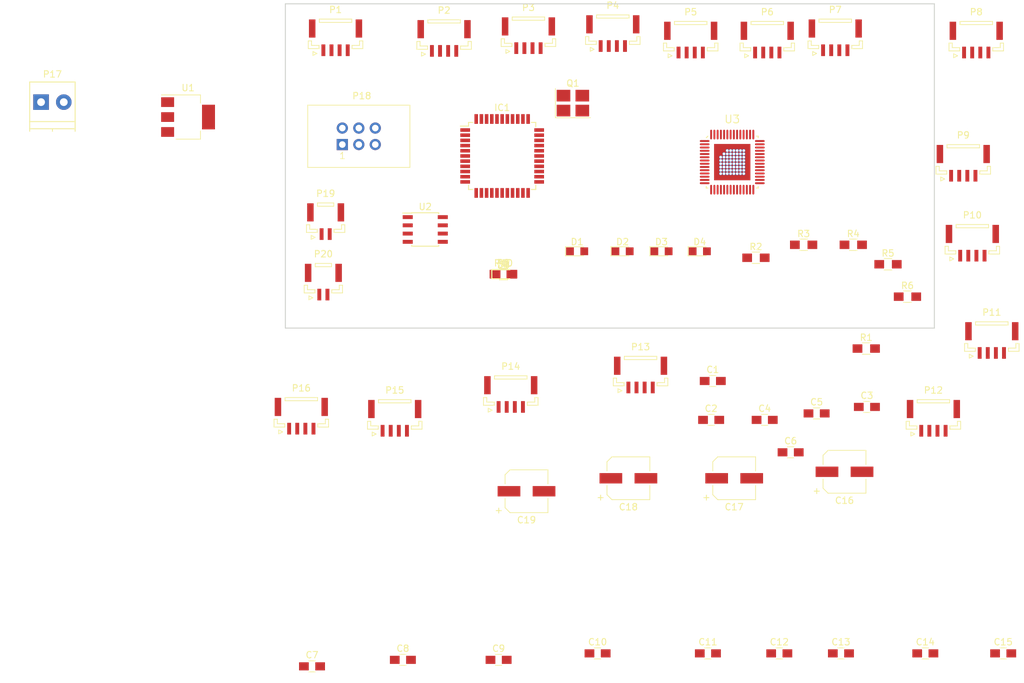
<source format=kicad_pcb>
(kicad_pcb (version 4) (host pcbnew 4.0.6)

  (general
    (links 164)
    (no_connects 96)
    (area -2.575001 -2.675 159.386101 113.5286)
    (thickness 1.6)
    (drawings 4)
    (tracks 0)
    (zones 0)
    (modules 62)
    (nets 101)
  )

  (page A4)
  (layers
    (0 F.Cu signal)
    (31 B.Cu signal)
    (32 B.Adhes user)
    (33 F.Adhes user)
    (34 B.Paste user)
    (35 F.Paste user)
    (36 B.SilkS user)
    (37 F.SilkS user)
    (38 B.Mask user)
    (39 F.Mask user)
    (40 Dwgs.User user)
    (41 Cmts.User user)
    (42 Eco1.User user)
    (43 Eco2.User user)
    (44 Edge.Cuts user)
    (45 Margin user)
    (46 B.CrtYd user)
    (47 F.CrtYd user)
    (48 B.Fab user)
    (49 F.Fab user)
  )

  (setup
    (last_trace_width 0.25)
    (trace_clearance 0.2)
    (zone_clearance 0.508)
    (zone_45_only no)
    (trace_min 0.2)
    (segment_width 0.2)
    (edge_width 0.15)
    (via_size 0.6)
    (via_drill 0.4)
    (via_min_size 0.4)
    (via_min_drill 0.3)
    (uvia_size 0.3)
    (uvia_drill 0.1)
    (uvias_allowed no)
    (uvia_min_size 0.2)
    (uvia_min_drill 0.1)
    (pcb_text_width 0.3)
    (pcb_text_size 1.5 1.5)
    (mod_edge_width 0.15)
    (mod_text_size 1 1)
    (mod_text_width 0.15)
    (pad_size 1.524 1.524)
    (pad_drill 0.762)
    (pad_to_mask_clearance 0.2)
    (aux_axis_origin 0 0)
    (grid_origin 69.855 100.16)
    (visible_elements FFFFFF7F)
    (pcbplotparams
      (layerselection 0x00030_80000001)
      (usegerberextensions false)
      (excludeedgelayer true)
      (linewidth 0.100000)
      (plotframeref false)
      (viasonmask false)
      (mode 1)
      (useauxorigin false)
      (hpglpennumber 1)
      (hpglpenspeed 20)
      (hpglpendiameter 15)
      (hpglpenoverlay 2)
      (psnegative false)
      (psa4output false)
      (plotreference true)
      (plotvalue true)
      (plotinvisibletext false)
      (padsonsilk false)
      (subtractmaskfromsilk false)
      (outputformat 1)
      (mirror false)
      (drillshape 1)
      (scaleselection 1)
      (outputdirectory ""))
  )

  (net 0 "")
  (net 1 +3V3)
  (net 2 GND)
  (net 3 "Net-(C7-Pad1)")
  (net 4 "Net-(C8-Pad1)")
  (net 5 "Net-(C9-Pad1)")
  (net 6 VDD)
  (net 7 +5V)
  (net 8 "Net-(D1-Pad1)")
  (net 9 "Net-(D2-Pad1)")
  (net 10 "Net-(D3-Pad1)")
  (net 11 "Net-(D4-Pad1)")
  (net 12 "Net-(IC1-Pad1)")
  (net 13 "Net-(IC1-Pad2)")
  (net 14 "Net-(IC1-Pad3)")
  (net 15 "Net-(IC1-Pad4)")
  (net 16 "Net-(IC1-Pad5)")
  (net 17 "Net-(IC1-Pad6)")
  (net 18 "Net-(IC1-Pad7)")
  (net 19 "Net-(IC1-Pad10)")
  (net 20 "Net-(IC1-Pad11)")
  (net 21 "Net-(IC1-Pad12)")
  (net 22 "Net-(IC1-Pad13)")
  (net 23 "Net-(IC1-Pad14)")
  (net 24 "Net-(IC1-Pad15)")
  (net 25 "Net-(IC1-Pad16)")
  (net 26 "Net-(IC1-Pad17)")
  (net 27 "Net-(IC1-Pad24)")
  (net 28 "Net-(IC1-Pad25)")
  (net 29 "Net-(IC1-Pad26)")
  (net 30 "Net-(IC1-Pad27)")
  (net 31 /LED1)
  (net 32 /LED2)
  (net 33 /LED3)
  (net 34 /LED4)
  (net 35 "Net-(IC1-Pad34)")
  (net 36 "Net-(IC1-Pad40)")
  (net 37 "Net-(IC1-Pad41)")
  (net 38 "Net-(IC1-Pad42)")
  (net 39 "Net-(IC1-Pad43)")
  (net 40 "Net-(IC1-Pad44)")
  (net 41 "Net-(P1-Pad1)")
  (net 42 "Net-(P1-Pad2)")
  (net 43 "Net-(P1-Pad3)")
  (net 44 "Net-(P2-Pad1)")
  (net 45 "Net-(P2-Pad2)")
  (net 46 "Net-(P2-Pad3)")
  (net 47 "Net-(P3-Pad1)")
  (net 48 "Net-(P3-Pad2)")
  (net 49 "Net-(P3-Pad3)")
  (net 50 "Net-(P4-Pad1)")
  (net 51 "Net-(P4-Pad2)")
  (net 52 "Net-(P4-Pad3)")
  (net 53 "Net-(P5-Pad1)")
  (net 54 "Net-(P5-Pad2)")
  (net 55 "Net-(P5-Pad3)")
  (net 56 "Net-(P6-Pad1)")
  (net 57 "Net-(P6-Pad2)")
  (net 58 "Net-(P6-Pad3)")
  (net 59 "Net-(P7-Pad1)")
  (net 60 "Net-(P7-Pad2)")
  (net 61 "Net-(P7-Pad3)")
  (net 62 "Net-(P8-Pad1)")
  (net 63 "Net-(P8-Pad2)")
  (net 64 "Net-(P8-Pad3)")
  (net 65 "Net-(P9-Pad1)")
  (net 66 "Net-(P9-Pad2)")
  (net 67 "Net-(P9-Pad3)")
  (net 68 "Net-(P10-Pad1)")
  (net 69 "Net-(P10-Pad2)")
  (net 70 "Net-(P10-Pad3)")
  (net 71 "Net-(P11-Pad1)")
  (net 72 "Net-(P11-Pad2)")
  (net 73 "Net-(P11-Pad3)")
  (net 74 "Net-(P12-Pad1)")
  (net 75 "Net-(P12-Pad2)")
  (net 76 "Net-(P12-Pad3)")
  (net 77 "Net-(P13-Pad1)")
  (net 78 "Net-(P13-Pad2)")
  (net 79 "Net-(P13-Pad3)")
  (net 80 "Net-(P14-Pad1)")
  (net 81 "Net-(P14-Pad2)")
  (net 82 "Net-(P14-Pad3)")
  (net 83 "Net-(P15-Pad1)")
  (net 84 "Net-(P15-Pad2)")
  (net 85 "Net-(P15-Pad3)")
  (net 86 "Net-(P16-Pad1)")
  (net 87 "Net-(P16-Pad2)")
  (net 88 "Net-(P16-Pad3)")
  (net 89 "Net-(P18-Pad3)")
  (net 90 "Net-(P18-Pad4)")
  (net 91 "Net-(P19-Pad1)")
  (net 92 "Net-(P19-Pad2)")
  (net 93 "Net-(D5-Pad1)")
  (net 94 "Net-(D6-Pad1)")
  (net 95 "Net-(D7-Pad1)")
  (net 96 "Net-(D8-Pad1)")
  (net 97 /LED5)
  (net 98 /LED6)
  (net 99 /LED7)
  (net 100 /LED8)

  (net_class Default "This is the default net class."
    (clearance 0.2)
    (trace_width 0.25)
    (via_dia 0.6)
    (via_drill 0.4)
    (uvia_dia 0.3)
    (uvia_drill 0.1)
    (add_net /LED1)
    (add_net /LED2)
    (add_net /LED3)
    (add_net /LED4)
    (add_net /LED5)
    (add_net /LED6)
    (add_net /LED7)
    (add_net /LED8)
    (add_net "Net-(C7-Pad1)")
    (add_net "Net-(C8-Pad1)")
    (add_net "Net-(C9-Pad1)")
    (add_net "Net-(D1-Pad1)")
    (add_net "Net-(D2-Pad1)")
    (add_net "Net-(D3-Pad1)")
    (add_net "Net-(D4-Pad1)")
    (add_net "Net-(D5-Pad1)")
    (add_net "Net-(D6-Pad1)")
    (add_net "Net-(D7-Pad1)")
    (add_net "Net-(D8-Pad1)")
    (add_net "Net-(IC1-Pad1)")
    (add_net "Net-(IC1-Pad10)")
    (add_net "Net-(IC1-Pad11)")
    (add_net "Net-(IC1-Pad12)")
    (add_net "Net-(IC1-Pad13)")
    (add_net "Net-(IC1-Pad14)")
    (add_net "Net-(IC1-Pad15)")
    (add_net "Net-(IC1-Pad16)")
    (add_net "Net-(IC1-Pad17)")
    (add_net "Net-(IC1-Pad2)")
    (add_net "Net-(IC1-Pad24)")
    (add_net "Net-(IC1-Pad25)")
    (add_net "Net-(IC1-Pad26)")
    (add_net "Net-(IC1-Pad27)")
    (add_net "Net-(IC1-Pad3)")
    (add_net "Net-(IC1-Pad34)")
    (add_net "Net-(IC1-Pad4)")
    (add_net "Net-(IC1-Pad40)")
    (add_net "Net-(IC1-Pad41)")
    (add_net "Net-(IC1-Pad42)")
    (add_net "Net-(IC1-Pad43)")
    (add_net "Net-(IC1-Pad44)")
    (add_net "Net-(IC1-Pad5)")
    (add_net "Net-(IC1-Pad6)")
    (add_net "Net-(IC1-Pad7)")
    (add_net "Net-(P1-Pad1)")
    (add_net "Net-(P1-Pad2)")
    (add_net "Net-(P1-Pad3)")
    (add_net "Net-(P10-Pad1)")
    (add_net "Net-(P10-Pad2)")
    (add_net "Net-(P10-Pad3)")
    (add_net "Net-(P11-Pad1)")
    (add_net "Net-(P11-Pad2)")
    (add_net "Net-(P11-Pad3)")
    (add_net "Net-(P12-Pad1)")
    (add_net "Net-(P12-Pad2)")
    (add_net "Net-(P12-Pad3)")
    (add_net "Net-(P13-Pad1)")
    (add_net "Net-(P13-Pad2)")
    (add_net "Net-(P13-Pad3)")
    (add_net "Net-(P14-Pad1)")
    (add_net "Net-(P14-Pad2)")
    (add_net "Net-(P14-Pad3)")
    (add_net "Net-(P15-Pad1)")
    (add_net "Net-(P15-Pad2)")
    (add_net "Net-(P15-Pad3)")
    (add_net "Net-(P16-Pad1)")
    (add_net "Net-(P16-Pad2)")
    (add_net "Net-(P16-Pad3)")
    (add_net "Net-(P18-Pad3)")
    (add_net "Net-(P18-Pad4)")
    (add_net "Net-(P19-Pad1)")
    (add_net "Net-(P19-Pad2)")
    (add_net "Net-(P2-Pad1)")
    (add_net "Net-(P2-Pad2)")
    (add_net "Net-(P2-Pad3)")
    (add_net "Net-(P3-Pad1)")
    (add_net "Net-(P3-Pad2)")
    (add_net "Net-(P3-Pad3)")
    (add_net "Net-(P4-Pad1)")
    (add_net "Net-(P4-Pad2)")
    (add_net "Net-(P4-Pad3)")
    (add_net "Net-(P5-Pad1)")
    (add_net "Net-(P5-Pad2)")
    (add_net "Net-(P5-Pad3)")
    (add_net "Net-(P6-Pad1)")
    (add_net "Net-(P6-Pad2)")
    (add_net "Net-(P6-Pad3)")
    (add_net "Net-(P7-Pad1)")
    (add_net "Net-(P7-Pad2)")
    (add_net "Net-(P7-Pad3)")
    (add_net "Net-(P8-Pad1)")
    (add_net "Net-(P8-Pad2)")
    (add_net "Net-(P8-Pad3)")
    (add_net "Net-(P9-Pad1)")
    (add_net "Net-(P9-Pad2)")
    (add_net "Net-(P9-Pad3)")
    (add_net VDD)
  )

  (net_class pwr ""
    (clearance 0.4)
    (trace_width 0.5)
    (via_dia 0.6)
    (via_drill 0.4)
    (uvia_dia 0.3)
    (uvia_drill 0.1)
    (add_net +3V3)
    (add_net +5V)
    (add_net GND)
  )

  (module Capacitors_SMD:C_0805_HandSoldering (layer F.Cu) (tedit 58AA84A8) (tstamp 593717E9)
    (at 135.855 108.16)
    (descr "Capacitor SMD 0805, hand soldering")
    (tags "capacitor 0805")
    (path /58DC11BD)
    (attr smd)
    (fp_text reference C1 (at 0 -1.75) (layer F.SilkS)
      (effects (font (size 1 1) (thickness 0.15)))
    )
    (fp_text value 100n (at 0 1.75) (layer F.Fab)
      (effects (font (size 1 1) (thickness 0.15)))
    )
    (fp_text user %R (at 0 -1.75) (layer F.Fab)
      (effects (font (size 1 1) (thickness 0.15)))
    )
    (fp_line (start -1 0.62) (end -1 -0.62) (layer F.Fab) (width 0.1))
    (fp_line (start 1 0.62) (end -1 0.62) (layer F.Fab) (width 0.1))
    (fp_line (start 1 -0.62) (end 1 0.62) (layer F.Fab) (width 0.1))
    (fp_line (start -1 -0.62) (end 1 -0.62) (layer F.Fab) (width 0.1))
    (fp_line (start 0.5 -0.85) (end -0.5 -0.85) (layer F.SilkS) (width 0.12))
    (fp_line (start -0.5 0.85) (end 0.5 0.85) (layer F.SilkS) (width 0.12))
    (fp_line (start -2.25 -0.88) (end 2.25 -0.88) (layer F.CrtYd) (width 0.05))
    (fp_line (start -2.25 -0.88) (end -2.25 0.87) (layer F.CrtYd) (width 0.05))
    (fp_line (start 2.25 0.87) (end 2.25 -0.88) (layer F.CrtYd) (width 0.05))
    (fp_line (start 2.25 0.87) (end -2.25 0.87) (layer F.CrtYd) (width 0.05))
    (pad 1 smd rect (at -1.25 0) (size 1.5 1.25) (layers F.Cu F.Paste F.Mask)
      (net 1 +3V3))
    (pad 2 smd rect (at 1.25 0) (size 1.5 1.25) (layers F.Cu F.Paste F.Mask)
      (net 2 GND))
    (model Capacitors_SMD.3dshapes/C_0805.wrl
      (at (xyz 0 0 0))
      (scale (xyz 1 1 1))
      (rotate (xyz 0 0 0))
    )
  )

  (module Capacitors_SMD:C_0805_HandSoldering (layer F.Cu) (tedit 58AA84A8) (tstamp 593717FA)
    (at 135.605 114.16)
    (descr "Capacitor SMD 0805, hand soldering")
    (tags "capacitor 0805")
    (path /58DC0793)
    (attr smd)
    (fp_text reference C2 (at 0 -1.75) (layer F.SilkS)
      (effects (font (size 1 1) (thickness 0.15)))
    )
    (fp_text value 100n (at 0 1.75) (layer F.Fab)
      (effects (font (size 1 1) (thickness 0.15)))
    )
    (fp_text user %R (at 0 -1.75) (layer F.Fab)
      (effects (font (size 1 1) (thickness 0.15)))
    )
    (fp_line (start -1 0.62) (end -1 -0.62) (layer F.Fab) (width 0.1))
    (fp_line (start 1 0.62) (end -1 0.62) (layer F.Fab) (width 0.1))
    (fp_line (start 1 -0.62) (end 1 0.62) (layer F.Fab) (width 0.1))
    (fp_line (start -1 -0.62) (end 1 -0.62) (layer F.Fab) (width 0.1))
    (fp_line (start 0.5 -0.85) (end -0.5 -0.85) (layer F.SilkS) (width 0.12))
    (fp_line (start -0.5 0.85) (end 0.5 0.85) (layer F.SilkS) (width 0.12))
    (fp_line (start -2.25 -0.88) (end 2.25 -0.88) (layer F.CrtYd) (width 0.05))
    (fp_line (start -2.25 -0.88) (end -2.25 0.87) (layer F.CrtYd) (width 0.05))
    (fp_line (start 2.25 0.87) (end 2.25 -0.88) (layer F.CrtYd) (width 0.05))
    (fp_line (start 2.25 0.87) (end -2.25 0.87) (layer F.CrtYd) (width 0.05))
    (pad 1 smd rect (at -1.25 0) (size 1.5 1.25) (layers F.Cu F.Paste F.Mask)
      (net 1 +3V3))
    (pad 2 smd rect (at 1.25 0) (size 1.5 1.25) (layers F.Cu F.Paste F.Mask)
      (net 2 GND))
    (model Capacitors_SMD.3dshapes/C_0805.wrl
      (at (xyz 0 0 0))
      (scale (xyz 1 1 1))
      (rotate (xyz 0 0 0))
    )
  )

  (module Capacitors_SMD:C_0805_HandSoldering (layer F.Cu) (tedit 58AA84A8) (tstamp 5937180B)
    (at 159.605 112.16)
    (descr "Capacitor SMD 0805, hand soldering")
    (tags "capacitor 0805")
    (path /58DC0833)
    (attr smd)
    (fp_text reference C3 (at 0 -1.75) (layer F.SilkS)
      (effects (font (size 1 1) (thickness 0.15)))
    )
    (fp_text value 100n (at 0 1.75) (layer F.Fab)
      (effects (font (size 1 1) (thickness 0.15)))
    )
    (fp_text user %R (at 0 -1.75) (layer F.Fab)
      (effects (font (size 1 1) (thickness 0.15)))
    )
    (fp_line (start -1 0.62) (end -1 -0.62) (layer F.Fab) (width 0.1))
    (fp_line (start 1 0.62) (end -1 0.62) (layer F.Fab) (width 0.1))
    (fp_line (start 1 -0.62) (end 1 0.62) (layer F.Fab) (width 0.1))
    (fp_line (start -1 -0.62) (end 1 -0.62) (layer F.Fab) (width 0.1))
    (fp_line (start 0.5 -0.85) (end -0.5 -0.85) (layer F.SilkS) (width 0.12))
    (fp_line (start -0.5 0.85) (end 0.5 0.85) (layer F.SilkS) (width 0.12))
    (fp_line (start -2.25 -0.88) (end 2.25 -0.88) (layer F.CrtYd) (width 0.05))
    (fp_line (start -2.25 -0.88) (end -2.25 0.87) (layer F.CrtYd) (width 0.05))
    (fp_line (start 2.25 0.87) (end 2.25 -0.88) (layer F.CrtYd) (width 0.05))
    (fp_line (start 2.25 0.87) (end -2.25 0.87) (layer F.CrtYd) (width 0.05))
    (pad 1 smd rect (at -1.25 0) (size 1.5 1.25) (layers F.Cu F.Paste F.Mask)
      (net 1 +3V3))
    (pad 2 smd rect (at 1.25 0) (size 1.5 1.25) (layers F.Cu F.Paste F.Mask)
      (net 2 GND))
    (model Capacitors_SMD.3dshapes/C_0805.wrl
      (at (xyz 0 0 0))
      (scale (xyz 1 1 1))
      (rotate (xyz 0 0 0))
    )
  )

  (module Capacitors_SMD:C_0805_HandSoldering (layer F.Cu) (tedit 58AA84A8) (tstamp 5937181C)
    (at 143.855 114.16)
    (descr "Capacitor SMD 0805, hand soldering")
    (tags "capacitor 0805")
    (path /58DC0889)
    (attr smd)
    (fp_text reference C4 (at 0 -1.75) (layer F.SilkS)
      (effects (font (size 1 1) (thickness 0.15)))
    )
    (fp_text value 100n (at 0 1.75) (layer F.Fab)
      (effects (font (size 1 1) (thickness 0.15)))
    )
    (fp_text user %R (at 0 -1.75) (layer F.Fab)
      (effects (font (size 1 1) (thickness 0.15)))
    )
    (fp_line (start -1 0.62) (end -1 -0.62) (layer F.Fab) (width 0.1))
    (fp_line (start 1 0.62) (end -1 0.62) (layer F.Fab) (width 0.1))
    (fp_line (start 1 -0.62) (end 1 0.62) (layer F.Fab) (width 0.1))
    (fp_line (start -1 -0.62) (end 1 -0.62) (layer F.Fab) (width 0.1))
    (fp_line (start 0.5 -0.85) (end -0.5 -0.85) (layer F.SilkS) (width 0.12))
    (fp_line (start -0.5 0.85) (end 0.5 0.85) (layer F.SilkS) (width 0.12))
    (fp_line (start -2.25 -0.88) (end 2.25 -0.88) (layer F.CrtYd) (width 0.05))
    (fp_line (start -2.25 -0.88) (end -2.25 0.87) (layer F.CrtYd) (width 0.05))
    (fp_line (start 2.25 0.87) (end 2.25 -0.88) (layer F.CrtYd) (width 0.05))
    (fp_line (start 2.25 0.87) (end -2.25 0.87) (layer F.CrtYd) (width 0.05))
    (pad 1 smd rect (at -1.25 0) (size 1.5 1.25) (layers F.Cu F.Paste F.Mask)
      (net 1 +3V3))
    (pad 2 smd rect (at 1.25 0) (size 1.5 1.25) (layers F.Cu F.Paste F.Mask)
      (net 2 GND))
    (model Capacitors_SMD.3dshapes/C_0805.wrl
      (at (xyz 0 0 0))
      (scale (xyz 1 1 1))
      (rotate (xyz 0 0 0))
    )
  )

  (module Capacitors_SMD:C_0805_HandSoldering (layer F.Cu) (tedit 58AA84A8) (tstamp 5937182D)
    (at 151.855 113.16)
    (descr "Capacitor SMD 0805, hand soldering")
    (tags "capacitor 0805")
    (path /58DC0901)
    (attr smd)
    (fp_text reference C5 (at 0 -1.75) (layer F.SilkS)
      (effects (font (size 1 1) (thickness 0.15)))
    )
    (fp_text value 100n (at 0 1.75) (layer F.Fab)
      (effects (font (size 1 1) (thickness 0.15)))
    )
    (fp_text user %R (at 0 -1.75) (layer F.Fab)
      (effects (font (size 1 1) (thickness 0.15)))
    )
    (fp_line (start -1 0.62) (end -1 -0.62) (layer F.Fab) (width 0.1))
    (fp_line (start 1 0.62) (end -1 0.62) (layer F.Fab) (width 0.1))
    (fp_line (start 1 -0.62) (end 1 0.62) (layer F.Fab) (width 0.1))
    (fp_line (start -1 -0.62) (end 1 -0.62) (layer F.Fab) (width 0.1))
    (fp_line (start 0.5 -0.85) (end -0.5 -0.85) (layer F.SilkS) (width 0.12))
    (fp_line (start -0.5 0.85) (end 0.5 0.85) (layer F.SilkS) (width 0.12))
    (fp_line (start -2.25 -0.88) (end 2.25 -0.88) (layer F.CrtYd) (width 0.05))
    (fp_line (start -2.25 -0.88) (end -2.25 0.87) (layer F.CrtYd) (width 0.05))
    (fp_line (start 2.25 0.87) (end 2.25 -0.88) (layer F.CrtYd) (width 0.05))
    (fp_line (start 2.25 0.87) (end -2.25 0.87) (layer F.CrtYd) (width 0.05))
    (pad 1 smd rect (at -1.25 0) (size 1.5 1.25) (layers F.Cu F.Paste F.Mask)
      (net 1 +3V3))
    (pad 2 smd rect (at 1.25 0) (size 1.5 1.25) (layers F.Cu F.Paste F.Mask)
      (net 2 GND))
    (model Capacitors_SMD.3dshapes/C_0805.wrl
      (at (xyz 0 0 0))
      (scale (xyz 1 1 1))
      (rotate (xyz 0 0 0))
    )
  )

  (module Capacitors_SMD:C_0805_HandSoldering (layer F.Cu) (tedit 58AA84A8) (tstamp 5937183E)
    (at 147.855 119.16)
    (descr "Capacitor SMD 0805, hand soldering")
    (tags "capacitor 0805")
    (path /58DC13EB)
    (attr smd)
    (fp_text reference C6 (at 0 -1.75) (layer F.SilkS)
      (effects (font (size 1 1) (thickness 0.15)))
    )
    (fp_text value 100n (at 0 1.75) (layer F.Fab)
      (effects (font (size 1 1) (thickness 0.15)))
    )
    (fp_text user %R (at 0 -1.75) (layer F.Fab)
      (effects (font (size 1 1) (thickness 0.15)))
    )
    (fp_line (start -1 0.62) (end -1 -0.62) (layer F.Fab) (width 0.1))
    (fp_line (start 1 0.62) (end -1 0.62) (layer F.Fab) (width 0.1))
    (fp_line (start 1 -0.62) (end 1 0.62) (layer F.Fab) (width 0.1))
    (fp_line (start -1 -0.62) (end 1 -0.62) (layer F.Fab) (width 0.1))
    (fp_line (start 0.5 -0.85) (end -0.5 -0.85) (layer F.SilkS) (width 0.12))
    (fp_line (start -0.5 0.85) (end 0.5 0.85) (layer F.SilkS) (width 0.12))
    (fp_line (start -2.25 -0.88) (end 2.25 -0.88) (layer F.CrtYd) (width 0.05))
    (fp_line (start -2.25 -0.88) (end -2.25 0.87) (layer F.CrtYd) (width 0.05))
    (fp_line (start 2.25 0.87) (end 2.25 -0.88) (layer F.CrtYd) (width 0.05))
    (fp_line (start 2.25 0.87) (end -2.25 0.87) (layer F.CrtYd) (width 0.05))
    (pad 1 smd rect (at -1.25 0) (size 1.5 1.25) (layers F.Cu F.Paste F.Mask)
      (net 1 +3V3))
    (pad 2 smd rect (at 1.25 0) (size 1.5 1.25) (layers F.Cu F.Paste F.Mask)
      (net 2 GND))
    (model Capacitors_SMD.3dshapes/C_0805.wrl
      (at (xyz 0 0 0))
      (scale (xyz 1 1 1))
      (rotate (xyz 0 0 0))
    )
  )

  (module Capacitors_SMD:C_0805_HandSoldering (layer F.Cu) (tedit 58AA84A8) (tstamp 5937184F)
    (at 74.105 152.16)
    (descr "Capacitor SMD 0805, hand soldering")
    (tags "capacitor 0805")
    (path /58DDA7A4)
    (attr smd)
    (fp_text reference C7 (at 0 -1.75) (layer F.SilkS)
      (effects (font (size 1 1) (thickness 0.15)))
    )
    (fp_text value 100n (at 0 1.75) (layer F.Fab)
      (effects (font (size 1 1) (thickness 0.15)))
    )
    (fp_text user %R (at 0 -1.75) (layer F.Fab)
      (effects (font (size 1 1) (thickness 0.15)))
    )
    (fp_line (start -1 0.62) (end -1 -0.62) (layer F.Fab) (width 0.1))
    (fp_line (start 1 0.62) (end -1 0.62) (layer F.Fab) (width 0.1))
    (fp_line (start 1 -0.62) (end 1 0.62) (layer F.Fab) (width 0.1))
    (fp_line (start -1 -0.62) (end 1 -0.62) (layer F.Fab) (width 0.1))
    (fp_line (start 0.5 -0.85) (end -0.5 -0.85) (layer F.SilkS) (width 0.12))
    (fp_line (start -0.5 0.85) (end 0.5 0.85) (layer F.SilkS) (width 0.12))
    (fp_line (start -2.25 -0.88) (end 2.25 -0.88) (layer F.CrtYd) (width 0.05))
    (fp_line (start -2.25 -0.88) (end -2.25 0.87) (layer F.CrtYd) (width 0.05))
    (fp_line (start 2.25 0.87) (end 2.25 -0.88) (layer F.CrtYd) (width 0.05))
    (fp_line (start 2.25 0.87) (end -2.25 0.87) (layer F.CrtYd) (width 0.05))
    (pad 1 smd rect (at -1.25 0) (size 1.5 1.25) (layers F.Cu F.Paste F.Mask)
      (net 3 "Net-(C7-Pad1)"))
    (pad 2 smd rect (at 1.25 0) (size 1.5 1.25) (layers F.Cu F.Paste F.Mask)
      (net 2 GND))
    (model Capacitors_SMD.3dshapes/C_0805.wrl
      (at (xyz 0 0 0))
      (scale (xyz 1 1 1))
      (rotate (xyz 0 0 0))
    )
  )

  (module Capacitors_SMD:C_0805_HandSoldering (layer F.Cu) (tedit 58AA84A8) (tstamp 59371860)
    (at 88.105 151.16)
    (descr "Capacitor SMD 0805, hand soldering")
    (tags "capacitor 0805")
    (path /591AA01D)
    (attr smd)
    (fp_text reference C8 (at 0 -1.75) (layer F.SilkS)
      (effects (font (size 1 1) (thickness 0.15)))
    )
    (fp_text value C (at 0 1.75) (layer F.Fab)
      (effects (font (size 1 1) (thickness 0.15)))
    )
    (fp_text user %R (at 0 -1.75) (layer F.Fab)
      (effects (font (size 1 1) (thickness 0.15)))
    )
    (fp_line (start -1 0.62) (end -1 -0.62) (layer F.Fab) (width 0.1))
    (fp_line (start 1 0.62) (end -1 0.62) (layer F.Fab) (width 0.1))
    (fp_line (start 1 -0.62) (end 1 0.62) (layer F.Fab) (width 0.1))
    (fp_line (start -1 -0.62) (end 1 -0.62) (layer F.Fab) (width 0.1))
    (fp_line (start 0.5 -0.85) (end -0.5 -0.85) (layer F.SilkS) (width 0.12))
    (fp_line (start -0.5 0.85) (end 0.5 0.85) (layer F.SilkS) (width 0.12))
    (fp_line (start -2.25 -0.88) (end 2.25 -0.88) (layer F.CrtYd) (width 0.05))
    (fp_line (start -2.25 -0.88) (end -2.25 0.87) (layer F.CrtYd) (width 0.05))
    (fp_line (start 2.25 0.87) (end 2.25 -0.88) (layer F.CrtYd) (width 0.05))
    (fp_line (start 2.25 0.87) (end -2.25 0.87) (layer F.CrtYd) (width 0.05))
    (pad 1 smd rect (at -1.25 0) (size 1.5 1.25) (layers F.Cu F.Paste F.Mask)
      (net 4 "Net-(C8-Pad1)"))
    (pad 2 smd rect (at 1.25 0) (size 1.5 1.25) (layers F.Cu F.Paste F.Mask)
      (net 2 GND))
    (model Capacitors_SMD.3dshapes/C_0805.wrl
      (at (xyz 0 0 0))
      (scale (xyz 1 1 1))
      (rotate (xyz 0 0 0))
    )
  )

  (module Capacitors_SMD:C_0805_HandSoldering (layer F.Cu) (tedit 58AA84A8) (tstamp 59371871)
    (at 102.855 151.16)
    (descr "Capacitor SMD 0805, hand soldering")
    (tags "capacitor 0805")
    (path /591AA0D4)
    (attr smd)
    (fp_text reference C9 (at 0 -1.75) (layer F.SilkS)
      (effects (font (size 1 1) (thickness 0.15)))
    )
    (fp_text value C (at 0 1.75) (layer F.Fab)
      (effects (font (size 1 1) (thickness 0.15)))
    )
    (fp_text user %R (at 0 -1.75) (layer F.Fab)
      (effects (font (size 1 1) (thickness 0.15)))
    )
    (fp_line (start -1 0.62) (end -1 -0.62) (layer F.Fab) (width 0.1))
    (fp_line (start 1 0.62) (end -1 0.62) (layer F.Fab) (width 0.1))
    (fp_line (start 1 -0.62) (end 1 0.62) (layer F.Fab) (width 0.1))
    (fp_line (start -1 -0.62) (end 1 -0.62) (layer F.Fab) (width 0.1))
    (fp_line (start 0.5 -0.85) (end -0.5 -0.85) (layer F.SilkS) (width 0.12))
    (fp_line (start -0.5 0.85) (end 0.5 0.85) (layer F.SilkS) (width 0.12))
    (fp_line (start -2.25 -0.88) (end 2.25 -0.88) (layer F.CrtYd) (width 0.05))
    (fp_line (start -2.25 -0.88) (end -2.25 0.87) (layer F.CrtYd) (width 0.05))
    (fp_line (start 2.25 0.87) (end 2.25 -0.88) (layer F.CrtYd) (width 0.05))
    (fp_line (start 2.25 0.87) (end -2.25 0.87) (layer F.CrtYd) (width 0.05))
    (pad 1 smd rect (at -1.25 0) (size 1.5 1.25) (layers F.Cu F.Paste F.Mask)
      (net 5 "Net-(C9-Pad1)"))
    (pad 2 smd rect (at 1.25 0) (size 1.5 1.25) (layers F.Cu F.Paste F.Mask)
      (net 2 GND))
    (model Capacitors_SMD.3dshapes/C_0805.wrl
      (at (xyz 0 0 0))
      (scale (xyz 1 1 1))
      (rotate (xyz 0 0 0))
    )
  )

  (module Capacitors_SMD:C_0805_HandSoldering (layer F.Cu) (tedit 58AA84A8) (tstamp 59371882)
    (at 118.105 150.16)
    (descr "Capacitor SMD 0805, hand soldering")
    (tags "capacitor 0805")
    (path /58DC191A)
    (attr smd)
    (fp_text reference C10 (at 0 -1.75) (layer F.SilkS)
      (effects (font (size 1 1) (thickness 0.15)))
    )
    (fp_text value 22u (at 0 1.75) (layer F.Fab)
      (effects (font (size 1 1) (thickness 0.15)))
    )
    (fp_text user %R (at 0 -1.75) (layer F.Fab)
      (effects (font (size 1 1) (thickness 0.15)))
    )
    (fp_line (start -1 0.62) (end -1 -0.62) (layer F.Fab) (width 0.1))
    (fp_line (start 1 0.62) (end -1 0.62) (layer F.Fab) (width 0.1))
    (fp_line (start 1 -0.62) (end 1 0.62) (layer F.Fab) (width 0.1))
    (fp_line (start -1 -0.62) (end 1 -0.62) (layer F.Fab) (width 0.1))
    (fp_line (start 0.5 -0.85) (end -0.5 -0.85) (layer F.SilkS) (width 0.12))
    (fp_line (start -0.5 0.85) (end 0.5 0.85) (layer F.SilkS) (width 0.12))
    (fp_line (start -2.25 -0.88) (end 2.25 -0.88) (layer F.CrtYd) (width 0.05))
    (fp_line (start -2.25 -0.88) (end -2.25 0.87) (layer F.CrtYd) (width 0.05))
    (fp_line (start 2.25 0.87) (end 2.25 -0.88) (layer F.CrtYd) (width 0.05))
    (fp_line (start 2.25 0.87) (end -2.25 0.87) (layer F.CrtYd) (width 0.05))
    (pad 1 smd rect (at -1.25 0) (size 1.5 1.25) (layers F.Cu F.Paste F.Mask)
      (net 6 VDD))
    (pad 2 smd rect (at 1.25 0) (size 1.5 1.25) (layers F.Cu F.Paste F.Mask)
      (net 2 GND))
    (model Capacitors_SMD.3dshapes/C_0805.wrl
      (at (xyz 0 0 0))
      (scale (xyz 1 1 1))
      (rotate (xyz 0 0 0))
    )
  )

  (module Capacitors_SMD:C_0805_HandSoldering (layer F.Cu) (tedit 58AA84A8) (tstamp 59371893)
    (at 135.105 150.16)
    (descr "Capacitor SMD 0805, hand soldering")
    (tags "capacitor 0805")
    (path /58DC19FA)
    (attr smd)
    (fp_text reference C11 (at 0 -1.75) (layer F.SilkS)
      (effects (font (size 1 1) (thickness 0.15)))
    )
    (fp_text value 22u (at 0 1.75) (layer F.Fab)
      (effects (font (size 1 1) (thickness 0.15)))
    )
    (fp_text user %R (at 0 -1.75) (layer F.Fab)
      (effects (font (size 1 1) (thickness 0.15)))
    )
    (fp_line (start -1 0.62) (end -1 -0.62) (layer F.Fab) (width 0.1))
    (fp_line (start 1 0.62) (end -1 0.62) (layer F.Fab) (width 0.1))
    (fp_line (start 1 -0.62) (end 1 0.62) (layer F.Fab) (width 0.1))
    (fp_line (start -1 -0.62) (end 1 -0.62) (layer F.Fab) (width 0.1))
    (fp_line (start 0.5 -0.85) (end -0.5 -0.85) (layer F.SilkS) (width 0.12))
    (fp_line (start -0.5 0.85) (end 0.5 0.85) (layer F.SilkS) (width 0.12))
    (fp_line (start -2.25 -0.88) (end 2.25 -0.88) (layer F.CrtYd) (width 0.05))
    (fp_line (start -2.25 -0.88) (end -2.25 0.87) (layer F.CrtYd) (width 0.05))
    (fp_line (start 2.25 0.87) (end 2.25 -0.88) (layer F.CrtYd) (width 0.05))
    (fp_line (start 2.25 0.87) (end -2.25 0.87) (layer F.CrtYd) (width 0.05))
    (pad 1 smd rect (at -1.25 0) (size 1.5 1.25) (layers F.Cu F.Paste F.Mask)
      (net 1 +3V3))
    (pad 2 smd rect (at 1.25 0) (size 1.5 1.25) (layers F.Cu F.Paste F.Mask)
      (net 2 GND))
    (model Capacitors_SMD.3dshapes/C_0805.wrl
      (at (xyz 0 0 0))
      (scale (xyz 1 1 1))
      (rotate (xyz 0 0 0))
    )
  )

  (module Capacitors_SMD:C_0805_HandSoldering (layer F.Cu) (tedit 58AA84A8) (tstamp 593718A4)
    (at 146.105 150.16)
    (descr "Capacitor SMD 0805, hand soldering")
    (tags "capacitor 0805")
    (path /591B0663)
    (attr smd)
    (fp_text reference C12 (at 0 -1.75) (layer F.SilkS)
      (effects (font (size 1 1) (thickness 0.15)))
    )
    (fp_text value C (at 0 1.75) (layer F.Fab)
      (effects (font (size 1 1) (thickness 0.15)))
    )
    (fp_text user %R (at 0 -1.75) (layer F.Fab)
      (effects (font (size 1 1) (thickness 0.15)))
    )
    (fp_line (start -1 0.62) (end -1 -0.62) (layer F.Fab) (width 0.1))
    (fp_line (start 1 0.62) (end -1 0.62) (layer F.Fab) (width 0.1))
    (fp_line (start 1 -0.62) (end 1 0.62) (layer F.Fab) (width 0.1))
    (fp_line (start -1 -0.62) (end 1 -0.62) (layer F.Fab) (width 0.1))
    (fp_line (start 0.5 -0.85) (end -0.5 -0.85) (layer F.SilkS) (width 0.12))
    (fp_line (start -0.5 0.85) (end 0.5 0.85) (layer F.SilkS) (width 0.12))
    (fp_line (start -2.25 -0.88) (end 2.25 -0.88) (layer F.CrtYd) (width 0.05))
    (fp_line (start -2.25 -0.88) (end -2.25 0.87) (layer F.CrtYd) (width 0.05))
    (fp_line (start 2.25 0.87) (end 2.25 -0.88) (layer F.CrtYd) (width 0.05))
    (fp_line (start 2.25 0.87) (end -2.25 0.87) (layer F.CrtYd) (width 0.05))
    (pad 1 smd rect (at -1.25 0) (size 1.5 1.25) (layers F.Cu F.Paste F.Mask)
      (net 7 +5V))
    (pad 2 smd rect (at 1.25 0) (size 1.5 1.25) (layers F.Cu F.Paste F.Mask)
      (net 2 GND))
    (model Capacitors_SMD.3dshapes/C_0805.wrl
      (at (xyz 0 0 0))
      (scale (xyz 1 1 1))
      (rotate (xyz 0 0 0))
    )
  )

  (module Capacitors_SMD:C_0805_HandSoldering (layer F.Cu) (tedit 58AA84A8) (tstamp 593718B5)
    (at 155.605 150.16)
    (descr "Capacitor SMD 0805, hand soldering")
    (tags "capacitor 0805")
    (path /591AF775)
    (attr smd)
    (fp_text reference C13 (at 0 -1.75) (layer F.SilkS)
      (effects (font (size 1 1) (thickness 0.15)))
    )
    (fp_text value C (at 0 1.75) (layer F.Fab)
      (effects (font (size 1 1) (thickness 0.15)))
    )
    (fp_text user %R (at 0 -1.75) (layer F.Fab)
      (effects (font (size 1 1) (thickness 0.15)))
    )
    (fp_line (start -1 0.62) (end -1 -0.62) (layer F.Fab) (width 0.1))
    (fp_line (start 1 0.62) (end -1 0.62) (layer F.Fab) (width 0.1))
    (fp_line (start 1 -0.62) (end 1 0.62) (layer F.Fab) (width 0.1))
    (fp_line (start -1 -0.62) (end 1 -0.62) (layer F.Fab) (width 0.1))
    (fp_line (start 0.5 -0.85) (end -0.5 -0.85) (layer F.SilkS) (width 0.12))
    (fp_line (start -0.5 0.85) (end 0.5 0.85) (layer F.SilkS) (width 0.12))
    (fp_line (start -2.25 -0.88) (end 2.25 -0.88) (layer F.CrtYd) (width 0.05))
    (fp_line (start -2.25 -0.88) (end -2.25 0.87) (layer F.CrtYd) (width 0.05))
    (fp_line (start 2.25 0.87) (end 2.25 -0.88) (layer F.CrtYd) (width 0.05))
    (fp_line (start 2.25 0.87) (end -2.25 0.87) (layer F.CrtYd) (width 0.05))
    (pad 1 smd rect (at -1.25 0) (size 1.5 1.25) (layers F.Cu F.Paste F.Mask)
      (net 7 +5V))
    (pad 2 smd rect (at 1.25 0) (size 1.5 1.25) (layers F.Cu F.Paste F.Mask)
      (net 2 GND))
    (model Capacitors_SMD.3dshapes/C_0805.wrl
      (at (xyz 0 0 0))
      (scale (xyz 1 1 1))
      (rotate (xyz 0 0 0))
    )
  )

  (module Capacitors_SMD:C_0805_HandSoldering (layer F.Cu) (tedit 58AA84A8) (tstamp 593718C6)
    (at 168.605 150.16)
    (descr "Capacitor SMD 0805, hand soldering")
    (tags "capacitor 0805")
    (path /591B0525)
    (attr smd)
    (fp_text reference C14 (at 0 -1.75) (layer F.SilkS)
      (effects (font (size 1 1) (thickness 0.15)))
    )
    (fp_text value C (at 0 1.75) (layer F.Fab)
      (effects (font (size 1 1) (thickness 0.15)))
    )
    (fp_text user %R (at 0 -1.75) (layer F.Fab)
      (effects (font (size 1 1) (thickness 0.15)))
    )
    (fp_line (start -1 0.62) (end -1 -0.62) (layer F.Fab) (width 0.1))
    (fp_line (start 1 0.62) (end -1 0.62) (layer F.Fab) (width 0.1))
    (fp_line (start 1 -0.62) (end 1 0.62) (layer F.Fab) (width 0.1))
    (fp_line (start -1 -0.62) (end 1 -0.62) (layer F.Fab) (width 0.1))
    (fp_line (start 0.5 -0.85) (end -0.5 -0.85) (layer F.SilkS) (width 0.12))
    (fp_line (start -0.5 0.85) (end 0.5 0.85) (layer F.SilkS) (width 0.12))
    (fp_line (start -2.25 -0.88) (end 2.25 -0.88) (layer F.CrtYd) (width 0.05))
    (fp_line (start -2.25 -0.88) (end -2.25 0.87) (layer F.CrtYd) (width 0.05))
    (fp_line (start 2.25 0.87) (end 2.25 -0.88) (layer F.CrtYd) (width 0.05))
    (fp_line (start 2.25 0.87) (end -2.25 0.87) (layer F.CrtYd) (width 0.05))
    (pad 1 smd rect (at -1.25 0) (size 1.5 1.25) (layers F.Cu F.Paste F.Mask)
      (net 7 +5V))
    (pad 2 smd rect (at 1.25 0) (size 1.5 1.25) (layers F.Cu F.Paste F.Mask)
      (net 2 GND))
    (model Capacitors_SMD.3dshapes/C_0805.wrl
      (at (xyz 0 0 0))
      (scale (xyz 1 1 1))
      (rotate (xyz 0 0 0))
    )
  )

  (module Capacitors_SMD:C_0805_HandSoldering (layer F.Cu) (tedit 58AA84A8) (tstamp 593718D7)
    (at 180.605 150.16)
    (descr "Capacitor SMD 0805, hand soldering")
    (tags "capacitor 0805")
    (path /591B07D1)
    (attr smd)
    (fp_text reference C15 (at 0 -1.75) (layer F.SilkS)
      (effects (font (size 1 1) (thickness 0.15)))
    )
    (fp_text value C (at 0 1.75) (layer F.Fab)
      (effects (font (size 1 1) (thickness 0.15)))
    )
    (fp_text user %R (at 0 -1.75) (layer F.Fab)
      (effects (font (size 1 1) (thickness 0.15)))
    )
    (fp_line (start -1 0.62) (end -1 -0.62) (layer F.Fab) (width 0.1))
    (fp_line (start 1 0.62) (end -1 0.62) (layer F.Fab) (width 0.1))
    (fp_line (start 1 -0.62) (end 1 0.62) (layer F.Fab) (width 0.1))
    (fp_line (start -1 -0.62) (end 1 -0.62) (layer F.Fab) (width 0.1))
    (fp_line (start 0.5 -0.85) (end -0.5 -0.85) (layer F.SilkS) (width 0.12))
    (fp_line (start -0.5 0.85) (end 0.5 0.85) (layer F.SilkS) (width 0.12))
    (fp_line (start -2.25 -0.88) (end 2.25 -0.88) (layer F.CrtYd) (width 0.05))
    (fp_line (start -2.25 -0.88) (end -2.25 0.87) (layer F.CrtYd) (width 0.05))
    (fp_line (start 2.25 0.87) (end 2.25 -0.88) (layer F.CrtYd) (width 0.05))
    (fp_line (start 2.25 0.87) (end -2.25 0.87) (layer F.CrtYd) (width 0.05))
    (pad 1 smd rect (at -1.25 0) (size 1.5 1.25) (layers F.Cu F.Paste F.Mask)
      (net 7 +5V))
    (pad 2 smd rect (at 1.25 0) (size 1.5 1.25) (layers F.Cu F.Paste F.Mask)
      (net 2 GND))
    (model Capacitors_SMD.3dshapes/C_0805.wrl
      (at (xyz 0 0 0))
      (scale (xyz 1 1 1))
      (rotate (xyz 0 0 0))
    )
  )

  (module Capacitors_SMD:CP_Elec_6.3x7.7 (layer F.Cu) (tedit 58AA8B76) (tstamp 593718F3)
    (at 156.155 122.16)
    (descr "SMT capacitor, aluminium electrolytic, 6.3x7.7")
    (path /591B0669)
    (attr smd)
    (fp_text reference C16 (at 0 4.43) (layer F.SilkS)
      (effects (font (size 1 1) (thickness 0.15)))
    )
    (fp_text value CP (at 0 -4.43) (layer F.Fab)
      (effects (font (size 1 1) (thickness 0.15)))
    )
    (fp_circle (center 0 0) (end 0.5 3) (layer F.Fab) (width 0.1))
    (fp_text user + (at -1.73 -0.08) (layer F.Fab)
      (effects (font (size 1 1) (thickness 0.15)))
    )
    (fp_text user + (at -4.28 2.91) (layer F.SilkS)
      (effects (font (size 1 1) (thickness 0.15)))
    )
    (fp_text user %R (at 0 4.43) (layer F.Fab)
      (effects (font (size 1 1) (thickness 0.15)))
    )
    (fp_line (start 3.15 3.15) (end 3.15 -3.15) (layer F.Fab) (width 0.1))
    (fp_line (start -2.48 3.15) (end 3.15 3.15) (layer F.Fab) (width 0.1))
    (fp_line (start -3.15 2.48) (end -2.48 3.15) (layer F.Fab) (width 0.1))
    (fp_line (start -3.15 -2.48) (end -3.15 2.48) (layer F.Fab) (width 0.1))
    (fp_line (start -2.48 -3.15) (end -3.15 -2.48) (layer F.Fab) (width 0.1))
    (fp_line (start 3.15 -3.15) (end -2.48 -3.15) (layer F.Fab) (width 0.1))
    (fp_line (start -3.3 2.54) (end -3.3 1.12) (layer F.SilkS) (width 0.12))
    (fp_line (start 3.3 3.3) (end 3.3 1.12) (layer F.SilkS) (width 0.12))
    (fp_line (start 3.3 -3.3) (end 3.3 -1.12) (layer F.SilkS) (width 0.12))
    (fp_line (start -3.3 -2.54) (end -3.3 -1.12) (layer F.SilkS) (width 0.12))
    (fp_line (start 3.3 3.3) (end -2.54 3.3) (layer F.SilkS) (width 0.12))
    (fp_line (start -2.54 3.3) (end -3.3 2.54) (layer F.SilkS) (width 0.12))
    (fp_line (start -3.3 -2.54) (end -2.54 -3.3) (layer F.SilkS) (width 0.12))
    (fp_line (start -2.54 -3.3) (end 3.3 -3.3) (layer F.SilkS) (width 0.12))
    (fp_line (start -4.7 -3.4) (end 4.7 -3.4) (layer F.CrtYd) (width 0.05))
    (fp_line (start -4.7 -3.4) (end -4.7 3.4) (layer F.CrtYd) (width 0.05))
    (fp_line (start 4.7 3.4) (end 4.7 -3.4) (layer F.CrtYd) (width 0.05))
    (fp_line (start 4.7 3.4) (end -4.7 3.4) (layer F.CrtYd) (width 0.05))
    (pad 1 smd rect (at -2.7 0 180) (size 3.5 1.6) (layers F.Cu F.Paste F.Mask)
      (net 7 +5V))
    (pad 2 smd rect (at 2.7 0 180) (size 3.5 1.6) (layers F.Cu F.Paste F.Mask)
      (net 2 GND))
    (model Capacitors_SMD.3dshapes/CP_Elec_6.3x7.7.wrl
      (at (xyz 0 0 0))
      (scale (xyz 1 1 1))
      (rotate (xyz 0 0 180))
    )
  )

  (module Capacitors_SMD:CP_Elec_6.3x7.7 (layer F.Cu) (tedit 58AA8B76) (tstamp 5937190F)
    (at 139.155 123.16)
    (descr "SMT capacitor, aluminium electrolytic, 6.3x7.7")
    (path /591AF7F4)
    (attr smd)
    (fp_text reference C17 (at 0 4.43) (layer F.SilkS)
      (effects (font (size 1 1) (thickness 0.15)))
    )
    (fp_text value CP (at 0 -4.43) (layer F.Fab)
      (effects (font (size 1 1) (thickness 0.15)))
    )
    (fp_circle (center 0 0) (end 0.5 3) (layer F.Fab) (width 0.1))
    (fp_text user + (at -1.73 -0.08) (layer F.Fab)
      (effects (font (size 1 1) (thickness 0.15)))
    )
    (fp_text user + (at -4.28 2.91) (layer F.SilkS)
      (effects (font (size 1 1) (thickness 0.15)))
    )
    (fp_text user %R (at 0 4.43) (layer F.Fab)
      (effects (font (size 1 1) (thickness 0.15)))
    )
    (fp_line (start 3.15 3.15) (end 3.15 -3.15) (layer F.Fab) (width 0.1))
    (fp_line (start -2.48 3.15) (end 3.15 3.15) (layer F.Fab) (width 0.1))
    (fp_line (start -3.15 2.48) (end -2.48 3.15) (layer F.Fab) (width 0.1))
    (fp_line (start -3.15 -2.48) (end -3.15 2.48) (layer F.Fab) (width 0.1))
    (fp_line (start -2.48 -3.15) (end -3.15 -2.48) (layer F.Fab) (width 0.1))
    (fp_line (start 3.15 -3.15) (end -2.48 -3.15) (layer F.Fab) (width 0.1))
    (fp_line (start -3.3 2.54) (end -3.3 1.12) (layer F.SilkS) (width 0.12))
    (fp_line (start 3.3 3.3) (end 3.3 1.12) (layer F.SilkS) (width 0.12))
    (fp_line (start 3.3 -3.3) (end 3.3 -1.12) (layer F.SilkS) (width 0.12))
    (fp_line (start -3.3 -2.54) (end -3.3 -1.12) (layer F.SilkS) (width 0.12))
    (fp_line (start 3.3 3.3) (end -2.54 3.3) (layer F.SilkS) (width 0.12))
    (fp_line (start -2.54 3.3) (end -3.3 2.54) (layer F.SilkS) (width 0.12))
    (fp_line (start -3.3 -2.54) (end -2.54 -3.3) (layer F.SilkS) (width 0.12))
    (fp_line (start -2.54 -3.3) (end 3.3 -3.3) (layer F.SilkS) (width 0.12))
    (fp_line (start -4.7 -3.4) (end 4.7 -3.4) (layer F.CrtYd) (width 0.05))
    (fp_line (start -4.7 -3.4) (end -4.7 3.4) (layer F.CrtYd) (width 0.05))
    (fp_line (start 4.7 3.4) (end 4.7 -3.4) (layer F.CrtYd) (width 0.05))
    (fp_line (start 4.7 3.4) (end -4.7 3.4) (layer F.CrtYd) (width 0.05))
    (pad 1 smd rect (at -2.7 0 180) (size 3.5 1.6) (layers F.Cu F.Paste F.Mask)
      (net 7 +5V))
    (pad 2 smd rect (at 2.7 0 180) (size 3.5 1.6) (layers F.Cu F.Paste F.Mask)
      (net 2 GND))
    (model Capacitors_SMD.3dshapes/CP_Elec_6.3x7.7.wrl
      (at (xyz 0 0 0))
      (scale (xyz 1 1 1))
      (rotate (xyz 0 0 180))
    )
  )

  (module Capacitors_SMD:CP_Elec_6.3x7.7 (layer F.Cu) (tedit 58AA8B76) (tstamp 5937192B)
    (at 122.855 123.16)
    (descr "SMT capacitor, aluminium electrolytic, 6.3x7.7")
    (path /591B052B)
    (attr smd)
    (fp_text reference C18 (at 0 4.43) (layer F.SilkS)
      (effects (font (size 1 1) (thickness 0.15)))
    )
    (fp_text value CP (at 0 -4.43) (layer F.Fab)
      (effects (font (size 1 1) (thickness 0.15)))
    )
    (fp_circle (center 0 0) (end 0.5 3) (layer F.Fab) (width 0.1))
    (fp_text user + (at -1.73 -0.08) (layer F.Fab)
      (effects (font (size 1 1) (thickness 0.15)))
    )
    (fp_text user + (at -4.28 2.91) (layer F.SilkS)
      (effects (font (size 1 1) (thickness 0.15)))
    )
    (fp_text user %R (at 0 4.43) (layer F.Fab)
      (effects (font (size 1 1) (thickness 0.15)))
    )
    (fp_line (start 3.15 3.15) (end 3.15 -3.15) (layer F.Fab) (width 0.1))
    (fp_line (start -2.48 3.15) (end 3.15 3.15) (layer F.Fab) (width 0.1))
    (fp_line (start -3.15 2.48) (end -2.48 3.15) (layer F.Fab) (width 0.1))
    (fp_line (start -3.15 -2.48) (end -3.15 2.48) (layer F.Fab) (width 0.1))
    (fp_line (start -2.48 -3.15) (end -3.15 -2.48) (layer F.Fab) (width 0.1))
    (fp_line (start 3.15 -3.15) (end -2.48 -3.15) (layer F.Fab) (width 0.1))
    (fp_line (start -3.3 2.54) (end -3.3 1.12) (layer F.SilkS) (width 0.12))
    (fp_line (start 3.3 3.3) (end 3.3 1.12) (layer F.SilkS) (width 0.12))
    (fp_line (start 3.3 -3.3) (end 3.3 -1.12) (layer F.SilkS) (width 0.12))
    (fp_line (start -3.3 -2.54) (end -3.3 -1.12) (layer F.SilkS) (width 0.12))
    (fp_line (start 3.3 3.3) (end -2.54 3.3) (layer F.SilkS) (width 0.12))
    (fp_line (start -2.54 3.3) (end -3.3 2.54) (layer F.SilkS) (width 0.12))
    (fp_line (start -3.3 -2.54) (end -2.54 -3.3) (layer F.SilkS) (width 0.12))
    (fp_line (start -2.54 -3.3) (end 3.3 -3.3) (layer F.SilkS) (width 0.12))
    (fp_line (start -4.7 -3.4) (end 4.7 -3.4) (layer F.CrtYd) (width 0.05))
    (fp_line (start -4.7 -3.4) (end -4.7 3.4) (layer F.CrtYd) (width 0.05))
    (fp_line (start 4.7 3.4) (end 4.7 -3.4) (layer F.CrtYd) (width 0.05))
    (fp_line (start 4.7 3.4) (end -4.7 3.4) (layer F.CrtYd) (width 0.05))
    (pad 1 smd rect (at -2.7 0 180) (size 3.5 1.6) (layers F.Cu F.Paste F.Mask)
      (net 7 +5V))
    (pad 2 smd rect (at 2.7 0 180) (size 3.5 1.6) (layers F.Cu F.Paste F.Mask)
      (net 2 GND))
    (model Capacitors_SMD.3dshapes/CP_Elec_6.3x7.7.wrl
      (at (xyz 0 0 0))
      (scale (xyz 1 1 1))
      (rotate (xyz 0 0 180))
    )
  )

  (module Capacitors_SMD:CP_Elec_6.3x7.7 (layer F.Cu) (tedit 58AA8B76) (tstamp 59371947)
    (at 107.155 125.16)
    (descr "SMT capacitor, aluminium electrolytic, 6.3x7.7")
    (path /591B07D7)
    (attr smd)
    (fp_text reference C19 (at 0 4.43) (layer F.SilkS)
      (effects (font (size 1 1) (thickness 0.15)))
    )
    (fp_text value CP (at 0 -4.43) (layer F.Fab)
      (effects (font (size 1 1) (thickness 0.15)))
    )
    (fp_circle (center 0 0) (end 0.5 3) (layer F.Fab) (width 0.1))
    (fp_text user + (at -1.73 -0.08) (layer F.Fab)
      (effects (font (size 1 1) (thickness 0.15)))
    )
    (fp_text user + (at -4.28 2.91) (layer F.SilkS)
      (effects (font (size 1 1) (thickness 0.15)))
    )
    (fp_text user %R (at 0 4.43) (layer F.Fab)
      (effects (font (size 1 1) (thickness 0.15)))
    )
    (fp_line (start 3.15 3.15) (end 3.15 -3.15) (layer F.Fab) (width 0.1))
    (fp_line (start -2.48 3.15) (end 3.15 3.15) (layer F.Fab) (width 0.1))
    (fp_line (start -3.15 2.48) (end -2.48 3.15) (layer F.Fab) (width 0.1))
    (fp_line (start -3.15 -2.48) (end -3.15 2.48) (layer F.Fab) (width 0.1))
    (fp_line (start -2.48 -3.15) (end -3.15 -2.48) (layer F.Fab) (width 0.1))
    (fp_line (start 3.15 -3.15) (end -2.48 -3.15) (layer F.Fab) (width 0.1))
    (fp_line (start -3.3 2.54) (end -3.3 1.12) (layer F.SilkS) (width 0.12))
    (fp_line (start 3.3 3.3) (end 3.3 1.12) (layer F.SilkS) (width 0.12))
    (fp_line (start 3.3 -3.3) (end 3.3 -1.12) (layer F.SilkS) (width 0.12))
    (fp_line (start -3.3 -2.54) (end -3.3 -1.12) (layer F.SilkS) (width 0.12))
    (fp_line (start 3.3 3.3) (end -2.54 3.3) (layer F.SilkS) (width 0.12))
    (fp_line (start -2.54 3.3) (end -3.3 2.54) (layer F.SilkS) (width 0.12))
    (fp_line (start -3.3 -2.54) (end -2.54 -3.3) (layer F.SilkS) (width 0.12))
    (fp_line (start -2.54 -3.3) (end 3.3 -3.3) (layer F.SilkS) (width 0.12))
    (fp_line (start -4.7 -3.4) (end 4.7 -3.4) (layer F.CrtYd) (width 0.05))
    (fp_line (start -4.7 -3.4) (end -4.7 3.4) (layer F.CrtYd) (width 0.05))
    (fp_line (start 4.7 3.4) (end 4.7 -3.4) (layer F.CrtYd) (width 0.05))
    (fp_line (start 4.7 3.4) (end -4.7 3.4) (layer F.CrtYd) (width 0.05))
    (pad 1 smd rect (at -2.7 0 180) (size 3.5 1.6) (layers F.Cu F.Paste F.Mask)
      (net 7 +5V))
    (pad 2 smd rect (at 2.7 0 180) (size 3.5 1.6) (layers F.Cu F.Paste F.Mask)
      (net 2 GND))
    (model Capacitors_SMD.3dshapes/CP_Elec_6.3x7.7.wrl
      (at (xyz 0 0 0))
      (scale (xyz 1 1 1))
      (rotate (xyz 0 0 180))
    )
  )

  (module LEDs:LED_0805 (layer F.Cu) (tedit 57FE93EC) (tstamp 5937195C)
    (at 114.955 88.16)
    (descr "LED 0805 smd package")
    (tags "LED led 0805 SMD smd SMT smt smdled SMDLED smtled SMTLED")
    (path /591B5AC0)
    (attr smd)
    (fp_text reference D1 (at 0 -1.45) (layer F.SilkS)
      (effects (font (size 1 1) (thickness 0.15)))
    )
    (fp_text value LED (at 0 1.55) (layer F.Fab)
      (effects (font (size 1 1) (thickness 0.15)))
    )
    (fp_line (start -1.8 -0.7) (end -1.8 0.7) (layer F.SilkS) (width 0.12))
    (fp_line (start -0.4 -0.4) (end -0.4 0.4) (layer F.Fab) (width 0.1))
    (fp_line (start -0.4 0) (end 0.2 -0.4) (layer F.Fab) (width 0.1))
    (fp_line (start 0.2 0.4) (end -0.4 0) (layer F.Fab) (width 0.1))
    (fp_line (start 0.2 -0.4) (end 0.2 0.4) (layer F.Fab) (width 0.1))
    (fp_line (start 1 0.6) (end -1 0.6) (layer F.Fab) (width 0.1))
    (fp_line (start 1 -0.6) (end 1 0.6) (layer F.Fab) (width 0.1))
    (fp_line (start -1 -0.6) (end 1 -0.6) (layer F.Fab) (width 0.1))
    (fp_line (start -1 0.6) (end -1 -0.6) (layer F.Fab) (width 0.1))
    (fp_line (start -1.8 0.7) (end 1 0.7) (layer F.SilkS) (width 0.12))
    (fp_line (start -1.8 -0.7) (end 1 -0.7) (layer F.SilkS) (width 0.12))
    (fp_line (start 1.95 -0.85) (end 1.95 0.85) (layer F.CrtYd) (width 0.05))
    (fp_line (start 1.95 0.85) (end -1.95 0.85) (layer F.CrtYd) (width 0.05))
    (fp_line (start -1.95 0.85) (end -1.95 -0.85) (layer F.CrtYd) (width 0.05))
    (fp_line (start -1.95 -0.85) (end 1.95 -0.85) (layer F.CrtYd) (width 0.05))
    (pad 2 smd rect (at 1.1 0 180) (size 1.2 1.2) (layers F.Cu F.Paste F.Mask)
      (net 1 +3V3))
    (pad 1 smd rect (at -1.1 0 180) (size 1.2 1.2) (layers F.Cu F.Paste F.Mask)
      (net 8 "Net-(D1-Pad1)"))
    (model LEDs.3dshapes/LED_0805.wrl
      (at (xyz 0 0 0))
      (scale (xyz 1 1 1))
      (rotate (xyz 0 0 180))
    )
  )

  (module LEDs:LED_0805 (layer F.Cu) (tedit 57FE93EC) (tstamp 59371971)
    (at 121.955 88.16)
    (descr "LED 0805 smd package")
    (tags "LED led 0805 SMD smd SMT smt smdled SMDLED smtled SMTLED")
    (path /591B6B8D)
    (attr smd)
    (fp_text reference D2 (at 0 -1.45) (layer F.SilkS)
      (effects (font (size 1 1) (thickness 0.15)))
    )
    (fp_text value LED (at 0 1.55) (layer F.Fab)
      (effects (font (size 1 1) (thickness 0.15)))
    )
    (fp_line (start -1.8 -0.7) (end -1.8 0.7) (layer F.SilkS) (width 0.12))
    (fp_line (start -0.4 -0.4) (end -0.4 0.4) (layer F.Fab) (width 0.1))
    (fp_line (start -0.4 0) (end 0.2 -0.4) (layer F.Fab) (width 0.1))
    (fp_line (start 0.2 0.4) (end -0.4 0) (layer F.Fab) (width 0.1))
    (fp_line (start 0.2 -0.4) (end 0.2 0.4) (layer F.Fab) (width 0.1))
    (fp_line (start 1 0.6) (end -1 0.6) (layer F.Fab) (width 0.1))
    (fp_line (start 1 -0.6) (end 1 0.6) (layer F.Fab) (width 0.1))
    (fp_line (start -1 -0.6) (end 1 -0.6) (layer F.Fab) (width 0.1))
    (fp_line (start -1 0.6) (end -1 -0.6) (layer F.Fab) (width 0.1))
    (fp_line (start -1.8 0.7) (end 1 0.7) (layer F.SilkS) (width 0.12))
    (fp_line (start -1.8 -0.7) (end 1 -0.7) (layer F.SilkS) (width 0.12))
    (fp_line (start 1.95 -0.85) (end 1.95 0.85) (layer F.CrtYd) (width 0.05))
    (fp_line (start 1.95 0.85) (end -1.95 0.85) (layer F.CrtYd) (width 0.05))
    (fp_line (start -1.95 0.85) (end -1.95 -0.85) (layer F.CrtYd) (width 0.05))
    (fp_line (start -1.95 -0.85) (end 1.95 -0.85) (layer F.CrtYd) (width 0.05))
    (pad 2 smd rect (at 1.1 0 180) (size 1.2 1.2) (layers F.Cu F.Paste F.Mask)
      (net 1 +3V3))
    (pad 1 smd rect (at -1.1 0 180) (size 1.2 1.2) (layers F.Cu F.Paste F.Mask)
      (net 9 "Net-(D2-Pad1)"))
    (model LEDs.3dshapes/LED_0805.wrl
      (at (xyz 0 0 0))
      (scale (xyz 1 1 1))
      (rotate (xyz 0 0 180))
    )
  )

  (module LEDs:LED_0805 (layer F.Cu) (tedit 57FE93EC) (tstamp 59371986)
    (at 127.955 88.16)
    (descr "LED 0805 smd package")
    (tags "LED led 0805 SMD smd SMT smt smdled SMDLED smtled SMTLED")
    (path /591B6E9F)
    (attr smd)
    (fp_text reference D3 (at 0 -1.45) (layer F.SilkS)
      (effects (font (size 1 1) (thickness 0.15)))
    )
    (fp_text value LED (at 0 1.55) (layer F.Fab)
      (effects (font (size 1 1) (thickness 0.15)))
    )
    (fp_line (start -1.8 -0.7) (end -1.8 0.7) (layer F.SilkS) (width 0.12))
    (fp_line (start -0.4 -0.4) (end -0.4 0.4) (layer F.Fab) (width 0.1))
    (fp_line (start -0.4 0) (end 0.2 -0.4) (layer F.Fab) (width 0.1))
    (fp_line (start 0.2 0.4) (end -0.4 0) (layer F.Fab) (width 0.1))
    (fp_line (start 0.2 -0.4) (end 0.2 0.4) (layer F.Fab) (width 0.1))
    (fp_line (start 1 0.6) (end -1 0.6) (layer F.Fab) (width 0.1))
    (fp_line (start 1 -0.6) (end 1 0.6) (layer F.Fab) (width 0.1))
    (fp_line (start -1 -0.6) (end 1 -0.6) (layer F.Fab) (width 0.1))
    (fp_line (start -1 0.6) (end -1 -0.6) (layer F.Fab) (width 0.1))
    (fp_line (start -1.8 0.7) (end 1 0.7) (layer F.SilkS) (width 0.12))
    (fp_line (start -1.8 -0.7) (end 1 -0.7) (layer F.SilkS) (width 0.12))
    (fp_line (start 1.95 -0.85) (end 1.95 0.85) (layer F.CrtYd) (width 0.05))
    (fp_line (start 1.95 0.85) (end -1.95 0.85) (layer F.CrtYd) (width 0.05))
    (fp_line (start -1.95 0.85) (end -1.95 -0.85) (layer F.CrtYd) (width 0.05))
    (fp_line (start -1.95 -0.85) (end 1.95 -0.85) (layer F.CrtYd) (width 0.05))
    (pad 2 smd rect (at 1.1 0 180) (size 1.2 1.2) (layers F.Cu F.Paste F.Mask)
      (net 1 +3V3))
    (pad 1 smd rect (at -1.1 0 180) (size 1.2 1.2) (layers F.Cu F.Paste F.Mask)
      (net 10 "Net-(D3-Pad1)"))
    (model LEDs.3dshapes/LED_0805.wrl
      (at (xyz 0 0 0))
      (scale (xyz 1 1 1))
      (rotate (xyz 0 0 180))
    )
  )

  (module LEDs:LED_0805 (layer F.Cu) (tedit 57FE93EC) (tstamp 5937199B)
    (at 133.855 88.16)
    (descr "LED 0805 smd package")
    (tags "LED led 0805 SMD smd SMT smt smdled SMDLED smtled SMTLED")
    (path /591B6EB5)
    (attr smd)
    (fp_text reference D4 (at 0 -1.45) (layer F.SilkS)
      (effects (font (size 1 1) (thickness 0.15)))
    )
    (fp_text value LED (at 0 1.55) (layer F.Fab)
      (effects (font (size 1 1) (thickness 0.15)))
    )
    (fp_line (start -1.8 -0.7) (end -1.8 0.7) (layer F.SilkS) (width 0.12))
    (fp_line (start -0.4 -0.4) (end -0.4 0.4) (layer F.Fab) (width 0.1))
    (fp_line (start -0.4 0) (end 0.2 -0.4) (layer F.Fab) (width 0.1))
    (fp_line (start 0.2 0.4) (end -0.4 0) (layer F.Fab) (width 0.1))
    (fp_line (start 0.2 -0.4) (end 0.2 0.4) (layer F.Fab) (width 0.1))
    (fp_line (start 1 0.6) (end -1 0.6) (layer F.Fab) (width 0.1))
    (fp_line (start 1 -0.6) (end 1 0.6) (layer F.Fab) (width 0.1))
    (fp_line (start -1 -0.6) (end 1 -0.6) (layer F.Fab) (width 0.1))
    (fp_line (start -1 0.6) (end -1 -0.6) (layer F.Fab) (width 0.1))
    (fp_line (start -1.8 0.7) (end 1 0.7) (layer F.SilkS) (width 0.12))
    (fp_line (start -1.8 -0.7) (end 1 -0.7) (layer F.SilkS) (width 0.12))
    (fp_line (start 1.95 -0.85) (end 1.95 0.85) (layer F.CrtYd) (width 0.05))
    (fp_line (start 1.95 0.85) (end -1.95 0.85) (layer F.CrtYd) (width 0.05))
    (fp_line (start -1.95 0.85) (end -1.95 -0.85) (layer F.CrtYd) (width 0.05))
    (fp_line (start -1.95 -0.85) (end 1.95 -0.85) (layer F.CrtYd) (width 0.05))
    (pad 2 smd rect (at 1.1 0 180) (size 1.2 1.2) (layers F.Cu F.Paste F.Mask)
      (net 1 +3V3))
    (pad 1 smd rect (at -1.1 0 180) (size 1.2 1.2) (layers F.Cu F.Paste F.Mask)
      (net 11 "Net-(D4-Pad1)"))
    (model LEDs.3dshapes/LED_0805.wrl
      (at (xyz 0 0 0))
      (scale (xyz 1 1 1))
      (rotate (xyz 0 0 180))
    )
  )

  (module Housings_QFP:TQFP-44_10x10mm_Pitch0.8mm (layer F.Cu) (tedit 58CC9A48) (tstamp 593719DE)
    (at 103.405 73.46)
    (descr "44-Lead Plastic Thin Quad Flatpack (PT) - 10x10x1.0 mm Body [TQFP] (see Microchip Packaging Specification 00000049BS.pdf)")
    (tags "QFP 0.8")
    (path /58CAEE72)
    (attr smd)
    (fp_text reference IC1 (at 0 -7.45) (layer F.SilkS)
      (effects (font (size 1 1) (thickness 0.15)))
    )
    (fp_text value ATXMEGA64A4U-A (at 0 7.45) (layer F.Fab)
      (effects (font (size 1 1) (thickness 0.15)))
    )
    (fp_text user %R (at 0 0) (layer F.Fab)
      (effects (font (size 1 1) (thickness 0.15)))
    )
    (fp_line (start -4 -5) (end 5 -5) (layer F.Fab) (width 0.15))
    (fp_line (start 5 -5) (end 5 5) (layer F.Fab) (width 0.15))
    (fp_line (start 5 5) (end -5 5) (layer F.Fab) (width 0.15))
    (fp_line (start -5 5) (end -5 -4) (layer F.Fab) (width 0.15))
    (fp_line (start -5 -4) (end -4 -5) (layer F.Fab) (width 0.15))
    (fp_line (start -6.7 -6.7) (end -6.7 6.7) (layer F.CrtYd) (width 0.05))
    (fp_line (start 6.7 -6.7) (end 6.7 6.7) (layer F.CrtYd) (width 0.05))
    (fp_line (start -6.7 -6.7) (end 6.7 -6.7) (layer F.CrtYd) (width 0.05))
    (fp_line (start -6.7 6.7) (end 6.7 6.7) (layer F.CrtYd) (width 0.05))
    (fp_line (start -5.175 -5.175) (end -5.175 -4.6) (layer F.SilkS) (width 0.15))
    (fp_line (start 5.175 -5.175) (end 5.175 -4.5) (layer F.SilkS) (width 0.15))
    (fp_line (start 5.175 5.175) (end 5.175 4.5) (layer F.SilkS) (width 0.15))
    (fp_line (start -5.175 5.175) (end -5.175 4.5) (layer F.SilkS) (width 0.15))
    (fp_line (start -5.175 -5.175) (end -4.5 -5.175) (layer F.SilkS) (width 0.15))
    (fp_line (start -5.175 5.175) (end -4.5 5.175) (layer F.SilkS) (width 0.15))
    (fp_line (start 5.175 5.175) (end 4.5 5.175) (layer F.SilkS) (width 0.15))
    (fp_line (start 5.175 -5.175) (end 4.5 -5.175) (layer F.SilkS) (width 0.15))
    (fp_line (start -5.175 -4.6) (end -6.45 -4.6) (layer F.SilkS) (width 0.15))
    (pad 1 smd rect (at -5.7 -4) (size 1.5 0.55) (layers F.Cu F.Paste F.Mask)
      (net 12 "Net-(IC1-Pad1)"))
    (pad 2 smd rect (at -5.7 -3.2) (size 1.5 0.55) (layers F.Cu F.Paste F.Mask)
      (net 13 "Net-(IC1-Pad2)"))
    (pad 3 smd rect (at -5.7 -2.4) (size 1.5 0.55) (layers F.Cu F.Paste F.Mask)
      (net 14 "Net-(IC1-Pad3)"))
    (pad 4 smd rect (at -5.7 -1.6) (size 1.5 0.55) (layers F.Cu F.Paste F.Mask)
      (net 15 "Net-(IC1-Pad4)"))
    (pad 5 smd rect (at -5.7 -0.8) (size 1.5 0.55) (layers F.Cu F.Paste F.Mask)
      (net 16 "Net-(IC1-Pad5)"))
    (pad 6 smd rect (at -5.7 0) (size 1.5 0.55) (layers F.Cu F.Paste F.Mask)
      (net 17 "Net-(IC1-Pad6)"))
    (pad 7 smd rect (at -5.7 0.8) (size 1.5 0.55) (layers F.Cu F.Paste F.Mask)
      (net 18 "Net-(IC1-Pad7)"))
    (pad 8 smd rect (at -5.7 1.6) (size 1.5 0.55) (layers F.Cu F.Paste F.Mask)
      (net 2 GND))
    (pad 9 smd rect (at -5.7 2.4) (size 1.5 0.55) (layers F.Cu F.Paste F.Mask)
      (net 1 +3V3))
    (pad 10 smd rect (at -5.7 3.2) (size 1.5 0.55) (layers F.Cu F.Paste F.Mask)
      (net 19 "Net-(IC1-Pad10)"))
    (pad 11 smd rect (at -5.7 4) (size 1.5 0.55) (layers F.Cu F.Paste F.Mask)
      (net 20 "Net-(IC1-Pad11)"))
    (pad 12 smd rect (at -4 5.7 90) (size 1.5 0.55) (layers F.Cu F.Paste F.Mask)
      (net 21 "Net-(IC1-Pad12)"))
    (pad 13 smd rect (at -3.2 5.7 90) (size 1.5 0.55) (layers F.Cu F.Paste F.Mask)
      (net 22 "Net-(IC1-Pad13)"))
    (pad 14 smd rect (at -2.4 5.7 90) (size 1.5 0.55) (layers F.Cu F.Paste F.Mask)
      (net 23 "Net-(IC1-Pad14)"))
    (pad 15 smd rect (at -1.6 5.7 90) (size 1.5 0.55) (layers F.Cu F.Paste F.Mask)
      (net 24 "Net-(IC1-Pad15)"))
    (pad 16 smd rect (at -0.8 5.7 90) (size 1.5 0.55) (layers F.Cu F.Paste F.Mask)
      (net 25 "Net-(IC1-Pad16)"))
    (pad 17 smd rect (at 0 5.7 90) (size 1.5 0.55) (layers F.Cu F.Paste F.Mask)
      (net 26 "Net-(IC1-Pad17)"))
    (pad 18 smd rect (at 0.8 5.7 90) (size 1.5 0.55) (layers F.Cu F.Paste F.Mask)
      (net 2 GND))
    (pad 19 smd rect (at 1.6 5.7 90) (size 1.5 0.55) (layers F.Cu F.Paste F.Mask)
      (net 1 +3V3))
    (pad 20 smd rect (at 2.4 5.7 90) (size 1.5 0.55) (layers F.Cu F.Paste F.Mask)
      (net 97 /LED5))
    (pad 21 smd rect (at 3.2 5.7 90) (size 1.5 0.55) (layers F.Cu F.Paste F.Mask)
      (net 98 /LED6))
    (pad 22 smd rect (at 4 5.7 90) (size 1.5 0.55) (layers F.Cu F.Paste F.Mask)
      (net 99 /LED7))
    (pad 23 smd rect (at 5.7 4) (size 1.5 0.55) (layers F.Cu F.Paste F.Mask)
      (net 100 /LED8))
    (pad 24 smd rect (at 5.7 3.2) (size 1.5 0.55) (layers F.Cu F.Paste F.Mask)
      (net 27 "Net-(IC1-Pad24)"))
    (pad 25 smd rect (at 5.7 2.4) (size 1.5 0.55) (layers F.Cu F.Paste F.Mask)
      (net 28 "Net-(IC1-Pad25)"))
    (pad 26 smd rect (at 5.7 1.6) (size 1.5 0.55) (layers F.Cu F.Paste F.Mask)
      (net 29 "Net-(IC1-Pad26)"))
    (pad 27 smd rect (at 5.7 0.8) (size 1.5 0.55) (layers F.Cu F.Paste F.Mask)
      (net 30 "Net-(IC1-Pad27)"))
    (pad 28 smd rect (at 5.7 0) (size 1.5 0.55) (layers F.Cu F.Paste F.Mask)
      (net 31 /LED1))
    (pad 29 smd rect (at 5.7 -0.8) (size 1.5 0.55) (layers F.Cu F.Paste F.Mask)
      (net 32 /LED2))
    (pad 30 smd rect (at 5.7 -1.6) (size 1.5 0.55) (layers F.Cu F.Paste F.Mask)
      (net 2 GND))
    (pad 31 smd rect (at 5.7 -2.4) (size 1.5 0.55) (layers F.Cu F.Paste F.Mask)
      (net 1 +3V3))
    (pad 32 smd rect (at 5.7 -3.2) (size 1.5 0.55) (layers F.Cu F.Paste F.Mask)
      (net 33 /LED3))
    (pad 33 smd rect (at 5.7 -4) (size 1.5 0.55) (layers F.Cu F.Paste F.Mask)
      (net 34 /LED4))
    (pad 34 smd rect (at 4 -5.7 90) (size 1.5 0.55) (layers F.Cu F.Paste F.Mask)
      (net 35 "Net-(IC1-Pad34)"))
    (pad 35 smd rect (at 3.2 -5.7 90) (size 1.5 0.55) (layers F.Cu F.Paste F.Mask)
      (net 3 "Net-(C7-Pad1)"))
    (pad 36 smd rect (at 2.4 -5.7 90) (size 1.5 0.55) (layers F.Cu F.Paste F.Mask)
      (net 4 "Net-(C8-Pad1)"))
    (pad 37 smd rect (at 1.6 -5.7 90) (size 1.5 0.55) (layers F.Cu F.Paste F.Mask)
      (net 5 "Net-(C9-Pad1)"))
    (pad 38 smd rect (at 0.8 -5.7 90) (size 1.5 0.55) (layers F.Cu F.Paste F.Mask)
      (net 2 GND))
    (pad 39 smd rect (at 0 -5.7 90) (size 1.5 0.55) (layers F.Cu F.Paste F.Mask)
      (net 1 +3V3))
    (pad 40 smd rect (at -0.8 -5.7 90) (size 1.5 0.55) (layers F.Cu F.Paste F.Mask)
      (net 36 "Net-(IC1-Pad40)"))
    (pad 41 smd rect (at -1.6 -5.7 90) (size 1.5 0.55) (layers F.Cu F.Paste F.Mask)
      (net 37 "Net-(IC1-Pad41)"))
    (pad 42 smd rect (at -2.4 -5.7 90) (size 1.5 0.55) (layers F.Cu F.Paste F.Mask)
      (net 38 "Net-(IC1-Pad42)"))
    (pad 43 smd rect (at -3.2 -5.7 90) (size 1.5 0.55) (layers F.Cu F.Paste F.Mask)
      (net 39 "Net-(IC1-Pad43)"))
    (pad 44 smd rect (at -4 -5.7 90) (size 1.5 0.55) (layers F.Cu F.Paste F.Mask)
      (net 40 "Net-(IC1-Pad44)"))
    (model Housings_QFP.3dshapes/TQFP-44_10x10mm_Pitch0.8mm.wrl
      (at (xyz 0 0 0))
      (scale (xyz 1 1 1))
      (rotate (xyz 0 0 0))
    )
  )

  (module Connectors_JST:JST_GH_BM04B-GHS-TBT_04x1.25mm_Straight (layer F.Cu) (tedit 58E700EC) (tstamp 59371A17)
    (at 77.73 55.485)
    (descr "JST GH series connector, BM04B-GHS-TBT, top entry type")
    (tags "connector jst GH SMT top vertical entry 1.25mm pitch")
    (path /58CAF1DB)
    (attr smd)
    (fp_text reference P1 (at 0 -4.575) (layer F.SilkS)
      (effects (font (size 1 1) (thickness 0.15)))
    )
    (fp_text value CONN_01X04 (at 0 3.675) (layer F.Fab)
      (effects (font (size 1 1) (thickness 0.15)))
    )
    (fp_text user %R (at 0 -1.825) (layer F.Fab)
      (effects (font (size 1 1) (thickness 0.15)))
    )
    (fp_line (start -4.1 1.3) (end -4.1 -2.95) (layer F.Fab) (width 0.1))
    (fp_line (start -4.1 -2.95) (end 4.1 -2.95) (layer F.Fab) (width 0.1))
    (fp_line (start 4.1 -2.95) (end 4.1 1.3) (layer F.Fab) (width 0.1))
    (fp_line (start 4.1 1.3) (end -4.1 1.3) (layer F.Fab) (width 0.1))
    (fp_line (start -2.5 -3.125) (end 2.5 -3.125) (layer F.SilkS) (width 0.12))
    (fp_line (start 2.5 -3.125) (end 2.5 -2.625) (layer F.SilkS) (width 0.12))
    (fp_line (start 2.5 -2.625) (end -2.5 -2.625) (layer F.SilkS) (width 0.12))
    (fp_line (start -2.5 -2.625) (end -2.5 -3.125) (layer F.SilkS) (width 0.12))
    (fp_line (start -4.2 0.225) (end -4.2 1.425) (layer F.SilkS) (width 0.12))
    (fp_line (start -4.2 1.425) (end -2.55 1.425) (layer F.SilkS) (width 0.12))
    (fp_line (start -2.55 1.425) (end -2.55 0.925) (layer F.SilkS) (width 0.12))
    (fp_line (start -2.55 0.925) (end -3.7 0.925) (layer F.SilkS) (width 0.12))
    (fp_line (start -3.7 0.925) (end -3.7 0.225) (layer F.SilkS) (width 0.12))
    (fp_line (start -3.7 0.225) (end -4.2 0.225) (layer F.SilkS) (width 0.12))
    (fp_line (start 4.2 0.225) (end 4.2 1.425) (layer F.SilkS) (width 0.12))
    (fp_line (start 4.2 1.425) (end 2.55 1.425) (layer F.SilkS) (width 0.12))
    (fp_line (start 2.55 1.425) (end 2.55 0.925) (layer F.SilkS) (width 0.12))
    (fp_line (start 2.55 0.925) (end 3.7 0.925) (layer F.SilkS) (width 0.12))
    (fp_line (start 3.7 0.925) (end 3.7 0.225) (layer F.SilkS) (width 0.12))
    (fp_line (start 3.7 0.225) (end 4.2 0.225) (layer F.SilkS) (width 0.12))
    (fp_line (start -2.875 2.175) (end -3.475 2.475) (layer F.SilkS) (width 0.12))
    (fp_line (start -3.475 2.475) (end -3.475 1.875) (layer F.SilkS) (width 0.12))
    (fp_line (start -3.475 1.875) (end -2.875 2.175) (layer F.SilkS) (width 0.12))
    (fp_line (start -2.875 2.175) (end -3.475 2.475) (layer F.Fab) (width 0.1))
    (fp_line (start -3.475 2.475) (end -3.475 1.875) (layer F.Fab) (width 0.1))
    (fp_line (start -3.475 1.875) (end -2.875 2.175) (layer F.Fab) (width 0.1))
    (fp_line (start -2.125 -0.325) (end -2.125 -0.825) (layer F.Fab) (width 0.1))
    (fp_line (start -2.125 -0.825) (end -1.625 -0.825) (layer F.Fab) (width 0.1))
    (fp_line (start -1.625 -0.825) (end -1.625 -0.325) (layer F.Fab) (width 0.1))
    (fp_line (start -1.625 -0.325) (end -2.125 -0.325) (layer F.Fab) (width 0.1))
    (fp_line (start -0.875 -0.325) (end -0.875 -0.825) (layer F.Fab) (width 0.1))
    (fp_line (start -0.875 -0.825) (end -0.375 -0.825) (layer F.Fab) (width 0.1))
    (fp_line (start -0.375 -0.825) (end -0.375 -0.325) (layer F.Fab) (width 0.1))
    (fp_line (start -0.375 -0.325) (end -0.875 -0.325) (layer F.Fab) (width 0.1))
    (fp_line (start 0.375 -0.325) (end 0.375 -0.825) (layer F.Fab) (width 0.1))
    (fp_line (start 0.375 -0.825) (end 0.875 -0.825) (layer F.Fab) (width 0.1))
    (fp_line (start 0.875 -0.825) (end 0.875 -0.325) (layer F.Fab) (width 0.1))
    (fp_line (start 0.875 -0.325) (end 0.375 -0.325) (layer F.Fab) (width 0.1))
    (fp_line (start 1.625 -0.325) (end 1.625 -0.825) (layer F.Fab) (width 0.1))
    (fp_line (start 1.625 -0.825) (end 2.125 -0.825) (layer F.Fab) (width 0.1))
    (fp_line (start 2.125 -0.825) (end 2.125 -0.325) (layer F.Fab) (width 0.1))
    (fp_line (start 2.125 -0.325) (end 1.625 -0.325) (layer F.Fab) (width 0.1))
    (fp_line (start -4.6 3.05) (end -4.6 -3.6) (layer F.CrtYd) (width 0.05))
    (fp_line (start -4.6 -3.6) (end 4.6 -3.6) (layer F.CrtYd) (width 0.05))
    (fp_line (start 4.6 -3.6) (end 4.6 3.05) (layer F.CrtYd) (width 0.05))
    (fp_line (start 4.6 3.05) (end -4.6 3.05) (layer F.CrtYd) (width 0.05))
    (pad 1 smd rect (at -1.875 1.675) (size 0.6 1.8) (layers F.Cu F.Paste F.Mask)
      (net 41 "Net-(P1-Pad1)"))
    (pad 2 smd rect (at -0.625 1.675) (size 0.6 1.8) (layers F.Cu F.Paste F.Mask)
      (net 42 "Net-(P1-Pad2)"))
    (pad 3 smd rect (at 0.625 1.675) (size 0.6 1.8) (layers F.Cu F.Paste F.Mask)
      (net 43 "Net-(P1-Pad3)"))
    (pad 4 smd rect (at 1.875 1.675) (size 0.6 1.8) (layers F.Cu F.Paste F.Mask)
      (net 7 +5V))
    (pad "" smd rect (at 3.6 -1.675) (size 1 2.8) (layers F.Cu F.Paste F.Mask))
    (pad "" smd rect (at -3.6 -1.675) (size 1 2.8) (layers F.Cu F.Paste F.Mask))
  )

  (module Connectors_JST:JST_GH_BM04B-GHS-TBT_04x1.25mm_Straight (layer F.Cu) (tedit 58E700EC) (tstamp 59371A50)
    (at 94.455 55.585)
    (descr "JST GH series connector, BM04B-GHS-TBT, top entry type")
    (tags "connector jst GH SMT top vertical entry 1.25mm pitch")
    (path /58CB0B06)
    (attr smd)
    (fp_text reference P2 (at 0 -4.575) (layer F.SilkS)
      (effects (font (size 1 1) (thickness 0.15)))
    )
    (fp_text value CONN_01X04 (at 0 3.675) (layer F.Fab)
      (effects (font (size 1 1) (thickness 0.15)))
    )
    (fp_text user %R (at 0 -1.825) (layer F.Fab)
      (effects (font (size 1 1) (thickness 0.15)))
    )
    (fp_line (start -4.1 1.3) (end -4.1 -2.95) (layer F.Fab) (width 0.1))
    (fp_line (start -4.1 -2.95) (end 4.1 -2.95) (layer F.Fab) (width 0.1))
    (fp_line (start 4.1 -2.95) (end 4.1 1.3) (layer F.Fab) (width 0.1))
    (fp_line (start 4.1 1.3) (end -4.1 1.3) (layer F.Fab) (width 0.1))
    (fp_line (start -2.5 -3.125) (end 2.5 -3.125) (layer F.SilkS) (width 0.12))
    (fp_line (start 2.5 -3.125) (end 2.5 -2.625) (layer F.SilkS) (width 0.12))
    (fp_line (start 2.5 -2.625) (end -2.5 -2.625) (layer F.SilkS) (width 0.12))
    (fp_line (start -2.5 -2.625) (end -2.5 -3.125) (layer F.SilkS) (width 0.12))
    (fp_line (start -4.2 0.225) (end -4.2 1.425) (layer F.SilkS) (width 0.12))
    (fp_line (start -4.2 1.425) (end -2.55 1.425) (layer F.SilkS) (width 0.12))
    (fp_line (start -2.55 1.425) (end -2.55 0.925) (layer F.SilkS) (width 0.12))
    (fp_line (start -2.55 0.925) (end -3.7 0.925) (layer F.SilkS) (width 0.12))
    (fp_line (start -3.7 0.925) (end -3.7 0.225) (layer F.SilkS) (width 0.12))
    (fp_line (start -3.7 0.225) (end -4.2 0.225) (layer F.SilkS) (width 0.12))
    (fp_line (start 4.2 0.225) (end 4.2 1.425) (layer F.SilkS) (width 0.12))
    (fp_line (start 4.2 1.425) (end 2.55 1.425) (layer F.SilkS) (width 0.12))
    (fp_line (start 2.55 1.425) (end 2.55 0.925) (layer F.SilkS) (width 0.12))
    (fp_line (start 2.55 0.925) (end 3.7 0.925) (layer F.SilkS) (width 0.12))
    (fp_line (start 3.7 0.925) (end 3.7 0.225) (layer F.SilkS) (width 0.12))
    (fp_line (start 3.7 0.225) (end 4.2 0.225) (layer F.SilkS) (width 0.12))
    (fp_line (start -2.875 2.175) (end -3.475 2.475) (layer F.SilkS) (width 0.12))
    (fp_line (start -3.475 2.475) (end -3.475 1.875) (layer F.SilkS) (width 0.12))
    (fp_line (start -3.475 1.875) (end -2.875 2.175) (layer F.SilkS) (width 0.12))
    (fp_line (start -2.875 2.175) (end -3.475 2.475) (layer F.Fab) (width 0.1))
    (fp_line (start -3.475 2.475) (end -3.475 1.875) (layer F.Fab) (width 0.1))
    (fp_line (start -3.475 1.875) (end -2.875 2.175) (layer F.Fab) (width 0.1))
    (fp_line (start -2.125 -0.325) (end -2.125 -0.825) (layer F.Fab) (width 0.1))
    (fp_line (start -2.125 -0.825) (end -1.625 -0.825) (layer F.Fab) (width 0.1))
    (fp_line (start -1.625 -0.825) (end -1.625 -0.325) (layer F.Fab) (width 0.1))
    (fp_line (start -1.625 -0.325) (end -2.125 -0.325) (layer F.Fab) (width 0.1))
    (fp_line (start -0.875 -0.325) (end -0.875 -0.825) (layer F.Fab) (width 0.1))
    (fp_line (start -0.875 -0.825) (end -0.375 -0.825) (layer F.Fab) (width 0.1))
    (fp_line (start -0.375 -0.825) (end -0.375 -0.325) (layer F.Fab) (width 0.1))
    (fp_line (start -0.375 -0.325) (end -0.875 -0.325) (layer F.Fab) (width 0.1))
    (fp_line (start 0.375 -0.325) (end 0.375 -0.825) (layer F.Fab) (width 0.1))
    (fp_line (start 0.375 -0.825) (end 0.875 -0.825) (layer F.Fab) (width 0.1))
    (fp_line (start 0.875 -0.825) (end 0.875 -0.325) (layer F.Fab) (width 0.1))
    (fp_line (start 0.875 -0.325) (end 0.375 -0.325) (layer F.Fab) (width 0.1))
    (fp_line (start 1.625 -0.325) (end 1.625 -0.825) (layer F.Fab) (width 0.1))
    (fp_line (start 1.625 -0.825) (end 2.125 -0.825) (layer F.Fab) (width 0.1))
    (fp_line (start 2.125 -0.825) (end 2.125 -0.325) (layer F.Fab) (width 0.1))
    (fp_line (start 2.125 -0.325) (end 1.625 -0.325) (layer F.Fab) (width 0.1))
    (fp_line (start -4.6 3.05) (end -4.6 -3.6) (layer F.CrtYd) (width 0.05))
    (fp_line (start -4.6 -3.6) (end 4.6 -3.6) (layer F.CrtYd) (width 0.05))
    (fp_line (start 4.6 -3.6) (end 4.6 3.05) (layer F.CrtYd) (width 0.05))
    (fp_line (start 4.6 3.05) (end -4.6 3.05) (layer F.CrtYd) (width 0.05))
    (pad 1 smd rect (at -1.875 1.675) (size 0.6 1.8) (layers F.Cu F.Paste F.Mask)
      (net 44 "Net-(P2-Pad1)"))
    (pad 2 smd rect (at -0.625 1.675) (size 0.6 1.8) (layers F.Cu F.Paste F.Mask)
      (net 45 "Net-(P2-Pad2)"))
    (pad 3 smd rect (at 0.625 1.675) (size 0.6 1.8) (layers F.Cu F.Paste F.Mask)
      (net 46 "Net-(P2-Pad3)"))
    (pad 4 smd rect (at 1.875 1.675) (size 0.6 1.8) (layers F.Cu F.Paste F.Mask)
      (net 7 +5V))
    (pad "" smd rect (at 3.6 -1.675) (size 1 2.8) (layers F.Cu F.Paste F.Mask))
    (pad "" smd rect (at -3.6 -1.675) (size 1 2.8) (layers F.Cu F.Paste F.Mask))
  )

  (module Connectors_JST:JST_GH_BM04B-GHS-TBT_04x1.25mm_Straight (layer F.Cu) (tedit 58E700EC) (tstamp 59371A89)
    (at 107.455 55.16)
    (descr "JST GH series connector, BM04B-GHS-TBT, top entry type")
    (tags "connector jst GH SMT top vertical entry 1.25mm pitch")
    (path /58CAF37B)
    (attr smd)
    (fp_text reference P3 (at 0 -4.575) (layer F.SilkS)
      (effects (font (size 1 1) (thickness 0.15)))
    )
    (fp_text value CONN_01X04 (at 0 3.675) (layer F.Fab)
      (effects (font (size 1 1) (thickness 0.15)))
    )
    (fp_text user %R (at 0 -1.825) (layer F.Fab)
      (effects (font (size 1 1) (thickness 0.15)))
    )
    (fp_line (start -4.1 1.3) (end -4.1 -2.95) (layer F.Fab) (width 0.1))
    (fp_line (start -4.1 -2.95) (end 4.1 -2.95) (layer F.Fab) (width 0.1))
    (fp_line (start 4.1 -2.95) (end 4.1 1.3) (layer F.Fab) (width 0.1))
    (fp_line (start 4.1 1.3) (end -4.1 1.3) (layer F.Fab) (width 0.1))
    (fp_line (start -2.5 -3.125) (end 2.5 -3.125) (layer F.SilkS) (width 0.12))
    (fp_line (start 2.5 -3.125) (end 2.5 -2.625) (layer F.SilkS) (width 0.12))
    (fp_line (start 2.5 -2.625) (end -2.5 -2.625) (layer F.SilkS) (width 0.12))
    (fp_line (start -2.5 -2.625) (end -2.5 -3.125) (layer F.SilkS) (width 0.12))
    (fp_line (start -4.2 0.225) (end -4.2 1.425) (layer F.SilkS) (width 0.12))
    (fp_line (start -4.2 1.425) (end -2.55 1.425) (layer F.SilkS) (width 0.12))
    (fp_line (start -2.55 1.425) (end -2.55 0.925) (layer F.SilkS) (width 0.12))
    (fp_line (start -2.55 0.925) (end -3.7 0.925) (layer F.SilkS) (width 0.12))
    (fp_line (start -3.7 0.925) (end -3.7 0.225) (layer F.SilkS) (width 0.12))
    (fp_line (start -3.7 0.225) (end -4.2 0.225) (layer F.SilkS) (width 0.12))
    (fp_line (start 4.2 0.225) (end 4.2 1.425) (layer F.SilkS) (width 0.12))
    (fp_line (start 4.2 1.425) (end 2.55 1.425) (layer F.SilkS) (width 0.12))
    (fp_line (start 2.55 1.425) (end 2.55 0.925) (layer F.SilkS) (width 0.12))
    (fp_line (start 2.55 0.925) (end 3.7 0.925) (layer F.SilkS) (width 0.12))
    (fp_line (start 3.7 0.925) (end 3.7 0.225) (layer F.SilkS) (width 0.12))
    (fp_line (start 3.7 0.225) (end 4.2 0.225) (layer F.SilkS) (width 0.12))
    (fp_line (start -2.875 2.175) (end -3.475 2.475) (layer F.SilkS) (width 0.12))
    (fp_line (start -3.475 2.475) (end -3.475 1.875) (layer F.SilkS) (width 0.12))
    (fp_line (start -3.475 1.875) (end -2.875 2.175) (layer F.SilkS) (width 0.12))
    (fp_line (start -2.875 2.175) (end -3.475 2.475) (layer F.Fab) (width 0.1))
    (fp_line (start -3.475 2.475) (end -3.475 1.875) (layer F.Fab) (width 0.1))
    (fp_line (start -3.475 1.875) (end -2.875 2.175) (layer F.Fab) (width 0.1))
    (fp_line (start -2.125 -0.325) (end -2.125 -0.825) (layer F.Fab) (width 0.1))
    (fp_line (start -2.125 -0.825) (end -1.625 -0.825) (layer F.Fab) (width 0.1))
    (fp_line (start -1.625 -0.825) (end -1.625 -0.325) (layer F.Fab) (width 0.1))
    (fp_line (start -1.625 -0.325) (end -2.125 -0.325) (layer F.Fab) (width 0.1))
    (fp_line (start -0.875 -0.325) (end -0.875 -0.825) (layer F.Fab) (width 0.1))
    (fp_line (start -0.875 -0.825) (end -0.375 -0.825) (layer F.Fab) (width 0.1))
    (fp_line (start -0.375 -0.825) (end -0.375 -0.325) (layer F.Fab) (width 0.1))
    (fp_line (start -0.375 -0.325) (end -0.875 -0.325) (layer F.Fab) (width 0.1))
    (fp_line (start 0.375 -0.325) (end 0.375 -0.825) (layer F.Fab) (width 0.1))
    (fp_line (start 0.375 -0.825) (end 0.875 -0.825) (layer F.Fab) (width 0.1))
    (fp_line (start 0.875 -0.825) (end 0.875 -0.325) (layer F.Fab) (width 0.1))
    (fp_line (start 0.875 -0.325) (end 0.375 -0.325) (layer F.Fab) (width 0.1))
    (fp_line (start 1.625 -0.325) (end 1.625 -0.825) (layer F.Fab) (width 0.1))
    (fp_line (start 1.625 -0.825) (end 2.125 -0.825) (layer F.Fab) (width 0.1))
    (fp_line (start 2.125 -0.825) (end 2.125 -0.325) (layer F.Fab) (width 0.1))
    (fp_line (start 2.125 -0.325) (end 1.625 -0.325) (layer F.Fab) (width 0.1))
    (fp_line (start -4.6 3.05) (end -4.6 -3.6) (layer F.CrtYd) (width 0.05))
    (fp_line (start -4.6 -3.6) (end 4.6 -3.6) (layer F.CrtYd) (width 0.05))
    (fp_line (start 4.6 -3.6) (end 4.6 3.05) (layer F.CrtYd) (width 0.05))
    (fp_line (start 4.6 3.05) (end -4.6 3.05) (layer F.CrtYd) (width 0.05))
    (pad 1 smd rect (at -1.875 1.675) (size 0.6 1.8) (layers F.Cu F.Paste F.Mask)
      (net 47 "Net-(P3-Pad1)"))
    (pad 2 smd rect (at -0.625 1.675) (size 0.6 1.8) (layers F.Cu F.Paste F.Mask)
      (net 48 "Net-(P3-Pad2)"))
    (pad 3 smd rect (at 0.625 1.675) (size 0.6 1.8) (layers F.Cu F.Paste F.Mask)
      (net 49 "Net-(P3-Pad3)"))
    (pad 4 smd rect (at 1.875 1.675) (size 0.6 1.8) (layers F.Cu F.Paste F.Mask)
      (net 7 +5V))
    (pad "" smd rect (at 3.6 -1.675) (size 1 2.8) (layers F.Cu F.Paste F.Mask))
    (pad "" smd rect (at -3.6 -1.675) (size 1 2.8) (layers F.Cu F.Paste F.Mask))
  )

  (module Connectors_JST:JST_GH_BM04B-GHS-TBT_04x1.25mm_Straight (layer F.Cu) (tedit 58E700EC) (tstamp 59371AC2)
    (at 120.455 54.835)
    (descr "JST GH series connector, BM04B-GHS-TBT, top entry type")
    (tags "connector jst GH SMT top vertical entry 1.25mm pitch")
    (path /58CB0A90)
    (attr smd)
    (fp_text reference P4 (at 0 -4.575) (layer F.SilkS)
      (effects (font (size 1 1) (thickness 0.15)))
    )
    (fp_text value CONN_01X04 (at 0 3.675) (layer F.Fab)
      (effects (font (size 1 1) (thickness 0.15)))
    )
    (fp_text user %R (at 0 -1.825) (layer F.Fab)
      (effects (font (size 1 1) (thickness 0.15)))
    )
    (fp_line (start -4.1 1.3) (end -4.1 -2.95) (layer F.Fab) (width 0.1))
    (fp_line (start -4.1 -2.95) (end 4.1 -2.95) (layer F.Fab) (width 0.1))
    (fp_line (start 4.1 -2.95) (end 4.1 1.3) (layer F.Fab) (width 0.1))
    (fp_line (start 4.1 1.3) (end -4.1 1.3) (layer F.Fab) (width 0.1))
    (fp_line (start -2.5 -3.125) (end 2.5 -3.125) (layer F.SilkS) (width 0.12))
    (fp_line (start 2.5 -3.125) (end 2.5 -2.625) (layer F.SilkS) (width 0.12))
    (fp_line (start 2.5 -2.625) (end -2.5 -2.625) (layer F.SilkS) (width 0.12))
    (fp_line (start -2.5 -2.625) (end -2.5 -3.125) (layer F.SilkS) (width 0.12))
    (fp_line (start -4.2 0.225) (end -4.2 1.425) (layer F.SilkS) (width 0.12))
    (fp_line (start -4.2 1.425) (end -2.55 1.425) (layer F.SilkS) (width 0.12))
    (fp_line (start -2.55 1.425) (end -2.55 0.925) (layer F.SilkS) (width 0.12))
    (fp_line (start -2.55 0.925) (end -3.7 0.925) (layer F.SilkS) (width 0.12))
    (fp_line (start -3.7 0.925) (end -3.7 0.225) (layer F.SilkS) (width 0.12))
    (fp_line (start -3.7 0.225) (end -4.2 0.225) (layer F.SilkS) (width 0.12))
    (fp_line (start 4.2 0.225) (end 4.2 1.425) (layer F.SilkS) (width 0.12))
    (fp_line (start 4.2 1.425) (end 2.55 1.425) (layer F.SilkS) (width 0.12))
    (fp_line (start 2.55 1.425) (end 2.55 0.925) (layer F.SilkS) (width 0.12))
    (fp_line (start 2.55 0.925) (end 3.7 0.925) (layer F.SilkS) (width 0.12))
    (fp_line (start 3.7 0.925) (end 3.7 0.225) (layer F.SilkS) (width 0.12))
    (fp_line (start 3.7 0.225) (end 4.2 0.225) (layer F.SilkS) (width 0.12))
    (fp_line (start -2.875 2.175) (end -3.475 2.475) (layer F.SilkS) (width 0.12))
    (fp_line (start -3.475 2.475) (end -3.475 1.875) (layer F.SilkS) (width 0.12))
    (fp_line (start -3.475 1.875) (end -2.875 2.175) (layer F.SilkS) (width 0.12))
    (fp_line (start -2.875 2.175) (end -3.475 2.475) (layer F.Fab) (width 0.1))
    (fp_line (start -3.475 2.475) (end -3.475 1.875) (layer F.Fab) (width 0.1))
    (fp_line (start -3.475 1.875) (end -2.875 2.175) (layer F.Fab) (width 0.1))
    (fp_line (start -2.125 -0.325) (end -2.125 -0.825) (layer F.Fab) (width 0.1))
    (fp_line (start -2.125 -0.825) (end -1.625 -0.825) (layer F.Fab) (width 0.1))
    (fp_line (start -1.625 -0.825) (end -1.625 -0.325) (layer F.Fab) (width 0.1))
    (fp_line (start -1.625 -0.325) (end -2.125 -0.325) (layer F.Fab) (width 0.1))
    (fp_line (start -0.875 -0.325) (end -0.875 -0.825) (layer F.Fab) (width 0.1))
    (fp_line (start -0.875 -0.825) (end -0.375 -0.825) (layer F.Fab) (width 0.1))
    (fp_line (start -0.375 -0.825) (end -0.375 -0.325) (layer F.Fab) (width 0.1))
    (fp_line (start -0.375 -0.325) (end -0.875 -0.325) (layer F.Fab) (width 0.1))
    (fp_line (start 0.375 -0.325) (end 0.375 -0.825) (layer F.Fab) (width 0.1))
    (fp_line (start 0.375 -0.825) (end 0.875 -0.825) (layer F.Fab) (width 0.1))
    (fp_line (start 0.875 -0.825) (end 0.875 -0.325) (layer F.Fab) (width 0.1))
    (fp_line (start 0.875 -0.325) (end 0.375 -0.325) (layer F.Fab) (width 0.1))
    (fp_line (start 1.625 -0.325) (end 1.625 -0.825) (layer F.Fab) (width 0.1))
    (fp_line (start 1.625 -0.825) (end 2.125 -0.825) (layer F.Fab) (width 0.1))
    (fp_line (start 2.125 -0.825) (end 2.125 -0.325) (layer F.Fab) (width 0.1))
    (fp_line (start 2.125 -0.325) (end 1.625 -0.325) (layer F.Fab) (width 0.1))
    (fp_line (start -4.6 3.05) (end -4.6 -3.6) (layer F.CrtYd) (width 0.05))
    (fp_line (start -4.6 -3.6) (end 4.6 -3.6) (layer F.CrtYd) (width 0.05))
    (fp_line (start 4.6 -3.6) (end 4.6 3.05) (layer F.CrtYd) (width 0.05))
    (fp_line (start 4.6 3.05) (end -4.6 3.05) (layer F.CrtYd) (width 0.05))
    (pad 1 smd rect (at -1.875 1.675) (size 0.6 1.8) (layers F.Cu F.Paste F.Mask)
      (net 50 "Net-(P4-Pad1)"))
    (pad 2 smd rect (at -0.625 1.675) (size 0.6 1.8) (layers F.Cu F.Paste F.Mask)
      (net 51 "Net-(P4-Pad2)"))
    (pad 3 smd rect (at 0.625 1.675) (size 0.6 1.8) (layers F.Cu F.Paste F.Mask)
      (net 52 "Net-(P4-Pad3)"))
    (pad 4 smd rect (at 1.875 1.675) (size 0.6 1.8) (layers F.Cu F.Paste F.Mask)
      (net 7 +5V))
    (pad "" smd rect (at 3.6 -1.675) (size 1 2.8) (layers F.Cu F.Paste F.Mask))
    (pad "" smd rect (at -3.6 -1.675) (size 1 2.8) (layers F.Cu F.Paste F.Mask))
  )

  (module Connectors_JST:JST_GH_BM04B-GHS-TBT_04x1.25mm_Straight (layer F.Cu) (tedit 58E700EC) (tstamp 59371AFB)
    (at 132.455 55.835)
    (descr "JST GH series connector, BM04B-GHS-TBT, top entry type")
    (tags "connector jst GH SMT top vertical entry 1.25mm pitch")
    (path /58CAF520)
    (attr smd)
    (fp_text reference P5 (at 0 -4.575) (layer F.SilkS)
      (effects (font (size 1 1) (thickness 0.15)))
    )
    (fp_text value CONN_01X04 (at 0 3.675) (layer F.Fab)
      (effects (font (size 1 1) (thickness 0.15)))
    )
    (fp_text user %R (at 0 -1.825) (layer F.Fab)
      (effects (font (size 1 1) (thickness 0.15)))
    )
    (fp_line (start -4.1 1.3) (end -4.1 -2.95) (layer F.Fab) (width 0.1))
    (fp_line (start -4.1 -2.95) (end 4.1 -2.95) (layer F.Fab) (width 0.1))
    (fp_line (start 4.1 -2.95) (end 4.1 1.3) (layer F.Fab) (width 0.1))
    (fp_line (start 4.1 1.3) (end -4.1 1.3) (layer F.Fab) (width 0.1))
    (fp_line (start -2.5 -3.125) (end 2.5 -3.125) (layer F.SilkS) (width 0.12))
    (fp_line (start 2.5 -3.125) (end 2.5 -2.625) (layer F.SilkS) (width 0.12))
    (fp_line (start 2.5 -2.625) (end -2.5 -2.625) (layer F.SilkS) (width 0.12))
    (fp_line (start -2.5 -2.625) (end -2.5 -3.125) (layer F.SilkS) (width 0.12))
    (fp_line (start -4.2 0.225) (end -4.2 1.425) (layer F.SilkS) (width 0.12))
    (fp_line (start -4.2 1.425) (end -2.55 1.425) (layer F.SilkS) (width 0.12))
    (fp_line (start -2.55 1.425) (end -2.55 0.925) (layer F.SilkS) (width 0.12))
    (fp_line (start -2.55 0.925) (end -3.7 0.925) (layer F.SilkS) (width 0.12))
    (fp_line (start -3.7 0.925) (end -3.7 0.225) (layer F.SilkS) (width 0.12))
    (fp_line (start -3.7 0.225) (end -4.2 0.225) (layer F.SilkS) (width 0.12))
    (fp_line (start 4.2 0.225) (end 4.2 1.425) (layer F.SilkS) (width 0.12))
    (fp_line (start 4.2 1.425) (end 2.55 1.425) (layer F.SilkS) (width 0.12))
    (fp_line (start 2.55 1.425) (end 2.55 0.925) (layer F.SilkS) (width 0.12))
    (fp_line (start 2.55 0.925) (end 3.7 0.925) (layer F.SilkS) (width 0.12))
    (fp_line (start 3.7 0.925) (end 3.7 0.225) (layer F.SilkS) (width 0.12))
    (fp_line (start 3.7 0.225) (end 4.2 0.225) (layer F.SilkS) (width 0.12))
    (fp_line (start -2.875 2.175) (end -3.475 2.475) (layer F.SilkS) (width 0.12))
    (fp_line (start -3.475 2.475) (end -3.475 1.875) (layer F.SilkS) (width 0.12))
    (fp_line (start -3.475 1.875) (end -2.875 2.175) (layer F.SilkS) (width 0.12))
    (fp_line (start -2.875 2.175) (end -3.475 2.475) (layer F.Fab) (width 0.1))
    (fp_line (start -3.475 2.475) (end -3.475 1.875) (layer F.Fab) (width 0.1))
    (fp_line (start -3.475 1.875) (end -2.875 2.175) (layer F.Fab) (width 0.1))
    (fp_line (start -2.125 -0.325) (end -2.125 -0.825) (layer F.Fab) (width 0.1))
    (fp_line (start -2.125 -0.825) (end -1.625 -0.825) (layer F.Fab) (width 0.1))
    (fp_line (start -1.625 -0.825) (end -1.625 -0.325) (layer F.Fab) (width 0.1))
    (fp_line (start -1.625 -0.325) (end -2.125 -0.325) (layer F.Fab) (width 0.1))
    (fp_line (start -0.875 -0.325) (end -0.875 -0.825) (layer F.Fab) (width 0.1))
    (fp_line (start -0.875 -0.825) (end -0.375 -0.825) (layer F.Fab) (width 0.1))
    (fp_line (start -0.375 -0.825) (end -0.375 -0.325) (layer F.Fab) (width 0.1))
    (fp_line (start -0.375 -0.325) (end -0.875 -0.325) (layer F.Fab) (width 0.1))
    (fp_line (start 0.375 -0.325) (end 0.375 -0.825) (layer F.Fab) (width 0.1))
    (fp_line (start 0.375 -0.825) (end 0.875 -0.825) (layer F.Fab) (width 0.1))
    (fp_line (start 0.875 -0.825) (end 0.875 -0.325) (layer F.Fab) (width 0.1))
    (fp_line (start 0.875 -0.325) (end 0.375 -0.325) (layer F.Fab) (width 0.1))
    (fp_line (start 1.625 -0.325) (end 1.625 -0.825) (layer F.Fab) (width 0.1))
    (fp_line (start 1.625 -0.825) (end 2.125 -0.825) (layer F.Fab) (width 0.1))
    (fp_line (start 2.125 -0.825) (end 2.125 -0.325) (layer F.Fab) (width 0.1))
    (fp_line (start 2.125 -0.325) (end 1.625 -0.325) (layer F.Fab) (width 0.1))
    (fp_line (start -4.6 3.05) (end -4.6 -3.6) (layer F.CrtYd) (width 0.05))
    (fp_line (start -4.6 -3.6) (end 4.6 -3.6) (layer F.CrtYd) (width 0.05))
    (fp_line (start 4.6 -3.6) (end 4.6 3.05) (layer F.CrtYd) (width 0.05))
    (fp_line (start 4.6 3.05) (end -4.6 3.05) (layer F.CrtYd) (width 0.05))
    (pad 1 smd rect (at -1.875 1.675) (size 0.6 1.8) (layers F.Cu F.Paste F.Mask)
      (net 53 "Net-(P5-Pad1)"))
    (pad 2 smd rect (at -0.625 1.675) (size 0.6 1.8) (layers F.Cu F.Paste F.Mask)
      (net 54 "Net-(P5-Pad2)"))
    (pad 3 smd rect (at 0.625 1.675) (size 0.6 1.8) (layers F.Cu F.Paste F.Mask)
      (net 55 "Net-(P5-Pad3)"))
    (pad 4 smd rect (at 1.875 1.675) (size 0.6 1.8) (layers F.Cu F.Paste F.Mask)
      (net 7 +5V))
    (pad "" smd rect (at 3.6 -1.675) (size 1 2.8) (layers F.Cu F.Paste F.Mask))
    (pad "" smd rect (at -3.6 -1.675) (size 1 2.8) (layers F.Cu F.Paste F.Mask))
  )

  (module Connectors_JST:JST_GH_BM04B-GHS-TBT_04x1.25mm_Straight (layer F.Cu) (tedit 58E700EC) (tstamp 59371B34)
    (at 144.255 55.835)
    (descr "JST GH series connector, BM04B-GHS-TBT, top entry type")
    (tags "connector jst GH SMT top vertical entry 1.25mm pitch")
    (path /58CB0A2B)
    (attr smd)
    (fp_text reference P6 (at 0 -4.575) (layer F.SilkS)
      (effects (font (size 1 1) (thickness 0.15)))
    )
    (fp_text value CONN_01X04 (at 0 3.675) (layer F.Fab)
      (effects (font (size 1 1) (thickness 0.15)))
    )
    (fp_text user %R (at 0 -1.825) (layer F.Fab)
      (effects (font (size 1 1) (thickness 0.15)))
    )
    (fp_line (start -4.1 1.3) (end -4.1 -2.95) (layer F.Fab) (width 0.1))
    (fp_line (start -4.1 -2.95) (end 4.1 -2.95) (layer F.Fab) (width 0.1))
    (fp_line (start 4.1 -2.95) (end 4.1 1.3) (layer F.Fab) (width 0.1))
    (fp_line (start 4.1 1.3) (end -4.1 1.3) (layer F.Fab) (width 0.1))
    (fp_line (start -2.5 -3.125) (end 2.5 -3.125) (layer F.SilkS) (width 0.12))
    (fp_line (start 2.5 -3.125) (end 2.5 -2.625) (layer F.SilkS) (width 0.12))
    (fp_line (start 2.5 -2.625) (end -2.5 -2.625) (layer F.SilkS) (width 0.12))
    (fp_line (start -2.5 -2.625) (end -2.5 -3.125) (layer F.SilkS) (width 0.12))
    (fp_line (start -4.2 0.225) (end -4.2 1.425) (layer F.SilkS) (width 0.12))
    (fp_line (start -4.2 1.425) (end -2.55 1.425) (layer F.SilkS) (width 0.12))
    (fp_line (start -2.55 1.425) (end -2.55 0.925) (layer F.SilkS) (width 0.12))
    (fp_line (start -2.55 0.925) (end -3.7 0.925) (layer F.SilkS) (width 0.12))
    (fp_line (start -3.7 0.925) (end -3.7 0.225) (layer F.SilkS) (width 0.12))
    (fp_line (start -3.7 0.225) (end -4.2 0.225) (layer F.SilkS) (width 0.12))
    (fp_line (start 4.2 0.225) (end 4.2 1.425) (layer F.SilkS) (width 0.12))
    (fp_line (start 4.2 1.425) (end 2.55 1.425) (layer F.SilkS) (width 0.12))
    (fp_line (start 2.55 1.425) (end 2.55 0.925) (layer F.SilkS) (width 0.12))
    (fp_line (start 2.55 0.925) (end 3.7 0.925) (layer F.SilkS) (width 0.12))
    (fp_line (start 3.7 0.925) (end 3.7 0.225) (layer F.SilkS) (width 0.12))
    (fp_line (start 3.7 0.225) (end 4.2 0.225) (layer F.SilkS) (width 0.12))
    (fp_line (start -2.875 2.175) (end -3.475 2.475) (layer F.SilkS) (width 0.12))
    (fp_line (start -3.475 2.475) (end -3.475 1.875) (layer F.SilkS) (width 0.12))
    (fp_line (start -3.475 1.875) (end -2.875 2.175) (layer F.SilkS) (width 0.12))
    (fp_line (start -2.875 2.175) (end -3.475 2.475) (layer F.Fab) (width 0.1))
    (fp_line (start -3.475 2.475) (end -3.475 1.875) (layer F.Fab) (width 0.1))
    (fp_line (start -3.475 1.875) (end -2.875 2.175) (layer F.Fab) (width 0.1))
    (fp_line (start -2.125 -0.325) (end -2.125 -0.825) (layer F.Fab) (width 0.1))
    (fp_line (start -2.125 -0.825) (end -1.625 -0.825) (layer F.Fab) (width 0.1))
    (fp_line (start -1.625 -0.825) (end -1.625 -0.325) (layer F.Fab) (width 0.1))
    (fp_line (start -1.625 -0.325) (end -2.125 -0.325) (layer F.Fab) (width 0.1))
    (fp_line (start -0.875 -0.325) (end -0.875 -0.825) (layer F.Fab) (width 0.1))
    (fp_line (start -0.875 -0.825) (end -0.375 -0.825) (layer F.Fab) (width 0.1))
    (fp_line (start -0.375 -0.825) (end -0.375 -0.325) (layer F.Fab) (width 0.1))
    (fp_line (start -0.375 -0.325) (end -0.875 -0.325) (layer F.Fab) (width 0.1))
    (fp_line (start 0.375 -0.325) (end 0.375 -0.825) (layer F.Fab) (width 0.1))
    (fp_line (start 0.375 -0.825) (end 0.875 -0.825) (layer F.Fab) (width 0.1))
    (fp_line (start 0.875 -0.825) (end 0.875 -0.325) (layer F.Fab) (width 0.1))
    (fp_line (start 0.875 -0.325) (end 0.375 -0.325) (layer F.Fab) (width 0.1))
    (fp_line (start 1.625 -0.325) (end 1.625 -0.825) (layer F.Fab) (width 0.1))
    (fp_line (start 1.625 -0.825) (end 2.125 -0.825) (layer F.Fab) (width 0.1))
    (fp_line (start 2.125 -0.825) (end 2.125 -0.325) (layer F.Fab) (width 0.1))
    (fp_line (start 2.125 -0.325) (end 1.625 -0.325) (layer F.Fab) (width 0.1))
    (fp_line (start -4.6 3.05) (end -4.6 -3.6) (layer F.CrtYd) (width 0.05))
    (fp_line (start -4.6 -3.6) (end 4.6 -3.6) (layer F.CrtYd) (width 0.05))
    (fp_line (start 4.6 -3.6) (end 4.6 3.05) (layer F.CrtYd) (width 0.05))
    (fp_line (start 4.6 3.05) (end -4.6 3.05) (layer F.CrtYd) (width 0.05))
    (pad 1 smd rect (at -1.875 1.675) (size 0.6 1.8) (layers F.Cu F.Paste F.Mask)
      (net 56 "Net-(P6-Pad1)"))
    (pad 2 smd rect (at -0.625 1.675) (size 0.6 1.8) (layers F.Cu F.Paste F.Mask)
      (net 57 "Net-(P6-Pad2)"))
    (pad 3 smd rect (at 0.625 1.675) (size 0.6 1.8) (layers F.Cu F.Paste F.Mask)
      (net 58 "Net-(P6-Pad3)"))
    (pad 4 smd rect (at 1.875 1.675) (size 0.6 1.8) (layers F.Cu F.Paste F.Mask)
      (net 7 +5V))
    (pad "" smd rect (at 3.6 -1.675) (size 1 2.8) (layers F.Cu F.Paste F.Mask))
    (pad "" smd rect (at -3.6 -1.675) (size 1 2.8) (layers F.Cu F.Paste F.Mask))
  )

  (module Connectors_JST:JST_GH_BM04B-GHS-TBT_04x1.25mm_Straight (layer F.Cu) (tedit 58E700EC) (tstamp 59371B6D)
    (at 154.73 55.485)
    (descr "JST GH series connector, BM04B-GHS-TBT, top entry type")
    (tags "connector jst GH SMT top vertical entry 1.25mm pitch")
    (path /58CAF70B)
    (attr smd)
    (fp_text reference P7 (at 0 -4.575) (layer F.SilkS)
      (effects (font (size 1 1) (thickness 0.15)))
    )
    (fp_text value CONN_01X04 (at 0 3.675) (layer F.Fab)
      (effects (font (size 1 1) (thickness 0.15)))
    )
    (fp_text user %R (at 0 -1.825) (layer F.Fab)
      (effects (font (size 1 1) (thickness 0.15)))
    )
    (fp_line (start -4.1 1.3) (end -4.1 -2.95) (layer F.Fab) (width 0.1))
    (fp_line (start -4.1 -2.95) (end 4.1 -2.95) (layer F.Fab) (width 0.1))
    (fp_line (start 4.1 -2.95) (end 4.1 1.3) (layer F.Fab) (width 0.1))
    (fp_line (start 4.1 1.3) (end -4.1 1.3) (layer F.Fab) (width 0.1))
    (fp_line (start -2.5 -3.125) (end 2.5 -3.125) (layer F.SilkS) (width 0.12))
    (fp_line (start 2.5 -3.125) (end 2.5 -2.625) (layer F.SilkS) (width 0.12))
    (fp_line (start 2.5 -2.625) (end -2.5 -2.625) (layer F.SilkS) (width 0.12))
    (fp_line (start -2.5 -2.625) (end -2.5 -3.125) (layer F.SilkS) (width 0.12))
    (fp_line (start -4.2 0.225) (end -4.2 1.425) (layer F.SilkS) (width 0.12))
    (fp_line (start -4.2 1.425) (end -2.55 1.425) (layer F.SilkS) (width 0.12))
    (fp_line (start -2.55 1.425) (end -2.55 0.925) (layer F.SilkS) (width 0.12))
    (fp_line (start -2.55 0.925) (end -3.7 0.925) (layer F.SilkS) (width 0.12))
    (fp_line (start -3.7 0.925) (end -3.7 0.225) (layer F.SilkS) (width 0.12))
    (fp_line (start -3.7 0.225) (end -4.2 0.225) (layer F.SilkS) (width 0.12))
    (fp_line (start 4.2 0.225) (end 4.2 1.425) (layer F.SilkS) (width 0.12))
    (fp_line (start 4.2 1.425) (end 2.55 1.425) (layer F.SilkS) (width 0.12))
    (fp_line (start 2.55 1.425) (end 2.55 0.925) (layer F.SilkS) (width 0.12))
    (fp_line (start 2.55 0.925) (end 3.7 0.925) (layer F.SilkS) (width 0.12))
    (fp_line (start 3.7 0.925) (end 3.7 0.225) (layer F.SilkS) (width 0.12))
    (fp_line (start 3.7 0.225) (end 4.2 0.225) (layer F.SilkS) (width 0.12))
    (fp_line (start -2.875 2.175) (end -3.475 2.475) (layer F.SilkS) (width 0.12))
    (fp_line (start -3.475 2.475) (end -3.475 1.875) (layer F.SilkS) (width 0.12))
    (fp_line (start -3.475 1.875) (end -2.875 2.175) (layer F.SilkS) (width 0.12))
    (fp_line (start -2.875 2.175) (end -3.475 2.475) (layer F.Fab) (width 0.1))
    (fp_line (start -3.475 2.475) (end -3.475 1.875) (layer F.Fab) (width 0.1))
    (fp_line (start -3.475 1.875) (end -2.875 2.175) (layer F.Fab) (width 0.1))
    (fp_line (start -2.125 -0.325) (end -2.125 -0.825) (layer F.Fab) (width 0.1))
    (fp_line (start -2.125 -0.825) (end -1.625 -0.825) (layer F.Fab) (width 0.1))
    (fp_line (start -1.625 -0.825) (end -1.625 -0.325) (layer F.Fab) (width 0.1))
    (fp_line (start -1.625 -0.325) (end -2.125 -0.325) (layer F.Fab) (width 0.1))
    (fp_line (start -0.875 -0.325) (end -0.875 -0.825) (layer F.Fab) (width 0.1))
    (fp_line (start -0.875 -0.825) (end -0.375 -0.825) (layer F.Fab) (width 0.1))
    (fp_line (start -0.375 -0.825) (end -0.375 -0.325) (layer F.Fab) (width 0.1))
    (fp_line (start -0.375 -0.325) (end -0.875 -0.325) (layer F.Fab) (width 0.1))
    (fp_line (start 0.375 -0.325) (end 0.375 -0.825) (layer F.Fab) (width 0.1))
    (fp_line (start 0.375 -0.825) (end 0.875 -0.825) (layer F.Fab) (width 0.1))
    (fp_line (start 0.875 -0.825) (end 0.875 -0.325) (layer F.Fab) (width 0.1))
    (fp_line (start 0.875 -0.325) (end 0.375 -0.325) (layer F.Fab) (width 0.1))
    (fp_line (start 1.625 -0.325) (end 1.625 -0.825) (layer F.Fab) (width 0.1))
    (fp_line (start 1.625 -0.825) (end 2.125 -0.825) (layer F.Fab) (width 0.1))
    (fp_line (start 2.125 -0.825) (end 2.125 -0.325) (layer F.Fab) (width 0.1))
    (fp_line (start 2.125 -0.325) (end 1.625 -0.325) (layer F.Fab) (width 0.1))
    (fp_line (start -4.6 3.05) (end -4.6 -3.6) (layer F.CrtYd) (width 0.05))
    (fp_line (start -4.6 -3.6) (end 4.6 -3.6) (layer F.CrtYd) (width 0.05))
    (fp_line (start 4.6 -3.6) (end 4.6 3.05) (layer F.CrtYd) (width 0.05))
    (fp_line (start 4.6 3.05) (end -4.6 3.05) (layer F.CrtYd) (width 0.05))
    (pad 1 smd rect (at -1.875 1.675) (size 0.6 1.8) (layers F.Cu F.Paste F.Mask)
      (net 59 "Net-(P7-Pad1)"))
    (pad 2 smd rect (at -0.625 1.675) (size 0.6 1.8) (layers F.Cu F.Paste F.Mask)
      (net 60 "Net-(P7-Pad2)"))
    (pad 3 smd rect (at 0.625 1.675) (size 0.6 1.8) (layers F.Cu F.Paste F.Mask)
      (net 61 "Net-(P7-Pad3)"))
    (pad 4 smd rect (at 1.875 1.675) (size 0.6 1.8) (layers F.Cu F.Paste F.Mask)
      (net 7 +5V))
    (pad "" smd rect (at 3.6 -1.675) (size 1 2.8) (layers F.Cu F.Paste F.Mask))
    (pad "" smd rect (at -3.6 -1.675) (size 1 2.8) (layers F.Cu F.Paste F.Mask))
  )

  (module Connectors_JST:JST_GH_BM04B-GHS-TBT_04x1.25mm_Straight (layer F.Cu) (tedit 58E700EC) (tstamp 59371BA6)
    (at 176.455 55.835)
    (descr "JST GH series connector, BM04B-GHS-TBT, top entry type")
    (tags "connector jst GH SMT top vertical entry 1.25mm pitch")
    (path /58CB09BD)
    (attr smd)
    (fp_text reference P8 (at 0 -4.575) (layer F.SilkS)
      (effects (font (size 1 1) (thickness 0.15)))
    )
    (fp_text value CONN_01X04 (at 0 3.675) (layer F.Fab)
      (effects (font (size 1 1) (thickness 0.15)))
    )
    (fp_text user %R (at 0 -1.825) (layer F.Fab)
      (effects (font (size 1 1) (thickness 0.15)))
    )
    (fp_line (start -4.1 1.3) (end -4.1 -2.95) (layer F.Fab) (width 0.1))
    (fp_line (start -4.1 -2.95) (end 4.1 -2.95) (layer F.Fab) (width 0.1))
    (fp_line (start 4.1 -2.95) (end 4.1 1.3) (layer F.Fab) (width 0.1))
    (fp_line (start 4.1 1.3) (end -4.1 1.3) (layer F.Fab) (width 0.1))
    (fp_line (start -2.5 -3.125) (end 2.5 -3.125) (layer F.SilkS) (width 0.12))
    (fp_line (start 2.5 -3.125) (end 2.5 -2.625) (layer F.SilkS) (width 0.12))
    (fp_line (start 2.5 -2.625) (end -2.5 -2.625) (layer F.SilkS) (width 0.12))
    (fp_line (start -2.5 -2.625) (end -2.5 -3.125) (layer F.SilkS) (width 0.12))
    (fp_line (start -4.2 0.225) (end -4.2 1.425) (layer F.SilkS) (width 0.12))
    (fp_line (start -4.2 1.425) (end -2.55 1.425) (layer F.SilkS) (width 0.12))
    (fp_line (start -2.55 1.425) (end -2.55 0.925) (layer F.SilkS) (width 0.12))
    (fp_line (start -2.55 0.925) (end -3.7 0.925) (layer F.SilkS) (width 0.12))
    (fp_line (start -3.7 0.925) (end -3.7 0.225) (layer F.SilkS) (width 0.12))
    (fp_line (start -3.7 0.225) (end -4.2 0.225) (layer F.SilkS) (width 0.12))
    (fp_line (start 4.2 0.225) (end 4.2 1.425) (layer F.SilkS) (width 0.12))
    (fp_line (start 4.2 1.425) (end 2.55 1.425) (layer F.SilkS) (width 0.12))
    (fp_line (start 2.55 1.425) (end 2.55 0.925) (layer F.SilkS) (width 0.12))
    (fp_line (start 2.55 0.925) (end 3.7 0.925) (layer F.SilkS) (width 0.12))
    (fp_line (start 3.7 0.925) (end 3.7 0.225) (layer F.SilkS) (width 0.12))
    (fp_line (start 3.7 0.225) (end 4.2 0.225) (layer F.SilkS) (width 0.12))
    (fp_line (start -2.875 2.175) (end -3.475 2.475) (layer F.SilkS) (width 0.12))
    (fp_line (start -3.475 2.475) (end -3.475 1.875) (layer F.SilkS) (width 0.12))
    (fp_line (start -3.475 1.875) (end -2.875 2.175) (layer F.SilkS) (width 0.12))
    (fp_line (start -2.875 2.175) (end -3.475 2.475) (layer F.Fab) (width 0.1))
    (fp_line (start -3.475 2.475) (end -3.475 1.875) (layer F.Fab) (width 0.1))
    (fp_line (start -3.475 1.875) (end -2.875 2.175) (layer F.Fab) (width 0.1))
    (fp_line (start -2.125 -0.325) (end -2.125 -0.825) (layer F.Fab) (width 0.1))
    (fp_line (start -2.125 -0.825) (end -1.625 -0.825) (layer F.Fab) (width 0.1))
    (fp_line (start -1.625 -0.825) (end -1.625 -0.325) (layer F.Fab) (width 0.1))
    (fp_line (start -1.625 -0.325) (end -2.125 -0.325) (layer F.Fab) (width 0.1))
    (fp_line (start -0.875 -0.325) (end -0.875 -0.825) (layer F.Fab) (width 0.1))
    (fp_line (start -0.875 -0.825) (end -0.375 -0.825) (layer F.Fab) (width 0.1))
    (fp_line (start -0.375 -0.825) (end -0.375 -0.325) (layer F.Fab) (width 0.1))
    (fp_line (start -0.375 -0.325) (end -0.875 -0.325) (layer F.Fab) (width 0.1))
    (fp_line (start 0.375 -0.325) (end 0.375 -0.825) (layer F.Fab) (width 0.1))
    (fp_line (start 0.375 -0.825) (end 0.875 -0.825) (layer F.Fab) (width 0.1))
    (fp_line (start 0.875 -0.825) (end 0.875 -0.325) (layer F.Fab) (width 0.1))
    (fp_line (start 0.875 -0.325) (end 0.375 -0.325) (layer F.Fab) (width 0.1))
    (fp_line (start 1.625 -0.325) (end 1.625 -0.825) (layer F.Fab) (width 0.1))
    (fp_line (start 1.625 -0.825) (end 2.125 -0.825) (layer F.Fab) (width 0.1))
    (fp_line (start 2.125 -0.825) (end 2.125 -0.325) (layer F.Fab) (width 0.1))
    (fp_line (start 2.125 -0.325) (end 1.625 -0.325) (layer F.Fab) (width 0.1))
    (fp_line (start -4.6 3.05) (end -4.6 -3.6) (layer F.CrtYd) (width 0.05))
    (fp_line (start -4.6 -3.6) (end 4.6 -3.6) (layer F.CrtYd) (width 0.05))
    (fp_line (start 4.6 -3.6) (end 4.6 3.05) (layer F.CrtYd) (width 0.05))
    (fp_line (start 4.6 3.05) (end -4.6 3.05) (layer F.CrtYd) (width 0.05))
    (pad 1 smd rect (at -1.875 1.675) (size 0.6 1.8) (layers F.Cu F.Paste F.Mask)
      (net 62 "Net-(P8-Pad1)"))
    (pad 2 smd rect (at -0.625 1.675) (size 0.6 1.8) (layers F.Cu F.Paste F.Mask)
      (net 63 "Net-(P8-Pad2)"))
    (pad 3 smd rect (at 0.625 1.675) (size 0.6 1.8) (layers F.Cu F.Paste F.Mask)
      (net 64 "Net-(P8-Pad3)"))
    (pad 4 smd rect (at 1.875 1.675) (size 0.6 1.8) (layers F.Cu F.Paste F.Mask)
      (net 7 +5V))
    (pad "" smd rect (at 3.6 -1.675) (size 1 2.8) (layers F.Cu F.Paste F.Mask))
    (pad "" smd rect (at -3.6 -1.675) (size 1 2.8) (layers F.Cu F.Paste F.Mask))
  )

  (module Connectors_JST:JST_GH_BM04B-GHS-TBT_04x1.25mm_Straight (layer F.Cu) (tedit 58E700EC) (tstamp 59371BDF)
    (at 174.455 74.835)
    (descr "JST GH series connector, BM04B-GHS-TBT, top entry type")
    (tags "connector jst GH SMT top vertical entry 1.25mm pitch")
    (path /58CAF586)
    (attr smd)
    (fp_text reference P9 (at 0 -4.575) (layer F.SilkS)
      (effects (font (size 1 1) (thickness 0.15)))
    )
    (fp_text value CONN_01X04 (at 0 3.675) (layer F.Fab)
      (effects (font (size 1 1) (thickness 0.15)))
    )
    (fp_text user %R (at 0 -1.825) (layer F.Fab)
      (effects (font (size 1 1) (thickness 0.15)))
    )
    (fp_line (start -4.1 1.3) (end -4.1 -2.95) (layer F.Fab) (width 0.1))
    (fp_line (start -4.1 -2.95) (end 4.1 -2.95) (layer F.Fab) (width 0.1))
    (fp_line (start 4.1 -2.95) (end 4.1 1.3) (layer F.Fab) (width 0.1))
    (fp_line (start 4.1 1.3) (end -4.1 1.3) (layer F.Fab) (width 0.1))
    (fp_line (start -2.5 -3.125) (end 2.5 -3.125) (layer F.SilkS) (width 0.12))
    (fp_line (start 2.5 -3.125) (end 2.5 -2.625) (layer F.SilkS) (width 0.12))
    (fp_line (start 2.5 -2.625) (end -2.5 -2.625) (layer F.SilkS) (width 0.12))
    (fp_line (start -2.5 -2.625) (end -2.5 -3.125) (layer F.SilkS) (width 0.12))
    (fp_line (start -4.2 0.225) (end -4.2 1.425) (layer F.SilkS) (width 0.12))
    (fp_line (start -4.2 1.425) (end -2.55 1.425) (layer F.SilkS) (width 0.12))
    (fp_line (start -2.55 1.425) (end -2.55 0.925) (layer F.SilkS) (width 0.12))
    (fp_line (start -2.55 0.925) (end -3.7 0.925) (layer F.SilkS) (width 0.12))
    (fp_line (start -3.7 0.925) (end -3.7 0.225) (layer F.SilkS) (width 0.12))
    (fp_line (start -3.7 0.225) (end -4.2 0.225) (layer F.SilkS) (width 0.12))
    (fp_line (start 4.2 0.225) (end 4.2 1.425) (layer F.SilkS) (width 0.12))
    (fp_line (start 4.2 1.425) (end 2.55 1.425) (layer F.SilkS) (width 0.12))
    (fp_line (start 2.55 1.425) (end 2.55 0.925) (layer F.SilkS) (width 0.12))
    (fp_line (start 2.55 0.925) (end 3.7 0.925) (layer F.SilkS) (width 0.12))
    (fp_line (start 3.7 0.925) (end 3.7 0.225) (layer F.SilkS) (width 0.12))
    (fp_line (start 3.7 0.225) (end 4.2 0.225) (layer F.SilkS) (width 0.12))
    (fp_line (start -2.875 2.175) (end -3.475 2.475) (layer F.SilkS) (width 0.12))
    (fp_line (start -3.475 2.475) (end -3.475 1.875) (layer F.SilkS) (width 0.12))
    (fp_line (start -3.475 1.875) (end -2.875 2.175) (layer F.SilkS) (width 0.12))
    (fp_line (start -2.875 2.175) (end -3.475 2.475) (layer F.Fab) (width 0.1))
    (fp_line (start -3.475 2.475) (end -3.475 1.875) (layer F.Fab) (width 0.1))
    (fp_line (start -3.475 1.875) (end -2.875 2.175) (layer F.Fab) (width 0.1))
    (fp_line (start -2.125 -0.325) (end -2.125 -0.825) (layer F.Fab) (width 0.1))
    (fp_line (start -2.125 -0.825) (end -1.625 -0.825) (layer F.Fab) (width 0.1))
    (fp_line (start -1.625 -0.825) (end -1.625 -0.325) (layer F.Fab) (width 0.1))
    (fp_line (start -1.625 -0.325) (end -2.125 -0.325) (layer F.Fab) (width 0.1))
    (fp_line (start -0.875 -0.325) (end -0.875 -0.825) (layer F.Fab) (width 0.1))
    (fp_line (start -0.875 -0.825) (end -0.375 -0.825) (layer F.Fab) (width 0.1))
    (fp_line (start -0.375 -0.825) (end -0.375 -0.325) (layer F.Fab) (width 0.1))
    (fp_line (start -0.375 -0.325) (end -0.875 -0.325) (layer F.Fab) (width 0.1))
    (fp_line (start 0.375 -0.325) (end 0.375 -0.825) (layer F.Fab) (width 0.1))
    (fp_line (start 0.375 -0.825) (end 0.875 -0.825) (layer F.Fab) (width 0.1))
    (fp_line (start 0.875 -0.825) (end 0.875 -0.325) (layer F.Fab) (width 0.1))
    (fp_line (start 0.875 -0.325) (end 0.375 -0.325) (layer F.Fab) (width 0.1))
    (fp_line (start 1.625 -0.325) (end 1.625 -0.825) (layer F.Fab) (width 0.1))
    (fp_line (start 1.625 -0.825) (end 2.125 -0.825) (layer F.Fab) (width 0.1))
    (fp_line (start 2.125 -0.825) (end 2.125 -0.325) (layer F.Fab) (width 0.1))
    (fp_line (start 2.125 -0.325) (end 1.625 -0.325) (layer F.Fab) (width 0.1))
    (fp_line (start -4.6 3.05) (end -4.6 -3.6) (layer F.CrtYd) (width 0.05))
    (fp_line (start -4.6 -3.6) (end 4.6 -3.6) (layer F.CrtYd) (width 0.05))
    (fp_line (start 4.6 -3.6) (end 4.6 3.05) (layer F.CrtYd) (width 0.05))
    (fp_line (start 4.6 3.05) (end -4.6 3.05) (layer F.CrtYd) (width 0.05))
    (pad 1 smd rect (at -1.875 1.675) (size 0.6 1.8) (layers F.Cu F.Paste F.Mask)
      (net 65 "Net-(P9-Pad1)"))
    (pad 2 smd rect (at -0.625 1.675) (size 0.6 1.8) (layers F.Cu F.Paste F.Mask)
      (net 66 "Net-(P9-Pad2)"))
    (pad 3 smd rect (at 0.625 1.675) (size 0.6 1.8) (layers F.Cu F.Paste F.Mask)
      (net 67 "Net-(P9-Pad3)"))
    (pad 4 smd rect (at 1.875 1.675) (size 0.6 1.8) (layers F.Cu F.Paste F.Mask)
      (net 7 +5V))
    (pad "" smd rect (at 3.6 -1.675) (size 1 2.8) (layers F.Cu F.Paste F.Mask))
    (pad "" smd rect (at -3.6 -1.675) (size 1 2.8) (layers F.Cu F.Paste F.Mask))
  )

  (module Connectors_JST:JST_GH_BM04B-GHS-TBT_04x1.25mm_Straight (layer F.Cu) (tedit 58E700EC) (tstamp 59371C18)
    (at 175.855 87.16)
    (descr "JST GH series connector, BM04B-GHS-TBT, top entry type")
    (tags "connector jst GH SMT top vertical entry 1.25mm pitch")
    (path /58CB0964)
    (attr smd)
    (fp_text reference P10 (at 0 -4.575) (layer F.SilkS)
      (effects (font (size 1 1) (thickness 0.15)))
    )
    (fp_text value CONN_01X04 (at 0 3.675) (layer F.Fab)
      (effects (font (size 1 1) (thickness 0.15)))
    )
    (fp_text user %R (at 0 -1.825) (layer F.Fab)
      (effects (font (size 1 1) (thickness 0.15)))
    )
    (fp_line (start -4.1 1.3) (end -4.1 -2.95) (layer F.Fab) (width 0.1))
    (fp_line (start -4.1 -2.95) (end 4.1 -2.95) (layer F.Fab) (width 0.1))
    (fp_line (start 4.1 -2.95) (end 4.1 1.3) (layer F.Fab) (width 0.1))
    (fp_line (start 4.1 1.3) (end -4.1 1.3) (layer F.Fab) (width 0.1))
    (fp_line (start -2.5 -3.125) (end 2.5 -3.125) (layer F.SilkS) (width 0.12))
    (fp_line (start 2.5 -3.125) (end 2.5 -2.625) (layer F.SilkS) (width 0.12))
    (fp_line (start 2.5 -2.625) (end -2.5 -2.625) (layer F.SilkS) (width 0.12))
    (fp_line (start -2.5 -2.625) (end -2.5 -3.125) (layer F.SilkS) (width 0.12))
    (fp_line (start -4.2 0.225) (end -4.2 1.425) (layer F.SilkS) (width 0.12))
    (fp_line (start -4.2 1.425) (end -2.55 1.425) (layer F.SilkS) (width 0.12))
    (fp_line (start -2.55 1.425) (end -2.55 0.925) (layer F.SilkS) (width 0.12))
    (fp_line (start -2.55 0.925) (end -3.7 0.925) (layer F.SilkS) (width 0.12))
    (fp_line (start -3.7 0.925) (end -3.7 0.225) (layer F.SilkS) (width 0.12))
    (fp_line (start -3.7 0.225) (end -4.2 0.225) (layer F.SilkS) (width 0.12))
    (fp_line (start 4.2 0.225) (end 4.2 1.425) (layer F.SilkS) (width 0.12))
    (fp_line (start 4.2 1.425) (end 2.55 1.425) (layer F.SilkS) (width 0.12))
    (fp_line (start 2.55 1.425) (end 2.55 0.925) (layer F.SilkS) (width 0.12))
    (fp_line (start 2.55 0.925) (end 3.7 0.925) (layer F.SilkS) (width 0.12))
    (fp_line (start 3.7 0.925) (end 3.7 0.225) (layer F.SilkS) (width 0.12))
    (fp_line (start 3.7 0.225) (end 4.2 0.225) (layer F.SilkS) (width 0.12))
    (fp_line (start -2.875 2.175) (end -3.475 2.475) (layer F.SilkS) (width 0.12))
    (fp_line (start -3.475 2.475) (end -3.475 1.875) (layer F.SilkS) (width 0.12))
    (fp_line (start -3.475 1.875) (end -2.875 2.175) (layer F.SilkS) (width 0.12))
    (fp_line (start -2.875 2.175) (end -3.475 2.475) (layer F.Fab) (width 0.1))
    (fp_line (start -3.475 2.475) (end -3.475 1.875) (layer F.Fab) (width 0.1))
    (fp_line (start -3.475 1.875) (end -2.875 2.175) (layer F.Fab) (width 0.1))
    (fp_line (start -2.125 -0.325) (end -2.125 -0.825) (layer F.Fab) (width 0.1))
    (fp_line (start -2.125 -0.825) (end -1.625 -0.825) (layer F.Fab) (width 0.1))
    (fp_line (start -1.625 -0.825) (end -1.625 -0.325) (layer F.Fab) (width 0.1))
    (fp_line (start -1.625 -0.325) (end -2.125 -0.325) (layer F.Fab) (width 0.1))
    (fp_line (start -0.875 -0.325) (end -0.875 -0.825) (layer F.Fab) (width 0.1))
    (fp_line (start -0.875 -0.825) (end -0.375 -0.825) (layer F.Fab) (width 0.1))
    (fp_line (start -0.375 -0.825) (end -0.375 -0.325) (layer F.Fab) (width 0.1))
    (fp_line (start -0.375 -0.325) (end -0.875 -0.325) (layer F.Fab) (width 0.1))
    (fp_line (start 0.375 -0.325) (end 0.375 -0.825) (layer F.Fab) (width 0.1))
    (fp_line (start 0.375 -0.825) (end 0.875 -0.825) (layer F.Fab) (width 0.1))
    (fp_line (start 0.875 -0.825) (end 0.875 -0.325) (layer F.Fab) (width 0.1))
    (fp_line (start 0.875 -0.325) (end 0.375 -0.325) (layer F.Fab) (width 0.1))
    (fp_line (start 1.625 -0.325) (end 1.625 -0.825) (layer F.Fab) (width 0.1))
    (fp_line (start 1.625 -0.825) (end 2.125 -0.825) (layer F.Fab) (width 0.1))
    (fp_line (start 2.125 -0.825) (end 2.125 -0.325) (layer F.Fab) (width 0.1))
    (fp_line (start 2.125 -0.325) (end 1.625 -0.325) (layer F.Fab) (width 0.1))
    (fp_line (start -4.6 3.05) (end -4.6 -3.6) (layer F.CrtYd) (width 0.05))
    (fp_line (start -4.6 -3.6) (end 4.6 -3.6) (layer F.CrtYd) (width 0.05))
    (fp_line (start 4.6 -3.6) (end 4.6 3.05) (layer F.CrtYd) (width 0.05))
    (fp_line (start 4.6 3.05) (end -4.6 3.05) (layer F.CrtYd) (width 0.05))
    (pad 1 smd rect (at -1.875 1.675) (size 0.6 1.8) (layers F.Cu F.Paste F.Mask)
      (net 68 "Net-(P10-Pad1)"))
    (pad 2 smd rect (at -0.625 1.675) (size 0.6 1.8) (layers F.Cu F.Paste F.Mask)
      (net 69 "Net-(P10-Pad2)"))
    (pad 3 smd rect (at 0.625 1.675) (size 0.6 1.8) (layers F.Cu F.Paste F.Mask)
      (net 70 "Net-(P10-Pad3)"))
    (pad 4 smd rect (at 1.875 1.675) (size 0.6 1.8) (layers F.Cu F.Paste F.Mask)
      (net 7 +5V))
    (pad "" smd rect (at 3.6 -1.675) (size 1 2.8) (layers F.Cu F.Paste F.Mask))
    (pad "" smd rect (at -3.6 -1.675) (size 1 2.8) (layers F.Cu F.Paste F.Mask))
  )

  (module Connectors_JST:JST_GH_BM04B-GHS-TBT_04x1.25mm_Straight (layer F.Cu) (tedit 58E700EC) (tstamp 59371C51)
    (at 178.855 102.16)
    (descr "JST GH series connector, BM04B-GHS-TBT, top entry type")
    (tags "connector jst GH SMT top vertical entry 1.25mm pitch")
    (path /58CAF755)
    (attr smd)
    (fp_text reference P11 (at 0 -4.575) (layer F.SilkS)
      (effects (font (size 1 1) (thickness 0.15)))
    )
    (fp_text value CONN_01X04 (at 0 3.675) (layer F.Fab)
      (effects (font (size 1 1) (thickness 0.15)))
    )
    (fp_text user %R (at 0 -1.825) (layer F.Fab)
      (effects (font (size 1 1) (thickness 0.15)))
    )
    (fp_line (start -4.1 1.3) (end -4.1 -2.95) (layer F.Fab) (width 0.1))
    (fp_line (start -4.1 -2.95) (end 4.1 -2.95) (layer F.Fab) (width 0.1))
    (fp_line (start 4.1 -2.95) (end 4.1 1.3) (layer F.Fab) (width 0.1))
    (fp_line (start 4.1 1.3) (end -4.1 1.3) (layer F.Fab) (width 0.1))
    (fp_line (start -2.5 -3.125) (end 2.5 -3.125) (layer F.SilkS) (width 0.12))
    (fp_line (start 2.5 -3.125) (end 2.5 -2.625) (layer F.SilkS) (width 0.12))
    (fp_line (start 2.5 -2.625) (end -2.5 -2.625) (layer F.SilkS) (width 0.12))
    (fp_line (start -2.5 -2.625) (end -2.5 -3.125) (layer F.SilkS) (width 0.12))
    (fp_line (start -4.2 0.225) (end -4.2 1.425) (layer F.SilkS) (width 0.12))
    (fp_line (start -4.2 1.425) (end -2.55 1.425) (layer F.SilkS) (width 0.12))
    (fp_line (start -2.55 1.425) (end -2.55 0.925) (layer F.SilkS) (width 0.12))
    (fp_line (start -2.55 0.925) (end -3.7 0.925) (layer F.SilkS) (width 0.12))
    (fp_line (start -3.7 0.925) (end -3.7 0.225) (layer F.SilkS) (width 0.12))
    (fp_line (start -3.7 0.225) (end -4.2 0.225) (layer F.SilkS) (width 0.12))
    (fp_line (start 4.2 0.225) (end 4.2 1.425) (layer F.SilkS) (width 0.12))
    (fp_line (start 4.2 1.425) (end 2.55 1.425) (layer F.SilkS) (width 0.12))
    (fp_line (start 2.55 1.425) (end 2.55 0.925) (layer F.SilkS) (width 0.12))
    (fp_line (start 2.55 0.925) (end 3.7 0.925) (layer F.SilkS) (width 0.12))
    (fp_line (start 3.7 0.925) (end 3.7 0.225) (layer F.SilkS) (width 0.12))
    (fp_line (start 3.7 0.225) (end 4.2 0.225) (layer F.SilkS) (width 0.12))
    (fp_line (start -2.875 2.175) (end -3.475 2.475) (layer F.SilkS) (width 0.12))
    (fp_line (start -3.475 2.475) (end -3.475 1.875) (layer F.SilkS) (width 0.12))
    (fp_line (start -3.475 1.875) (end -2.875 2.175) (layer F.SilkS) (width 0.12))
    (fp_line (start -2.875 2.175) (end -3.475 2.475) (layer F.Fab) (width 0.1))
    (fp_line (start -3.475 2.475) (end -3.475 1.875) (layer F.Fab) (width 0.1))
    (fp_line (start -3.475 1.875) (end -2.875 2.175) (layer F.Fab) (width 0.1))
    (fp_line (start -2.125 -0.325) (end -2.125 -0.825) (layer F.Fab) (width 0.1))
    (fp_line (start -2.125 -0.825) (end -1.625 -0.825) (layer F.Fab) (width 0.1))
    (fp_line (start -1.625 -0.825) (end -1.625 -0.325) (layer F.Fab) (width 0.1))
    (fp_line (start -1.625 -0.325) (end -2.125 -0.325) (layer F.Fab) (width 0.1))
    (fp_line (start -0.875 -0.325) (end -0.875 -0.825) (layer F.Fab) (width 0.1))
    (fp_line (start -0.875 -0.825) (end -0.375 -0.825) (layer F.Fab) (width 0.1))
    (fp_line (start -0.375 -0.825) (end -0.375 -0.325) (layer F.Fab) (width 0.1))
    (fp_line (start -0.375 -0.325) (end -0.875 -0.325) (layer F.Fab) (width 0.1))
    (fp_line (start 0.375 -0.325) (end 0.375 -0.825) (layer F.Fab) (width 0.1))
    (fp_line (start 0.375 -0.825) (end 0.875 -0.825) (layer F.Fab) (width 0.1))
    (fp_line (start 0.875 -0.825) (end 0.875 -0.325) (layer F.Fab) (width 0.1))
    (fp_line (start 0.875 -0.325) (end 0.375 -0.325) (layer F.Fab) (width 0.1))
    (fp_line (start 1.625 -0.325) (end 1.625 -0.825) (layer F.Fab) (width 0.1))
    (fp_line (start 1.625 -0.825) (end 2.125 -0.825) (layer F.Fab) (width 0.1))
    (fp_line (start 2.125 -0.825) (end 2.125 -0.325) (layer F.Fab) (width 0.1))
    (fp_line (start 2.125 -0.325) (end 1.625 -0.325) (layer F.Fab) (width 0.1))
    (fp_line (start -4.6 3.05) (end -4.6 -3.6) (layer F.CrtYd) (width 0.05))
    (fp_line (start -4.6 -3.6) (end 4.6 -3.6) (layer F.CrtYd) (width 0.05))
    (fp_line (start 4.6 -3.6) (end 4.6 3.05) (layer F.CrtYd) (width 0.05))
    (fp_line (start 4.6 3.05) (end -4.6 3.05) (layer F.CrtYd) (width 0.05))
    (pad 1 smd rect (at -1.875 1.675) (size 0.6 1.8) (layers F.Cu F.Paste F.Mask)
      (net 71 "Net-(P11-Pad1)"))
    (pad 2 smd rect (at -0.625 1.675) (size 0.6 1.8) (layers F.Cu F.Paste F.Mask)
      (net 72 "Net-(P11-Pad2)"))
    (pad 3 smd rect (at 0.625 1.675) (size 0.6 1.8) (layers F.Cu F.Paste F.Mask)
      (net 73 "Net-(P11-Pad3)"))
    (pad 4 smd rect (at 1.875 1.675) (size 0.6 1.8) (layers F.Cu F.Paste F.Mask)
      (net 7 +5V))
    (pad "" smd rect (at 3.6 -1.675) (size 1 2.8) (layers F.Cu F.Paste F.Mask))
    (pad "" smd rect (at -3.6 -1.675) (size 1 2.8) (layers F.Cu F.Paste F.Mask))
  )

  (module Connectors_JST:JST_GH_BM04B-GHS-TBT_04x1.25mm_Straight (layer F.Cu) (tedit 58E700EC) (tstamp 59371C8A)
    (at 169.855 114.16)
    (descr "JST GH series connector, BM04B-GHS-TBT, top entry type")
    (tags "connector jst GH SMT top vertical entry 1.25mm pitch")
    (path /58CAF8AE)
    (attr smd)
    (fp_text reference P12 (at 0 -4.575) (layer F.SilkS)
      (effects (font (size 1 1) (thickness 0.15)))
    )
    (fp_text value CONN_01X04 (at 0 3.675) (layer F.Fab)
      (effects (font (size 1 1) (thickness 0.15)))
    )
    (fp_text user %R (at 0 -1.825) (layer F.Fab)
      (effects (font (size 1 1) (thickness 0.15)))
    )
    (fp_line (start -4.1 1.3) (end -4.1 -2.95) (layer F.Fab) (width 0.1))
    (fp_line (start -4.1 -2.95) (end 4.1 -2.95) (layer F.Fab) (width 0.1))
    (fp_line (start 4.1 -2.95) (end 4.1 1.3) (layer F.Fab) (width 0.1))
    (fp_line (start 4.1 1.3) (end -4.1 1.3) (layer F.Fab) (width 0.1))
    (fp_line (start -2.5 -3.125) (end 2.5 -3.125) (layer F.SilkS) (width 0.12))
    (fp_line (start 2.5 -3.125) (end 2.5 -2.625) (layer F.SilkS) (width 0.12))
    (fp_line (start 2.5 -2.625) (end -2.5 -2.625) (layer F.SilkS) (width 0.12))
    (fp_line (start -2.5 -2.625) (end -2.5 -3.125) (layer F.SilkS) (width 0.12))
    (fp_line (start -4.2 0.225) (end -4.2 1.425) (layer F.SilkS) (width 0.12))
    (fp_line (start -4.2 1.425) (end -2.55 1.425) (layer F.SilkS) (width 0.12))
    (fp_line (start -2.55 1.425) (end -2.55 0.925) (layer F.SilkS) (width 0.12))
    (fp_line (start -2.55 0.925) (end -3.7 0.925) (layer F.SilkS) (width 0.12))
    (fp_line (start -3.7 0.925) (end -3.7 0.225) (layer F.SilkS) (width 0.12))
    (fp_line (start -3.7 0.225) (end -4.2 0.225) (layer F.SilkS) (width 0.12))
    (fp_line (start 4.2 0.225) (end 4.2 1.425) (layer F.SilkS) (width 0.12))
    (fp_line (start 4.2 1.425) (end 2.55 1.425) (layer F.SilkS) (width 0.12))
    (fp_line (start 2.55 1.425) (end 2.55 0.925) (layer F.SilkS) (width 0.12))
    (fp_line (start 2.55 0.925) (end 3.7 0.925) (layer F.SilkS) (width 0.12))
    (fp_line (start 3.7 0.925) (end 3.7 0.225) (layer F.SilkS) (width 0.12))
    (fp_line (start 3.7 0.225) (end 4.2 0.225) (layer F.SilkS) (width 0.12))
    (fp_line (start -2.875 2.175) (end -3.475 2.475) (layer F.SilkS) (width 0.12))
    (fp_line (start -3.475 2.475) (end -3.475 1.875) (layer F.SilkS) (width 0.12))
    (fp_line (start -3.475 1.875) (end -2.875 2.175) (layer F.SilkS) (width 0.12))
    (fp_line (start -2.875 2.175) (end -3.475 2.475) (layer F.Fab) (width 0.1))
    (fp_line (start -3.475 2.475) (end -3.475 1.875) (layer F.Fab) (width 0.1))
    (fp_line (start -3.475 1.875) (end -2.875 2.175) (layer F.Fab) (width 0.1))
    (fp_line (start -2.125 -0.325) (end -2.125 -0.825) (layer F.Fab) (width 0.1))
    (fp_line (start -2.125 -0.825) (end -1.625 -0.825) (layer F.Fab) (width 0.1))
    (fp_line (start -1.625 -0.825) (end -1.625 -0.325) (layer F.Fab) (width 0.1))
    (fp_line (start -1.625 -0.325) (end -2.125 -0.325) (layer F.Fab) (width 0.1))
    (fp_line (start -0.875 -0.325) (end -0.875 -0.825) (layer F.Fab) (width 0.1))
    (fp_line (start -0.875 -0.825) (end -0.375 -0.825) (layer F.Fab) (width 0.1))
    (fp_line (start -0.375 -0.825) (end -0.375 -0.325) (layer F.Fab) (width 0.1))
    (fp_line (start -0.375 -0.325) (end -0.875 -0.325) (layer F.Fab) (width 0.1))
    (fp_line (start 0.375 -0.325) (end 0.375 -0.825) (layer F.Fab) (width 0.1))
    (fp_line (start 0.375 -0.825) (end 0.875 -0.825) (layer F.Fab) (width 0.1))
    (fp_line (start 0.875 -0.825) (end 0.875 -0.325) (layer F.Fab) (width 0.1))
    (fp_line (start 0.875 -0.325) (end 0.375 -0.325) (layer F.Fab) (width 0.1))
    (fp_line (start 1.625 -0.325) (end 1.625 -0.825) (layer F.Fab) (width 0.1))
    (fp_line (start 1.625 -0.825) (end 2.125 -0.825) (layer F.Fab) (width 0.1))
    (fp_line (start 2.125 -0.825) (end 2.125 -0.325) (layer F.Fab) (width 0.1))
    (fp_line (start 2.125 -0.325) (end 1.625 -0.325) (layer F.Fab) (width 0.1))
    (fp_line (start -4.6 3.05) (end -4.6 -3.6) (layer F.CrtYd) (width 0.05))
    (fp_line (start -4.6 -3.6) (end 4.6 -3.6) (layer F.CrtYd) (width 0.05))
    (fp_line (start 4.6 -3.6) (end 4.6 3.05) (layer F.CrtYd) (width 0.05))
    (fp_line (start 4.6 3.05) (end -4.6 3.05) (layer F.CrtYd) (width 0.05))
    (pad 1 smd rect (at -1.875 1.675) (size 0.6 1.8) (layers F.Cu F.Paste F.Mask)
      (net 74 "Net-(P12-Pad1)"))
    (pad 2 smd rect (at -0.625 1.675) (size 0.6 1.8) (layers F.Cu F.Paste F.Mask)
      (net 75 "Net-(P12-Pad2)"))
    (pad 3 smd rect (at 0.625 1.675) (size 0.6 1.8) (layers F.Cu F.Paste F.Mask)
      (net 76 "Net-(P12-Pad3)"))
    (pad 4 smd rect (at 1.875 1.675) (size 0.6 1.8) (layers F.Cu F.Paste F.Mask)
      (net 7 +5V))
    (pad "" smd rect (at 3.6 -1.675) (size 1 2.8) (layers F.Cu F.Paste F.Mask))
    (pad "" smd rect (at -3.6 -1.675) (size 1 2.8) (layers F.Cu F.Paste F.Mask))
  )

  (module Connectors_JST:JST_GH_BM04B-GHS-TBT_04x1.25mm_Straight (layer F.Cu) (tedit 58E700EC) (tstamp 59371CC3)
    (at 124.73 107.485)
    (descr "JST GH series connector, BM04B-GHS-TBT, top entry type")
    (tags "connector jst GH SMT top vertical entry 1.25mm pitch")
    (path /58CAF7BD)
    (attr smd)
    (fp_text reference P13 (at 0 -4.575) (layer F.SilkS)
      (effects (font (size 1 1) (thickness 0.15)))
    )
    (fp_text value CONN_01X04 (at 0 3.675) (layer F.Fab)
      (effects (font (size 1 1) (thickness 0.15)))
    )
    (fp_text user %R (at 0 -1.825) (layer F.Fab)
      (effects (font (size 1 1) (thickness 0.15)))
    )
    (fp_line (start -4.1 1.3) (end -4.1 -2.95) (layer F.Fab) (width 0.1))
    (fp_line (start -4.1 -2.95) (end 4.1 -2.95) (layer F.Fab) (width 0.1))
    (fp_line (start 4.1 -2.95) (end 4.1 1.3) (layer F.Fab) (width 0.1))
    (fp_line (start 4.1 1.3) (end -4.1 1.3) (layer F.Fab) (width 0.1))
    (fp_line (start -2.5 -3.125) (end 2.5 -3.125) (layer F.SilkS) (width 0.12))
    (fp_line (start 2.5 -3.125) (end 2.5 -2.625) (layer F.SilkS) (width 0.12))
    (fp_line (start 2.5 -2.625) (end -2.5 -2.625) (layer F.SilkS) (width 0.12))
    (fp_line (start -2.5 -2.625) (end -2.5 -3.125) (layer F.SilkS) (width 0.12))
    (fp_line (start -4.2 0.225) (end -4.2 1.425) (layer F.SilkS) (width 0.12))
    (fp_line (start -4.2 1.425) (end -2.55 1.425) (layer F.SilkS) (width 0.12))
    (fp_line (start -2.55 1.425) (end -2.55 0.925) (layer F.SilkS) (width 0.12))
    (fp_line (start -2.55 0.925) (end -3.7 0.925) (layer F.SilkS) (width 0.12))
    (fp_line (start -3.7 0.925) (end -3.7 0.225) (layer F.SilkS) (width 0.12))
    (fp_line (start -3.7 0.225) (end -4.2 0.225) (layer F.SilkS) (width 0.12))
    (fp_line (start 4.2 0.225) (end 4.2 1.425) (layer F.SilkS) (width 0.12))
    (fp_line (start 4.2 1.425) (end 2.55 1.425) (layer F.SilkS) (width 0.12))
    (fp_line (start 2.55 1.425) (end 2.55 0.925) (layer F.SilkS) (width 0.12))
    (fp_line (start 2.55 0.925) (end 3.7 0.925) (layer F.SilkS) (width 0.12))
    (fp_line (start 3.7 0.925) (end 3.7 0.225) (layer F.SilkS) (width 0.12))
    (fp_line (start 3.7 0.225) (end 4.2 0.225) (layer F.SilkS) (width 0.12))
    (fp_line (start -2.875 2.175) (end -3.475 2.475) (layer F.SilkS) (width 0.12))
    (fp_line (start -3.475 2.475) (end -3.475 1.875) (layer F.SilkS) (width 0.12))
    (fp_line (start -3.475 1.875) (end -2.875 2.175) (layer F.SilkS) (width 0.12))
    (fp_line (start -2.875 2.175) (end -3.475 2.475) (layer F.Fab) (width 0.1))
    (fp_line (start -3.475 2.475) (end -3.475 1.875) (layer F.Fab) (width 0.1))
    (fp_line (start -3.475 1.875) (end -2.875 2.175) (layer F.Fab) (width 0.1))
    (fp_line (start -2.125 -0.325) (end -2.125 -0.825) (layer F.Fab) (width 0.1))
    (fp_line (start -2.125 -0.825) (end -1.625 -0.825) (layer F.Fab) (width 0.1))
    (fp_line (start -1.625 -0.825) (end -1.625 -0.325) (layer F.Fab) (width 0.1))
    (fp_line (start -1.625 -0.325) (end -2.125 -0.325) (layer F.Fab) (width 0.1))
    (fp_line (start -0.875 -0.325) (end -0.875 -0.825) (layer F.Fab) (width 0.1))
    (fp_line (start -0.875 -0.825) (end -0.375 -0.825) (layer F.Fab) (width 0.1))
    (fp_line (start -0.375 -0.825) (end -0.375 -0.325) (layer F.Fab) (width 0.1))
    (fp_line (start -0.375 -0.325) (end -0.875 -0.325) (layer F.Fab) (width 0.1))
    (fp_line (start 0.375 -0.325) (end 0.375 -0.825) (layer F.Fab) (width 0.1))
    (fp_line (start 0.375 -0.825) (end 0.875 -0.825) (layer F.Fab) (width 0.1))
    (fp_line (start 0.875 -0.825) (end 0.875 -0.325) (layer F.Fab) (width 0.1))
    (fp_line (start 0.875 -0.325) (end 0.375 -0.325) (layer F.Fab) (width 0.1))
    (fp_line (start 1.625 -0.325) (end 1.625 -0.825) (layer F.Fab) (width 0.1))
    (fp_line (start 1.625 -0.825) (end 2.125 -0.825) (layer F.Fab) (width 0.1))
    (fp_line (start 2.125 -0.825) (end 2.125 -0.325) (layer F.Fab) (width 0.1))
    (fp_line (start 2.125 -0.325) (end 1.625 -0.325) (layer F.Fab) (width 0.1))
    (fp_line (start -4.6 3.05) (end -4.6 -3.6) (layer F.CrtYd) (width 0.05))
    (fp_line (start -4.6 -3.6) (end 4.6 -3.6) (layer F.CrtYd) (width 0.05))
    (fp_line (start 4.6 -3.6) (end 4.6 3.05) (layer F.CrtYd) (width 0.05))
    (fp_line (start 4.6 3.05) (end -4.6 3.05) (layer F.CrtYd) (width 0.05))
    (pad 1 smd rect (at -1.875 1.675) (size 0.6 1.8) (layers F.Cu F.Paste F.Mask)
      (net 77 "Net-(P13-Pad1)"))
    (pad 2 smd rect (at -0.625 1.675) (size 0.6 1.8) (layers F.Cu F.Paste F.Mask)
      (net 78 "Net-(P13-Pad2)"))
    (pad 3 smd rect (at 0.625 1.675) (size 0.6 1.8) (layers F.Cu F.Paste F.Mask)
      (net 79 "Net-(P13-Pad3)"))
    (pad 4 smd rect (at 1.875 1.675) (size 0.6 1.8) (layers F.Cu F.Paste F.Mask)
      (net 7 +5V))
    (pad "" smd rect (at 3.6 -1.675) (size 1 2.8) (layers F.Cu F.Paste F.Mask))
    (pad "" smd rect (at -3.6 -1.675) (size 1 2.8) (layers F.Cu F.Paste F.Mask))
  )

  (module Connectors_JST:JST_GH_BM04B-GHS-TBT_04x1.25mm_Straight (layer F.Cu) (tedit 58E700EC) (tstamp 59371CFC)
    (at 104.73 110.485)
    (descr "JST GH series connector, BM04B-GHS-TBT, top entry type")
    (tags "connector jst GH SMT top vertical entry 1.25mm pitch")
    (path /58CB08FC)
    (attr smd)
    (fp_text reference P14 (at 0 -4.575) (layer F.SilkS)
      (effects (font (size 1 1) (thickness 0.15)))
    )
    (fp_text value CONN_01X04 (at 0 3.675) (layer F.Fab)
      (effects (font (size 1 1) (thickness 0.15)))
    )
    (fp_text user %R (at 0 -1.825) (layer F.Fab)
      (effects (font (size 1 1) (thickness 0.15)))
    )
    (fp_line (start -4.1 1.3) (end -4.1 -2.95) (layer F.Fab) (width 0.1))
    (fp_line (start -4.1 -2.95) (end 4.1 -2.95) (layer F.Fab) (width 0.1))
    (fp_line (start 4.1 -2.95) (end 4.1 1.3) (layer F.Fab) (width 0.1))
    (fp_line (start 4.1 1.3) (end -4.1 1.3) (layer F.Fab) (width 0.1))
    (fp_line (start -2.5 -3.125) (end 2.5 -3.125) (layer F.SilkS) (width 0.12))
    (fp_line (start 2.5 -3.125) (end 2.5 -2.625) (layer F.SilkS) (width 0.12))
    (fp_line (start 2.5 -2.625) (end -2.5 -2.625) (layer F.SilkS) (width 0.12))
    (fp_line (start -2.5 -2.625) (end -2.5 -3.125) (layer F.SilkS) (width 0.12))
    (fp_line (start -4.2 0.225) (end -4.2 1.425) (layer F.SilkS) (width 0.12))
    (fp_line (start -4.2 1.425) (end -2.55 1.425) (layer F.SilkS) (width 0.12))
    (fp_line (start -2.55 1.425) (end -2.55 0.925) (layer F.SilkS) (width 0.12))
    (fp_line (start -2.55 0.925) (end -3.7 0.925) (layer F.SilkS) (width 0.12))
    (fp_line (start -3.7 0.925) (end -3.7 0.225) (layer F.SilkS) (width 0.12))
    (fp_line (start -3.7 0.225) (end -4.2 0.225) (layer F.SilkS) (width 0.12))
    (fp_line (start 4.2 0.225) (end 4.2 1.425) (layer F.SilkS) (width 0.12))
    (fp_line (start 4.2 1.425) (end 2.55 1.425) (layer F.SilkS) (width 0.12))
    (fp_line (start 2.55 1.425) (end 2.55 0.925) (layer F.SilkS) (width 0.12))
    (fp_line (start 2.55 0.925) (end 3.7 0.925) (layer F.SilkS) (width 0.12))
    (fp_line (start 3.7 0.925) (end 3.7 0.225) (layer F.SilkS) (width 0.12))
    (fp_line (start 3.7 0.225) (end 4.2 0.225) (layer F.SilkS) (width 0.12))
    (fp_line (start -2.875 2.175) (end -3.475 2.475) (layer F.SilkS) (width 0.12))
    (fp_line (start -3.475 2.475) (end -3.475 1.875) (layer F.SilkS) (width 0.12))
    (fp_line (start -3.475 1.875) (end -2.875 2.175) (layer F.SilkS) (width 0.12))
    (fp_line (start -2.875 2.175) (end -3.475 2.475) (layer F.Fab) (width 0.1))
    (fp_line (start -3.475 2.475) (end -3.475 1.875) (layer F.Fab) (width 0.1))
    (fp_line (start -3.475 1.875) (end -2.875 2.175) (layer F.Fab) (width 0.1))
    (fp_line (start -2.125 -0.325) (end -2.125 -0.825) (layer F.Fab) (width 0.1))
    (fp_line (start -2.125 -0.825) (end -1.625 -0.825) (layer F.Fab) (width 0.1))
    (fp_line (start -1.625 -0.825) (end -1.625 -0.325) (layer F.Fab) (width 0.1))
    (fp_line (start -1.625 -0.325) (end -2.125 -0.325) (layer F.Fab) (width 0.1))
    (fp_line (start -0.875 -0.325) (end -0.875 -0.825) (layer F.Fab) (width 0.1))
    (fp_line (start -0.875 -0.825) (end -0.375 -0.825) (layer F.Fab) (width 0.1))
    (fp_line (start -0.375 -0.825) (end -0.375 -0.325) (layer F.Fab) (width 0.1))
    (fp_line (start -0.375 -0.325) (end -0.875 -0.325) (layer F.Fab) (width 0.1))
    (fp_line (start 0.375 -0.325) (end 0.375 -0.825) (layer F.Fab) (width 0.1))
    (fp_line (start 0.375 -0.825) (end 0.875 -0.825) (layer F.Fab) (width 0.1))
    (fp_line (start 0.875 -0.825) (end 0.875 -0.325) (layer F.Fab) (width 0.1))
    (fp_line (start 0.875 -0.325) (end 0.375 -0.325) (layer F.Fab) (width 0.1))
    (fp_line (start 1.625 -0.325) (end 1.625 -0.825) (layer F.Fab) (width 0.1))
    (fp_line (start 1.625 -0.825) (end 2.125 -0.825) (layer F.Fab) (width 0.1))
    (fp_line (start 2.125 -0.825) (end 2.125 -0.325) (layer F.Fab) (width 0.1))
    (fp_line (start 2.125 -0.325) (end 1.625 -0.325) (layer F.Fab) (width 0.1))
    (fp_line (start -4.6 3.05) (end -4.6 -3.6) (layer F.CrtYd) (width 0.05))
    (fp_line (start -4.6 -3.6) (end 4.6 -3.6) (layer F.CrtYd) (width 0.05))
    (fp_line (start 4.6 -3.6) (end 4.6 3.05) (layer F.CrtYd) (width 0.05))
    (fp_line (start 4.6 3.05) (end -4.6 3.05) (layer F.CrtYd) (width 0.05))
    (pad 1 smd rect (at -1.875 1.675) (size 0.6 1.8) (layers F.Cu F.Paste F.Mask)
      (net 80 "Net-(P14-Pad1)"))
    (pad 2 smd rect (at -0.625 1.675) (size 0.6 1.8) (layers F.Cu F.Paste F.Mask)
      (net 81 "Net-(P14-Pad2)"))
    (pad 3 smd rect (at 0.625 1.675) (size 0.6 1.8) (layers F.Cu F.Paste F.Mask)
      (net 82 "Net-(P14-Pad3)"))
    (pad 4 smd rect (at 1.875 1.675) (size 0.6 1.8) (layers F.Cu F.Paste F.Mask)
      (net 7 +5V))
    (pad "" smd rect (at 3.6 -1.675) (size 1 2.8) (layers F.Cu F.Paste F.Mask))
    (pad "" smd rect (at -3.6 -1.675) (size 1 2.8) (layers F.Cu F.Paste F.Mask))
  )

  (module Connectors_JST:JST_GH_BM04B-GHS-TBT_04x1.25mm_Straight (layer F.Cu) (tedit 58E700EC) (tstamp 59371D35)
    (at 86.855 114.16)
    (descr "JST GH series connector, BM04B-GHS-TBT, top entry type")
    (tags "connector jst GH SMT top vertical entry 1.25mm pitch")
    (path /58CB08AD)
    (attr smd)
    (fp_text reference P15 (at 0 -4.575) (layer F.SilkS)
      (effects (font (size 1 1) (thickness 0.15)))
    )
    (fp_text value CONN_01X04 (at 0 3.675) (layer F.Fab)
      (effects (font (size 1 1) (thickness 0.15)))
    )
    (fp_text user %R (at 0 -1.825) (layer F.Fab)
      (effects (font (size 1 1) (thickness 0.15)))
    )
    (fp_line (start -4.1 1.3) (end -4.1 -2.95) (layer F.Fab) (width 0.1))
    (fp_line (start -4.1 -2.95) (end 4.1 -2.95) (layer F.Fab) (width 0.1))
    (fp_line (start 4.1 -2.95) (end 4.1 1.3) (layer F.Fab) (width 0.1))
    (fp_line (start 4.1 1.3) (end -4.1 1.3) (layer F.Fab) (width 0.1))
    (fp_line (start -2.5 -3.125) (end 2.5 -3.125) (layer F.SilkS) (width 0.12))
    (fp_line (start 2.5 -3.125) (end 2.5 -2.625) (layer F.SilkS) (width 0.12))
    (fp_line (start 2.5 -2.625) (end -2.5 -2.625) (layer F.SilkS) (width 0.12))
    (fp_line (start -2.5 -2.625) (end -2.5 -3.125) (layer F.SilkS) (width 0.12))
    (fp_line (start -4.2 0.225) (end -4.2 1.425) (layer F.SilkS) (width 0.12))
    (fp_line (start -4.2 1.425) (end -2.55 1.425) (layer F.SilkS) (width 0.12))
    (fp_line (start -2.55 1.425) (end -2.55 0.925) (layer F.SilkS) (width 0.12))
    (fp_line (start -2.55 0.925) (end -3.7 0.925) (layer F.SilkS) (width 0.12))
    (fp_line (start -3.7 0.925) (end -3.7 0.225) (layer F.SilkS) (width 0.12))
    (fp_line (start -3.7 0.225) (end -4.2 0.225) (layer F.SilkS) (width 0.12))
    (fp_line (start 4.2 0.225) (end 4.2 1.425) (layer F.SilkS) (width 0.12))
    (fp_line (start 4.2 1.425) (end 2.55 1.425) (layer F.SilkS) (width 0.12))
    (fp_line (start 2.55 1.425) (end 2.55 0.925) (layer F.SilkS) (width 0.12))
    (fp_line (start 2.55 0.925) (end 3.7 0.925) (layer F.SilkS) (width 0.12))
    (fp_line (start 3.7 0.925) (end 3.7 0.225) (layer F.SilkS) (width 0.12))
    (fp_line (start 3.7 0.225) (end 4.2 0.225) (layer F.SilkS) (width 0.12))
    (fp_line (start -2.875 2.175) (end -3.475 2.475) (layer F.SilkS) (width 0.12))
    (fp_line (start -3.475 2.475) (end -3.475 1.875) (layer F.SilkS) (width 0.12))
    (fp_line (start -3.475 1.875) (end -2.875 2.175) (layer F.SilkS) (width 0.12))
    (fp_line (start -2.875 2.175) (end -3.475 2.475) (layer F.Fab) (width 0.1))
    (fp_line (start -3.475 2.475) (end -3.475 1.875) (layer F.Fab) (width 0.1))
    (fp_line (start -3.475 1.875) (end -2.875 2.175) (layer F.Fab) (width 0.1))
    (fp_line (start -2.125 -0.325) (end -2.125 -0.825) (layer F.Fab) (width 0.1))
    (fp_line (start -2.125 -0.825) (end -1.625 -0.825) (layer F.Fab) (width 0.1))
    (fp_line (start -1.625 -0.825) (end -1.625 -0.325) (layer F.Fab) (width 0.1))
    (fp_line (start -1.625 -0.325) (end -2.125 -0.325) (layer F.Fab) (width 0.1))
    (fp_line (start -0.875 -0.325) (end -0.875 -0.825) (layer F.Fab) (width 0.1))
    (fp_line (start -0.875 -0.825) (end -0.375 -0.825) (layer F.Fab) (width 0.1))
    (fp_line (start -0.375 -0.825) (end -0.375 -0.325) (layer F.Fab) (width 0.1))
    (fp_line (start -0.375 -0.325) (end -0.875 -0.325) (layer F.Fab) (width 0.1))
    (fp_line (start 0.375 -0.325) (end 0.375 -0.825) (layer F.Fab) (width 0.1))
    (fp_line (start 0.375 -0.825) (end 0.875 -0.825) (layer F.Fab) (width 0.1))
    (fp_line (start 0.875 -0.825) (end 0.875 -0.325) (layer F.Fab) (width 0.1))
    (fp_line (start 0.875 -0.325) (end 0.375 -0.325) (layer F.Fab) (width 0.1))
    (fp_line (start 1.625 -0.325) (end 1.625 -0.825) (layer F.Fab) (width 0.1))
    (fp_line (start 1.625 -0.825) (end 2.125 -0.825) (layer F.Fab) (width 0.1))
    (fp_line (start 2.125 -0.825) (end 2.125 -0.325) (layer F.Fab) (width 0.1))
    (fp_line (start 2.125 -0.325) (end 1.625 -0.325) (layer F.Fab) (width 0.1))
    (fp_line (start -4.6 3.05) (end -4.6 -3.6) (layer F.CrtYd) (width 0.05))
    (fp_line (start -4.6 -3.6) (end 4.6 -3.6) (layer F.CrtYd) (width 0.05))
    (fp_line (start 4.6 -3.6) (end 4.6 3.05) (layer F.CrtYd) (width 0.05))
    (fp_line (start 4.6 3.05) (end -4.6 3.05) (layer F.CrtYd) (width 0.05))
    (pad 1 smd rect (at -1.875 1.675) (size 0.6 1.8) (layers F.Cu F.Paste F.Mask)
      (net 83 "Net-(P15-Pad1)"))
    (pad 2 smd rect (at -0.625 1.675) (size 0.6 1.8) (layers F.Cu F.Paste F.Mask)
      (net 84 "Net-(P15-Pad2)"))
    (pad 3 smd rect (at 0.625 1.675) (size 0.6 1.8) (layers F.Cu F.Paste F.Mask)
      (net 85 "Net-(P15-Pad3)"))
    (pad 4 smd rect (at 1.875 1.675) (size 0.6 1.8) (layers F.Cu F.Paste F.Mask)
      (net 7 +5V))
    (pad "" smd rect (at 3.6 -1.675) (size 1 2.8) (layers F.Cu F.Paste F.Mask))
    (pad "" smd rect (at -3.6 -1.675) (size 1 2.8) (layers F.Cu F.Paste F.Mask))
  )

  (module Connectors_JST:JST_GH_BM04B-GHS-TBT_04x1.25mm_Straight (layer F.Cu) (tedit 58E700EC) (tstamp 59371D6E)
    (at 72.455 113.835)
    (descr "JST GH series connector, BM04B-GHS-TBT, top entry type")
    (tags "connector jst GH SMT top vertical entry 1.25mm pitch")
    (path /58CB0843)
    (attr smd)
    (fp_text reference P16 (at 0 -4.575) (layer F.SilkS)
      (effects (font (size 1 1) (thickness 0.15)))
    )
    (fp_text value CONN_01X04 (at 0 3.675) (layer F.Fab)
      (effects (font (size 1 1) (thickness 0.15)))
    )
    (fp_text user %R (at 0 -1.825) (layer F.Fab)
      (effects (font (size 1 1) (thickness 0.15)))
    )
    (fp_line (start -4.1 1.3) (end -4.1 -2.95) (layer F.Fab) (width 0.1))
    (fp_line (start -4.1 -2.95) (end 4.1 -2.95) (layer F.Fab) (width 0.1))
    (fp_line (start 4.1 -2.95) (end 4.1 1.3) (layer F.Fab) (width 0.1))
    (fp_line (start 4.1 1.3) (end -4.1 1.3) (layer F.Fab) (width 0.1))
    (fp_line (start -2.5 -3.125) (end 2.5 -3.125) (layer F.SilkS) (width 0.12))
    (fp_line (start 2.5 -3.125) (end 2.5 -2.625) (layer F.SilkS) (width 0.12))
    (fp_line (start 2.5 -2.625) (end -2.5 -2.625) (layer F.SilkS) (width 0.12))
    (fp_line (start -2.5 -2.625) (end -2.5 -3.125) (layer F.SilkS) (width 0.12))
    (fp_line (start -4.2 0.225) (end -4.2 1.425) (layer F.SilkS) (width 0.12))
    (fp_line (start -4.2 1.425) (end -2.55 1.425) (layer F.SilkS) (width 0.12))
    (fp_line (start -2.55 1.425) (end -2.55 0.925) (layer F.SilkS) (width 0.12))
    (fp_line (start -2.55 0.925) (end -3.7 0.925) (layer F.SilkS) (width 0.12))
    (fp_line (start -3.7 0.925) (end -3.7 0.225) (layer F.SilkS) (width 0.12))
    (fp_line (start -3.7 0.225) (end -4.2 0.225) (layer F.SilkS) (width 0.12))
    (fp_line (start 4.2 0.225) (end 4.2 1.425) (layer F.SilkS) (width 0.12))
    (fp_line (start 4.2 1.425) (end 2.55 1.425) (layer F.SilkS) (width 0.12))
    (fp_line (start 2.55 1.425) (end 2.55 0.925) (layer F.SilkS) (width 0.12))
    (fp_line (start 2.55 0.925) (end 3.7 0.925) (layer F.SilkS) (width 0.12))
    (fp_line (start 3.7 0.925) (end 3.7 0.225) (layer F.SilkS) (width 0.12))
    (fp_line (start 3.7 0.225) (end 4.2 0.225) (layer F.SilkS) (width 0.12))
    (fp_line (start -2.875 2.175) (end -3.475 2.475) (layer F.SilkS) (width 0.12))
    (fp_line (start -3.475 2.475) (end -3.475 1.875) (layer F.SilkS) (width 0.12))
    (fp_line (start -3.475 1.875) (end -2.875 2.175) (layer F.SilkS) (width 0.12))
    (fp_line (start -2.875 2.175) (end -3.475 2.475) (layer F.Fab) (width 0.1))
    (fp_line (start -3.475 2.475) (end -3.475 1.875) (layer F.Fab) (width 0.1))
    (fp_line (start -3.475 1.875) (end -2.875 2.175) (layer F.Fab) (width 0.1))
    (fp_line (start -2.125 -0.325) (end -2.125 -0.825) (layer F.Fab) (width 0.1))
    (fp_line (start -2.125 -0.825) (end -1.625 -0.825) (layer F.Fab) (width 0.1))
    (fp_line (start -1.625 -0.825) (end -1.625 -0.325) (layer F.Fab) (width 0.1))
    (fp_line (start -1.625 -0.325) (end -2.125 -0.325) (layer F.Fab) (width 0.1))
    (fp_line (start -0.875 -0.325) (end -0.875 -0.825) (layer F.Fab) (width 0.1))
    (fp_line (start -0.875 -0.825) (end -0.375 -0.825) (layer F.Fab) (width 0.1))
    (fp_line (start -0.375 -0.825) (end -0.375 -0.325) (layer F.Fab) (width 0.1))
    (fp_line (start -0.375 -0.325) (end -0.875 -0.325) (layer F.Fab) (width 0.1))
    (fp_line (start 0.375 -0.325) (end 0.375 -0.825) (layer F.Fab) (width 0.1))
    (fp_line (start 0.375 -0.825) (end 0.875 -0.825) (layer F.Fab) (width 0.1))
    (fp_line (start 0.875 -0.825) (end 0.875 -0.325) (layer F.Fab) (width 0.1))
    (fp_line (start 0.875 -0.325) (end 0.375 -0.325) (layer F.Fab) (width 0.1))
    (fp_line (start 1.625 -0.325) (end 1.625 -0.825) (layer F.Fab) (width 0.1))
    (fp_line (start 1.625 -0.825) (end 2.125 -0.825) (layer F.Fab) (width 0.1))
    (fp_line (start 2.125 -0.825) (end 2.125 -0.325) (layer F.Fab) (width 0.1))
    (fp_line (start 2.125 -0.325) (end 1.625 -0.325) (layer F.Fab) (width 0.1))
    (fp_line (start -4.6 3.05) (end -4.6 -3.6) (layer F.CrtYd) (width 0.05))
    (fp_line (start -4.6 -3.6) (end 4.6 -3.6) (layer F.CrtYd) (width 0.05))
    (fp_line (start 4.6 -3.6) (end 4.6 3.05) (layer F.CrtYd) (width 0.05))
    (fp_line (start 4.6 3.05) (end -4.6 3.05) (layer F.CrtYd) (width 0.05))
    (pad 1 smd rect (at -1.875 1.675) (size 0.6 1.8) (layers F.Cu F.Paste F.Mask)
      (net 86 "Net-(P16-Pad1)"))
    (pad 2 smd rect (at -0.625 1.675) (size 0.6 1.8) (layers F.Cu F.Paste F.Mask)
      (net 87 "Net-(P16-Pad2)"))
    (pad 3 smd rect (at 0.625 1.675) (size 0.6 1.8) (layers F.Cu F.Paste F.Mask)
      (net 88 "Net-(P16-Pad3)"))
    (pad 4 smd rect (at 1.875 1.675) (size 0.6 1.8) (layers F.Cu F.Paste F.Mask)
      (net 7 +5V))
    (pad "" smd rect (at 3.6 -1.675) (size 1 2.8) (layers F.Cu F.Paste F.Mask))
    (pad "" smd rect (at -3.6 -1.675) (size 1 2.8) (layers F.Cu F.Paste F.Mask))
  )

  (module Connectors_Terminal_Blocks:TerminalBlock_Pheonix_PT-3.5mm_2pol (layer F.Cu) (tedit 0) (tstamp 59371D7E)
    (at 32.355 65.16)
    (descr "2-way 3.5mm pitch terminal block, Phoenix PT series")
    (path /591AB737)
    (fp_text reference P17 (at 1.75 -4.3) (layer F.SilkS)
      (effects (font (size 1 1) (thickness 0.15)))
    )
    (fp_text value Screw_Terminal_1x02 (at 1.75 6) (layer F.Fab)
      (effects (font (size 1 1) (thickness 0.15)))
    )
    (fp_line (start -1.9 -3.3) (end 5.4 -3.3) (layer F.CrtYd) (width 0.05))
    (fp_line (start -1.9 4.7) (end -1.9 -3.3) (layer F.CrtYd) (width 0.05))
    (fp_line (start 5.4 4.7) (end -1.9 4.7) (layer F.CrtYd) (width 0.05))
    (fp_line (start 5.4 -3.3) (end 5.4 4.7) (layer F.CrtYd) (width 0.05))
    (fp_line (start 1.75 4.1) (end 1.75 4.5) (layer F.SilkS) (width 0.15))
    (fp_line (start -1.75 3) (end 5.25 3) (layer F.SilkS) (width 0.15))
    (fp_line (start -1.75 4.1) (end 5.25 4.1) (layer F.SilkS) (width 0.15))
    (fp_line (start -1.75 -3.1) (end -1.75 4.5) (layer F.SilkS) (width 0.15))
    (fp_line (start 5.25 4.5) (end 5.25 -3.1) (layer F.SilkS) (width 0.15))
    (fp_line (start 5.25 -3.1) (end -1.75 -3.1) (layer F.SilkS) (width 0.15))
    (pad 2 thru_hole circle (at 3.5 0) (size 2.4 2.4) (drill 1.2) (layers *.Cu *.Mask)
      (net 2 GND))
    (pad 1 thru_hole rect (at 0 0) (size 2.4 2.4) (drill 1.2) (layers *.Cu *.Mask)
      (net 6 VDD))
    (model Terminal_Blocks.3dshapes/TerminalBlock_Pheonix_PT-3.5mm_2pol.wrl
      (at (xyz 0 0 0))
      (scale (xyz 1 1 1))
      (rotate (xyz 0 0 0))
    )
  )

  (module Connectors:IDC_Header_Straight_6pins (layer F.Cu) (tedit 584BD5A1) (tstamp 59371DA0)
    (at 78.775 71.7)
    (descr "6 pins through hole IDC header")
    (tags "IDC header socket VASCH AVR ISP")
    (path /5919E95A)
    (fp_text reference P18 (at 3 -7.5) (layer F.SilkS)
      (effects (font (size 1 1) (thickness 0.15)))
    )
    (fp_text value AVR-PUDI-6 (at 3 5) (layer F.Fab)
      (effects (font (size 1 1) (thickness 0.15)))
    )
    (fp_line (start -5.08 -5.82) (end 10.16 -5.82) (layer F.Fab) (width 0.1))
    (fp_line (start -4.54 -5.27) (end 9.6 -5.27) (layer F.Fab) (width 0.1))
    (fp_line (start -5.08 3.28) (end 10.16 3.28) (layer F.Fab) (width 0.1))
    (fp_line (start -4.54 2.73) (end 0.29 2.73) (layer F.Fab) (width 0.1))
    (fp_line (start 4.79 2.73) (end 9.6 2.73) (layer F.Fab) (width 0.1))
    (fp_line (start 0.29 2.73) (end 0.29 3.28) (layer F.Fab) (width 0.1))
    (fp_line (start 4.79 2.73) (end 4.79 3.28) (layer F.Fab) (width 0.1))
    (fp_line (start -5.08 -5.82) (end -5.08 3.28) (layer F.Fab) (width 0.1))
    (fp_line (start -4.54 -5.27) (end -4.54 2.73) (layer F.Fab) (width 0.1))
    (fp_line (start 10.16 -5.82) (end 10.16 3.28) (layer F.Fab) (width 0.1))
    (fp_line (start 9.6 -5.27) (end 9.6 2.73) (layer F.Fab) (width 0.1))
    (fp_line (start -5.08 -5.82) (end -4.54 -5.27) (layer F.Fab) (width 0.1))
    (fp_line (start 10.16 -5.82) (end 9.6 -5.27) (layer F.Fab) (width 0.1))
    (fp_line (start -5.08 3.28) (end -4.54 2.73) (layer F.Fab) (width 0.1))
    (fp_line (start 10.16 3.28) (end 9.6 2.73) (layer F.Fab) (width 0.1))
    (fp_line (start -5.58 -6.32) (end 10.66 -6.32) (layer F.CrtYd) (width 0.05))
    (fp_line (start 10.66 -6.32) (end 10.66 3.78) (layer F.CrtYd) (width 0.05))
    (fp_line (start 10.66 3.78) (end -5.58 3.78) (layer F.CrtYd) (width 0.05))
    (fp_line (start -5.58 3.78) (end -5.58 -6.32) (layer F.CrtYd) (width 0.05))
    (fp_text user 1 (at 0.02 1.72) (layer F.SilkS)
      (effects (font (size 1 1) (thickness 0.12)))
    )
    (fp_line (start -5.33 -6.07) (end 10.41 -6.07) (layer F.SilkS) (width 0.12))
    (fp_line (start 10.41 -6.07) (end 10.41 3.53) (layer F.SilkS) (width 0.12))
    (fp_line (start 10.41 3.53) (end -5.33 3.53) (layer F.SilkS) (width 0.12))
    (fp_line (start -5.33 3.53) (end -5.33 -6.07) (layer F.SilkS) (width 0.12))
    (pad 1 thru_hole rect (at 0 0) (size 1.7272 1.7272) (drill 1.016) (layers *.Cu *.Mask)
      (net 35 "Net-(IC1-Pad34)"))
    (pad 2 thru_hole oval (at 0 -2.54) (size 1.7272 1.7272) (drill 1.016) (layers *.Cu *.Mask)
      (net 1 +3V3))
    (pad 3 thru_hole oval (at 2.54 0) (size 1.7272 1.7272) (drill 1.016) (layers *.Cu *.Mask)
      (net 89 "Net-(P18-Pad3)"))
    (pad 4 thru_hole oval (at 2.54 -2.54) (size 1.7272 1.7272) (drill 1.016) (layers *.Cu *.Mask)
      (net 90 "Net-(P18-Pad4)"))
    (pad 5 thru_hole oval (at 5.08 0) (size 1.7272 1.7272) (drill 1.016) (layers *.Cu *.Mask)
      (net 3 "Net-(C7-Pad1)"))
    (pad 6 thru_hole oval (at 5.08 -2.54) (size 1.7272 1.7272) (drill 1.016) (layers *.Cu *.Mask)
      (net 2 GND))
  )

  (module Connectors_JST:JST_GH_BM02B-GHS-TBT_02x1.25mm_Straight (layer F.Cu) (tedit 58E700EC) (tstamp 59371DCF)
    (at 76.205 83.835)
    (descr "JST GH series connector, BM02B-GHS-TBT, top entry type")
    (tags "connector jst GH SMT top vertical entry 1.25mm pitch")
    (path /58CB0C3E)
    (attr smd)
    (fp_text reference P19 (at 0 -4.575) (layer F.SilkS)
      (effects (font (size 1 1) (thickness 0.15)))
    )
    (fp_text value CONN_01X02 (at 0 3.675) (layer F.Fab)
      (effects (font (size 1 1) (thickness 0.15)))
    )
    (fp_text user %R (at 0 -1.825) (layer F.Fab)
      (effects (font (size 1 1) (thickness 0.15)))
    )
    (fp_line (start -2.85 1.3) (end -2.85 -2.95) (layer F.Fab) (width 0.1))
    (fp_line (start -2.85 -2.95) (end 2.85 -2.95) (layer F.Fab) (width 0.1))
    (fp_line (start 2.85 -2.95) (end 2.85 1.3) (layer F.Fab) (width 0.1))
    (fp_line (start 2.85 1.3) (end -2.85 1.3) (layer F.Fab) (width 0.1))
    (fp_line (start -1.25 -3.125) (end 1.25 -3.125) (layer F.SilkS) (width 0.12))
    (fp_line (start 1.25 -3.125) (end 1.25 -2.625) (layer F.SilkS) (width 0.12))
    (fp_line (start 1.25 -2.625) (end -1.25 -2.625) (layer F.SilkS) (width 0.12))
    (fp_line (start -1.25 -2.625) (end -1.25 -3.125) (layer F.SilkS) (width 0.12))
    (fp_line (start -2.95 0.225) (end -2.95 1.425) (layer F.SilkS) (width 0.12))
    (fp_line (start -2.95 1.425) (end -1.3 1.425) (layer F.SilkS) (width 0.12))
    (fp_line (start -1.3 1.425) (end -1.3 0.925) (layer F.SilkS) (width 0.12))
    (fp_line (start -1.3 0.925) (end -2.45 0.925) (layer F.SilkS) (width 0.12))
    (fp_line (start -2.45 0.925) (end -2.45 0.225) (layer F.SilkS) (width 0.12))
    (fp_line (start -2.45 0.225) (end -2.95 0.225) (layer F.SilkS) (width 0.12))
    (fp_line (start 2.95 0.225) (end 2.95 1.425) (layer F.SilkS) (width 0.12))
    (fp_line (start 2.95 1.425) (end 1.3 1.425) (layer F.SilkS) (width 0.12))
    (fp_line (start 1.3 1.425) (end 1.3 0.925) (layer F.SilkS) (width 0.12))
    (fp_line (start 1.3 0.925) (end 2.45 0.925) (layer F.SilkS) (width 0.12))
    (fp_line (start 2.45 0.925) (end 2.45 0.225) (layer F.SilkS) (width 0.12))
    (fp_line (start 2.45 0.225) (end 2.95 0.225) (layer F.SilkS) (width 0.12))
    (fp_line (start -1.625 2.175) (end -2.225 2.475) (layer F.SilkS) (width 0.12))
    (fp_line (start -2.225 2.475) (end -2.225 1.875) (layer F.SilkS) (width 0.12))
    (fp_line (start -2.225 1.875) (end -1.625 2.175) (layer F.SilkS) (width 0.12))
    (fp_line (start -1.625 2.175) (end -2.225 2.475) (layer F.Fab) (width 0.1))
    (fp_line (start -2.225 2.475) (end -2.225 1.875) (layer F.Fab) (width 0.1))
    (fp_line (start -2.225 1.875) (end -1.625 2.175) (layer F.Fab) (width 0.1))
    (fp_line (start -0.875 -0.325) (end -0.875 -0.825) (layer F.Fab) (width 0.1))
    (fp_line (start -0.875 -0.825) (end -0.375 -0.825) (layer F.Fab) (width 0.1))
    (fp_line (start -0.375 -0.825) (end -0.375 -0.325) (layer F.Fab) (width 0.1))
    (fp_line (start -0.375 -0.325) (end -0.875 -0.325) (layer F.Fab) (width 0.1))
    (fp_line (start 0.375 -0.325) (end 0.375 -0.825) (layer F.Fab) (width 0.1))
    (fp_line (start 0.375 -0.825) (end 0.875 -0.825) (layer F.Fab) (width 0.1))
    (fp_line (start 0.875 -0.825) (end 0.875 -0.325) (layer F.Fab) (width 0.1))
    (fp_line (start 0.875 -0.325) (end 0.375 -0.325) (layer F.Fab) (width 0.1))
    (fp_line (start -3.35 3.05) (end -3.35 -3.6) (layer F.CrtYd) (width 0.05))
    (fp_line (start -3.35 -3.6) (end 3.35 -3.6) (layer F.CrtYd) (width 0.05))
    (fp_line (start 3.35 -3.6) (end 3.35 3.05) (layer F.CrtYd) (width 0.05))
    (fp_line (start 3.35 3.05) (end -3.35 3.05) (layer F.CrtYd) (width 0.05))
    (pad 1 smd rect (at -0.625 1.675) (size 0.6 1.8) (layers F.Cu F.Paste F.Mask)
      (net 91 "Net-(P19-Pad1)"))
    (pad 2 smd rect (at 0.625 1.675) (size 0.6 1.8) (layers F.Cu F.Paste F.Mask)
      (net 92 "Net-(P19-Pad2)"))
    (pad "" smd rect (at 2.35 -1.675) (size 1 2.8) (layers F.Cu F.Paste F.Mask))
    (pad "" smd rect (at -2.35 -1.675) (size 1 2.8) (layers F.Cu F.Paste F.Mask))
  )

  (module Connectors_JST:JST_GH_BM02B-GHS-TBT_02x1.25mm_Straight (layer F.Cu) (tedit 58E700EC) (tstamp 59371DFE)
    (at 75.855 93.16)
    (descr "JST GH series connector, BM02B-GHS-TBT, top entry type")
    (tags "connector jst GH SMT top vertical entry 1.25mm pitch")
    (path /591AAFD2)
    (attr smd)
    (fp_text reference P20 (at 0 -4.575) (layer F.SilkS)
      (effects (font (size 1 1) (thickness 0.15)))
    )
    (fp_text value CONN_01X02 (at 0 3.675) (layer F.Fab)
      (effects (font (size 1 1) (thickness 0.15)))
    )
    (fp_text user %R (at 0 -1.825) (layer F.Fab)
      (effects (font (size 1 1) (thickness 0.15)))
    )
    (fp_line (start -2.85 1.3) (end -2.85 -2.95) (layer F.Fab) (width 0.1))
    (fp_line (start -2.85 -2.95) (end 2.85 -2.95) (layer F.Fab) (width 0.1))
    (fp_line (start 2.85 -2.95) (end 2.85 1.3) (layer F.Fab) (width 0.1))
    (fp_line (start 2.85 1.3) (end -2.85 1.3) (layer F.Fab) (width 0.1))
    (fp_line (start -1.25 -3.125) (end 1.25 -3.125) (layer F.SilkS) (width 0.12))
    (fp_line (start 1.25 -3.125) (end 1.25 -2.625) (layer F.SilkS) (width 0.12))
    (fp_line (start 1.25 -2.625) (end -1.25 -2.625) (layer F.SilkS) (width 0.12))
    (fp_line (start -1.25 -2.625) (end -1.25 -3.125) (layer F.SilkS) (width 0.12))
    (fp_line (start -2.95 0.225) (end -2.95 1.425) (layer F.SilkS) (width 0.12))
    (fp_line (start -2.95 1.425) (end -1.3 1.425) (layer F.SilkS) (width 0.12))
    (fp_line (start -1.3 1.425) (end -1.3 0.925) (layer F.SilkS) (width 0.12))
    (fp_line (start -1.3 0.925) (end -2.45 0.925) (layer F.SilkS) (width 0.12))
    (fp_line (start -2.45 0.925) (end -2.45 0.225) (layer F.SilkS) (width 0.12))
    (fp_line (start -2.45 0.225) (end -2.95 0.225) (layer F.SilkS) (width 0.12))
    (fp_line (start 2.95 0.225) (end 2.95 1.425) (layer F.SilkS) (width 0.12))
    (fp_line (start 2.95 1.425) (end 1.3 1.425) (layer F.SilkS) (width 0.12))
    (fp_line (start 1.3 1.425) (end 1.3 0.925) (layer F.SilkS) (width 0.12))
    (fp_line (start 1.3 0.925) (end 2.45 0.925) (layer F.SilkS) (width 0.12))
    (fp_line (start 2.45 0.925) (end 2.45 0.225) (layer F.SilkS) (width 0.12))
    (fp_line (start 2.45 0.225) (end 2.95 0.225) (layer F.SilkS) (width 0.12))
    (fp_line (start -1.625 2.175) (end -2.225 2.475) (layer F.SilkS) (width 0.12))
    (fp_line (start -2.225 2.475) (end -2.225 1.875) (layer F.SilkS) (width 0.12))
    (fp_line (start -2.225 1.875) (end -1.625 2.175) (layer F.SilkS) (width 0.12))
    (fp_line (start -1.625 2.175) (end -2.225 2.475) (layer F.Fab) (width 0.1))
    (fp_line (start -2.225 2.475) (end -2.225 1.875) (layer F.Fab) (width 0.1))
    (fp_line (start -2.225 1.875) (end -1.625 2.175) (layer F.Fab) (width 0.1))
    (fp_line (start -0.875 -0.325) (end -0.875 -0.825) (layer F.Fab) (width 0.1))
    (fp_line (start -0.875 -0.825) (end -0.375 -0.825) (layer F.Fab) (width 0.1))
    (fp_line (start -0.375 -0.825) (end -0.375 -0.325) (layer F.Fab) (width 0.1))
    (fp_line (start -0.375 -0.325) (end -0.875 -0.325) (layer F.Fab) (width 0.1))
    (fp_line (start 0.375 -0.325) (end 0.375 -0.825) (layer F.Fab) (width 0.1))
    (fp_line (start 0.375 -0.825) (end 0.875 -0.825) (layer F.Fab) (width 0.1))
    (fp_line (start 0.875 -0.825) (end 0.875 -0.325) (layer F.Fab) (width 0.1))
    (fp_line (start 0.875 -0.325) (end 0.375 -0.325) (layer F.Fab) (width 0.1))
    (fp_line (start -3.35 3.05) (end -3.35 -3.6) (layer F.CrtYd) (width 0.05))
    (fp_line (start -3.35 -3.6) (end 3.35 -3.6) (layer F.CrtYd) (width 0.05))
    (fp_line (start 3.35 -3.6) (end 3.35 3.05) (layer F.CrtYd) (width 0.05))
    (fp_line (start 3.35 3.05) (end -3.35 3.05) (layer F.CrtYd) (width 0.05))
    (pad 1 smd rect (at -0.625 1.675) (size 0.6 1.8) (layers F.Cu F.Paste F.Mask)
      (net 91 "Net-(P19-Pad1)"))
    (pad 2 smd rect (at 0.625 1.675) (size 0.6 1.8) (layers F.Cu F.Paste F.Mask)
      (net 92 "Net-(P19-Pad2)"))
    (pad "" smd rect (at 2.35 -1.675) (size 1 2.8) (layers F.Cu F.Paste F.Mask))
    (pad "" smd rect (at -2.35 -1.675) (size 1 2.8) (layers F.Cu F.Paste F.Mask))
  )

  (module Crystals:Crystal_SMD_3225-4pin_3.2x2.5mm_HandSoldering (layer F.Cu) (tedit 58CD2E9C) (tstamp 59371E12)
    (at 114.305 65.31)
    (descr "SMD Crystal SERIES SMD3225/4 http://www.txccrystal.com/images/pdf/7m-accuracy.pdf, hand-soldering, 3.2x2.5mm^2 package")
    (tags "SMD SMT crystal hand-soldering")
    (path /591A9CF0)
    (attr smd)
    (fp_text reference Q1 (at 0 -3.05) (layer F.SilkS)
      (effects (font (size 1 1) (thickness 0.15)))
    )
    (fp_text value Crystal (at 0 3.05) (layer F.Fab)
      (effects (font (size 1 1) (thickness 0.15)))
    )
    (fp_text user %R (at 0 0) (layer F.Fab)
      (effects (font (size 0.7 0.7) (thickness 0.105)))
    )
    (fp_line (start -1.6 -1.25) (end -1.6 1.25) (layer F.Fab) (width 0.1))
    (fp_line (start -1.6 1.25) (end 1.6 1.25) (layer F.Fab) (width 0.1))
    (fp_line (start 1.6 1.25) (end 1.6 -1.25) (layer F.Fab) (width 0.1))
    (fp_line (start 1.6 -1.25) (end -1.6 -1.25) (layer F.Fab) (width 0.1))
    (fp_line (start -1.6 0.25) (end -0.6 1.25) (layer F.Fab) (width 0.1))
    (fp_line (start -2.7 -2.25) (end -2.7 2.25) (layer F.SilkS) (width 0.12))
    (fp_line (start -2.7 2.25) (end 2.7 2.25) (layer F.SilkS) (width 0.12))
    (fp_line (start -2.8 -2.3) (end -2.8 2.3) (layer F.CrtYd) (width 0.05))
    (fp_line (start -2.8 2.3) (end 2.8 2.3) (layer F.CrtYd) (width 0.05))
    (fp_line (start 2.8 2.3) (end 2.8 -2.3) (layer F.CrtYd) (width 0.05))
    (fp_line (start 2.8 -2.3) (end -2.8 -2.3) (layer F.CrtYd) (width 0.05))
    (pad 1 smd rect (at -1.45 1.15) (size 2.1 1.8) (layers F.Cu F.Paste F.Mask)
      (net 4 "Net-(C8-Pad1)"))
    (pad 2 smd rect (at 1.45 1.15) (size 2.1 1.8) (layers F.Cu F.Paste F.Mask)
      (net 5 "Net-(C9-Pad1)"))
    (pad 3 smd rect (at 1.45 -1.15) (size 2.1 1.8) (layers F.Cu F.Paste F.Mask))
    (pad 4 smd rect (at -1.45 -1.15) (size 2.1 1.8) (layers F.Cu F.Paste F.Mask))
    (model ${KISYS3DMOD}/Crystals.3dshapes/Crystal_SMD_3225-4pin_3.2x2.5mm_HandSoldering.wrl
      (at (xyz 0 0 0))
      (scale (xyz 1 1 1))
      (rotate (xyz 0 0 0))
    )
  )

  (module Resistors_SMD:R_0805_HandSoldering (layer F.Cu) (tedit 58E0A804) (tstamp 59371E23)
    (at 159.505 103.16)
    (descr "Resistor SMD 0805, hand soldering")
    (tags "resistor 0805")
    (path /591A7EA8)
    (attr smd)
    (fp_text reference R1 (at 0 -1.7) (layer F.SilkS)
      (effects (font (size 1 1) (thickness 0.15)))
    )
    (fp_text value 10k (at 0 1.75) (layer F.Fab)
      (effects (font (size 1 1) (thickness 0.15)))
    )
    (fp_text user %R (at 0 0) (layer F.Fab)
      (effects (font (size 0.5 0.5) (thickness 0.075)))
    )
    (fp_line (start -1 0.62) (end -1 -0.62) (layer F.Fab) (width 0.1))
    (fp_line (start 1 0.62) (end -1 0.62) (layer F.Fab) (width 0.1))
    (fp_line (start 1 -0.62) (end 1 0.62) (layer F.Fab) (width 0.1))
    (fp_line (start -1 -0.62) (end 1 -0.62) (layer F.Fab) (width 0.1))
    (fp_line (start 0.6 0.88) (end -0.6 0.88) (layer F.SilkS) (width 0.12))
    (fp_line (start -0.6 -0.88) (end 0.6 -0.88) (layer F.SilkS) (width 0.12))
    (fp_line (start -2.35 -0.9) (end 2.35 -0.9) (layer F.CrtYd) (width 0.05))
    (fp_line (start -2.35 -0.9) (end -2.35 0.9) (layer F.CrtYd) (width 0.05))
    (fp_line (start 2.35 0.9) (end 2.35 -0.9) (layer F.CrtYd) (width 0.05))
    (fp_line (start 2.35 0.9) (end -2.35 0.9) (layer F.CrtYd) (width 0.05))
    (pad 1 smd rect (at -1.35 0) (size 1.5 1.3) (layers F.Cu F.Paste F.Mask)
      (net 29 "Net-(IC1-Pad26)"))
    (pad 2 smd rect (at 1.35 0) (size 1.5 1.3) (layers F.Cu F.Paste F.Mask)
      (net 2 GND))
    (model ${KISYS3DMOD}/Resistors_SMD.3dshapes/R_0805.wrl
      (at (xyz 0 0 0))
      (scale (xyz 1 1 1))
      (rotate (xyz 0 0 0))
    )
  )

  (module Resistors_SMD:R_0805_HandSoldering (layer F.Cu) (tedit 58E0A804) (tstamp 59371E34)
    (at 142.505 89.16)
    (descr "Resistor SMD 0805, hand soldering")
    (tags "resistor 0805")
    (path /58DDA6F7)
    (attr smd)
    (fp_text reference R2 (at 0 -1.7) (layer F.SilkS)
      (effects (font (size 1 1) (thickness 0.15)))
    )
    (fp_text value 10k (at 0 1.75) (layer F.Fab)
      (effects (font (size 1 1) (thickness 0.15)))
    )
    (fp_text user %R (at 0 0) (layer F.Fab)
      (effects (font (size 0.5 0.5) (thickness 0.075)))
    )
    (fp_line (start -1 0.62) (end -1 -0.62) (layer F.Fab) (width 0.1))
    (fp_line (start 1 0.62) (end -1 0.62) (layer F.Fab) (width 0.1))
    (fp_line (start 1 -0.62) (end 1 0.62) (layer F.Fab) (width 0.1))
    (fp_line (start -1 -0.62) (end 1 -0.62) (layer F.Fab) (width 0.1))
    (fp_line (start 0.6 0.88) (end -0.6 0.88) (layer F.SilkS) (width 0.12))
    (fp_line (start -0.6 -0.88) (end 0.6 -0.88) (layer F.SilkS) (width 0.12))
    (fp_line (start -2.35 -0.9) (end 2.35 -0.9) (layer F.CrtYd) (width 0.05))
    (fp_line (start -2.35 -0.9) (end -2.35 0.9) (layer F.CrtYd) (width 0.05))
    (fp_line (start 2.35 0.9) (end 2.35 -0.9) (layer F.CrtYd) (width 0.05))
    (fp_line (start 2.35 0.9) (end -2.35 0.9) (layer F.CrtYd) (width 0.05))
    (pad 1 smd rect (at -1.35 0) (size 1.5 1.3) (layers F.Cu F.Paste F.Mask)
      (net 1 +3V3))
    (pad 2 smd rect (at 1.35 0) (size 1.5 1.3) (layers F.Cu F.Paste F.Mask)
      (net 3 "Net-(C7-Pad1)"))
    (model ${KISYS3DMOD}/Resistors_SMD.3dshapes/R_0805.wrl
      (at (xyz 0 0 0))
      (scale (xyz 1 1 1))
      (rotate (xyz 0 0 0))
    )
  )

  (module Resistors_SMD:R_0805_HandSoldering (layer F.Cu) (tedit 58E0A804) (tstamp 59371E45)
    (at 149.855 87.16)
    (descr "Resistor SMD 0805, hand soldering")
    (tags "resistor 0805")
    (path /591B5744)
    (attr smd)
    (fp_text reference R3 (at 0 -1.7) (layer F.SilkS)
      (effects (font (size 1 1) (thickness 0.15)))
    )
    (fp_text value R (at 0 1.75) (layer F.Fab)
      (effects (font (size 1 1) (thickness 0.15)))
    )
    (fp_text user %R (at 0 0) (layer F.Fab)
      (effects (font (size 0.5 0.5) (thickness 0.075)))
    )
    (fp_line (start -1 0.62) (end -1 -0.62) (layer F.Fab) (width 0.1))
    (fp_line (start 1 0.62) (end -1 0.62) (layer F.Fab) (width 0.1))
    (fp_line (start 1 -0.62) (end 1 0.62) (layer F.Fab) (width 0.1))
    (fp_line (start -1 -0.62) (end 1 -0.62) (layer F.Fab) (width 0.1))
    (fp_line (start 0.6 0.88) (end -0.6 0.88) (layer F.SilkS) (width 0.12))
    (fp_line (start -0.6 -0.88) (end 0.6 -0.88) (layer F.SilkS) (width 0.12))
    (fp_line (start -2.35 -0.9) (end 2.35 -0.9) (layer F.CrtYd) (width 0.05))
    (fp_line (start -2.35 -0.9) (end -2.35 0.9) (layer F.CrtYd) (width 0.05))
    (fp_line (start 2.35 0.9) (end 2.35 -0.9) (layer F.CrtYd) (width 0.05))
    (fp_line (start 2.35 0.9) (end -2.35 0.9) (layer F.CrtYd) (width 0.05))
    (pad 1 smd rect (at -1.35 0) (size 1.5 1.3) (layers F.Cu F.Paste F.Mask)
      (net 8 "Net-(D1-Pad1)"))
    (pad 2 smd rect (at 1.35 0) (size 1.5 1.3) (layers F.Cu F.Paste F.Mask)
      (net 31 /LED1))
    (model ${KISYS3DMOD}/Resistors_SMD.3dshapes/R_0805.wrl
      (at (xyz 0 0 0))
      (scale (xyz 1 1 1))
      (rotate (xyz 0 0 0))
    )
  )

  (module Resistors_SMD:R_0805_HandSoldering (layer F.Cu) (tedit 58E0A804) (tstamp 59371E56)
    (at 157.505 87.16)
    (descr "Resistor SMD 0805, hand soldering")
    (tags "resistor 0805")
    (path /591B6B86)
    (attr smd)
    (fp_text reference R4 (at 0 -1.7) (layer F.SilkS)
      (effects (font (size 1 1) (thickness 0.15)))
    )
    (fp_text value R (at 0 1.75) (layer F.Fab)
      (effects (font (size 1 1) (thickness 0.15)))
    )
    (fp_text user %R (at 0 0) (layer F.Fab)
      (effects (font (size 0.5 0.5) (thickness 0.075)))
    )
    (fp_line (start -1 0.62) (end -1 -0.62) (layer F.Fab) (width 0.1))
    (fp_line (start 1 0.62) (end -1 0.62) (layer F.Fab) (width 0.1))
    (fp_line (start 1 -0.62) (end 1 0.62) (layer F.Fab) (width 0.1))
    (fp_line (start -1 -0.62) (end 1 -0.62) (layer F.Fab) (width 0.1))
    (fp_line (start 0.6 0.88) (end -0.6 0.88) (layer F.SilkS) (width 0.12))
    (fp_line (start -0.6 -0.88) (end 0.6 -0.88) (layer F.SilkS) (width 0.12))
    (fp_line (start -2.35 -0.9) (end 2.35 -0.9) (layer F.CrtYd) (width 0.05))
    (fp_line (start -2.35 -0.9) (end -2.35 0.9) (layer F.CrtYd) (width 0.05))
    (fp_line (start 2.35 0.9) (end 2.35 -0.9) (layer F.CrtYd) (width 0.05))
    (fp_line (start 2.35 0.9) (end -2.35 0.9) (layer F.CrtYd) (width 0.05))
    (pad 1 smd rect (at -1.35 0) (size 1.5 1.3) (layers F.Cu F.Paste F.Mask)
      (net 9 "Net-(D2-Pad1)"))
    (pad 2 smd rect (at 1.35 0) (size 1.5 1.3) (layers F.Cu F.Paste F.Mask)
      (net 32 /LED2))
    (model ${KISYS3DMOD}/Resistors_SMD.3dshapes/R_0805.wrl
      (at (xyz 0 0 0))
      (scale (xyz 1 1 1))
      (rotate (xyz 0 0 0))
    )
  )

  (module Resistors_SMD:R_0805_HandSoldering (layer F.Cu) (tedit 58E0A804) (tstamp 59371E67)
    (at 162.855 90.16)
    (descr "Resistor SMD 0805, hand soldering")
    (tags "resistor 0805")
    (path /591B6E98)
    (attr smd)
    (fp_text reference R5 (at 0 -1.7) (layer F.SilkS)
      (effects (font (size 1 1) (thickness 0.15)))
    )
    (fp_text value R (at 0 1.75) (layer F.Fab)
      (effects (font (size 1 1) (thickness 0.15)))
    )
    (fp_text user %R (at 0 0) (layer F.Fab)
      (effects (font (size 0.5 0.5) (thickness 0.075)))
    )
    (fp_line (start -1 0.62) (end -1 -0.62) (layer F.Fab) (width 0.1))
    (fp_line (start 1 0.62) (end -1 0.62) (layer F.Fab) (width 0.1))
    (fp_line (start 1 -0.62) (end 1 0.62) (layer F.Fab) (width 0.1))
    (fp_line (start -1 -0.62) (end 1 -0.62) (layer F.Fab) (width 0.1))
    (fp_line (start 0.6 0.88) (end -0.6 0.88) (layer F.SilkS) (width 0.12))
    (fp_line (start -0.6 -0.88) (end 0.6 -0.88) (layer F.SilkS) (width 0.12))
    (fp_line (start -2.35 -0.9) (end 2.35 -0.9) (layer F.CrtYd) (width 0.05))
    (fp_line (start -2.35 -0.9) (end -2.35 0.9) (layer F.CrtYd) (width 0.05))
    (fp_line (start 2.35 0.9) (end 2.35 -0.9) (layer F.CrtYd) (width 0.05))
    (fp_line (start 2.35 0.9) (end -2.35 0.9) (layer F.CrtYd) (width 0.05))
    (pad 1 smd rect (at -1.35 0) (size 1.5 1.3) (layers F.Cu F.Paste F.Mask)
      (net 10 "Net-(D3-Pad1)"))
    (pad 2 smd rect (at 1.35 0) (size 1.5 1.3) (layers F.Cu F.Paste F.Mask)
      (net 33 /LED3))
    (model ${KISYS3DMOD}/Resistors_SMD.3dshapes/R_0805.wrl
      (at (xyz 0 0 0))
      (scale (xyz 1 1 1))
      (rotate (xyz 0 0 0))
    )
  )

  (module Resistors_SMD:R_0805_HandSoldering (layer F.Cu) (tedit 58E0A804) (tstamp 59371E78)
    (at 165.855 95.16)
    (descr "Resistor SMD 0805, hand soldering")
    (tags "resistor 0805")
    (path /591B6EAE)
    (attr smd)
    (fp_text reference R6 (at 0 -1.7) (layer F.SilkS)
      (effects (font (size 1 1) (thickness 0.15)))
    )
    (fp_text value R (at 0 1.75) (layer F.Fab)
      (effects (font (size 1 1) (thickness 0.15)))
    )
    (fp_text user %R (at 0 0) (layer F.Fab)
      (effects (font (size 0.5 0.5) (thickness 0.075)))
    )
    (fp_line (start -1 0.62) (end -1 -0.62) (layer F.Fab) (width 0.1))
    (fp_line (start 1 0.62) (end -1 0.62) (layer F.Fab) (width 0.1))
    (fp_line (start 1 -0.62) (end 1 0.62) (layer F.Fab) (width 0.1))
    (fp_line (start -1 -0.62) (end 1 -0.62) (layer F.Fab) (width 0.1))
    (fp_line (start 0.6 0.88) (end -0.6 0.88) (layer F.SilkS) (width 0.12))
    (fp_line (start -0.6 -0.88) (end 0.6 -0.88) (layer F.SilkS) (width 0.12))
    (fp_line (start -2.35 -0.9) (end 2.35 -0.9) (layer F.CrtYd) (width 0.05))
    (fp_line (start -2.35 -0.9) (end -2.35 0.9) (layer F.CrtYd) (width 0.05))
    (fp_line (start 2.35 0.9) (end 2.35 -0.9) (layer F.CrtYd) (width 0.05))
    (fp_line (start 2.35 0.9) (end -2.35 0.9) (layer F.CrtYd) (width 0.05))
    (pad 1 smd rect (at -1.35 0) (size 1.5 1.3) (layers F.Cu F.Paste F.Mask)
      (net 11 "Net-(D4-Pad1)"))
    (pad 2 smd rect (at 1.35 0) (size 1.5 1.3) (layers F.Cu F.Paste F.Mask)
      (net 34 /LED4))
    (model ${KISYS3DMOD}/Resistors_SMD.3dshapes/R_0805.wrl
      (at (xyz 0 0 0))
      (scale (xyz 1 1 1))
      (rotate (xyz 0 0 0))
    )
  )

  (module TO_SOT_Packages_SMD:SOT-223 (layer F.Cu) (tedit 58CE4E7E) (tstamp 59371E8E)
    (at 55.005 67.46)
    (descr "module CMS SOT223 4 pins")
    (tags "CMS SOT")
    (path /58DC2A25)
    (attr smd)
    (fp_text reference U1 (at 0 -4.5) (layer F.SilkS)
      (effects (font (size 1 1) (thickness 0.15)))
    )
    (fp_text value TLV1117-33CDCYR (at 0 4.5) (layer F.Fab)
      (effects (font (size 1 1) (thickness 0.15)))
    )
    (fp_text user %R (at 0 0) (layer F.Fab)
      (effects (font (size 0.8 0.8) (thickness 0.12)))
    )
    (fp_line (start -1.85 -2.3) (end -0.8 -3.35) (layer F.Fab) (width 0.1))
    (fp_line (start 1.91 3.41) (end 1.91 2.15) (layer F.SilkS) (width 0.12))
    (fp_line (start 1.91 -3.41) (end 1.91 -2.15) (layer F.SilkS) (width 0.12))
    (fp_line (start 4.4 -3.6) (end -4.4 -3.6) (layer F.CrtYd) (width 0.05))
    (fp_line (start 4.4 3.6) (end 4.4 -3.6) (layer F.CrtYd) (width 0.05))
    (fp_line (start -4.4 3.6) (end 4.4 3.6) (layer F.CrtYd) (width 0.05))
    (fp_line (start -4.4 -3.6) (end -4.4 3.6) (layer F.CrtYd) (width 0.05))
    (fp_line (start -1.85 -2.3) (end -1.85 3.35) (layer F.Fab) (width 0.1))
    (fp_line (start -1.85 3.41) (end 1.91 3.41) (layer F.SilkS) (width 0.12))
    (fp_line (start -0.8 -3.35) (end 1.85 -3.35) (layer F.Fab) (width 0.1))
    (fp_line (start -4.1 -3.41) (end 1.91 -3.41) (layer F.SilkS) (width 0.12))
    (fp_line (start -1.85 3.35) (end 1.85 3.35) (layer F.Fab) (width 0.1))
    (fp_line (start 1.85 -3.35) (end 1.85 3.35) (layer F.Fab) (width 0.1))
    (pad 4 smd rect (at 3.15 0) (size 2 3.8) (layers F.Cu F.Paste F.Mask))
    (pad 2 smd rect (at -3.15 0) (size 2 1.5) (layers F.Cu F.Paste F.Mask)
      (net 1 +3V3))
    (pad 3 smd rect (at -3.15 2.3) (size 2 1.5) (layers F.Cu F.Paste F.Mask)
      (net 6 VDD))
    (pad 1 smd rect (at -3.15 -2.3) (size 2 1.5) (layers F.Cu F.Paste F.Mask)
      (net 2 GND))
    (model ${KISYS3DMOD}/TO_SOT_Packages_SMD.3dshapes/SOT-223.wrl
      (at (xyz 0 0 0))
      (scale (xyz 1 1 1))
      (rotate (xyz 0 0 0))
    )
  )

  (module Housings_SOIC:SOIC-8_3.9x4.9mm_Pitch1.27mm (layer F.Cu) (tedit 58CD0CDA) (tstamp 59371EAB)
    (at 91.555 84.795)
    (descr "8-Lead Plastic Small Outline (SN) - Narrow, 3.90 mm Body [SOIC] (see Microchip Packaging Specification 00000049BS.pdf)")
    (tags "SOIC 1.27")
    (path /58CB0289)
    (attr smd)
    (fp_text reference U2 (at 0 -3.5) (layer F.SilkS)
      (effects (font (size 1 1) (thickness 0.15)))
    )
    (fp_text value SP3483-EN-L (at 0 3.5) (layer F.Fab)
      (effects (font (size 1 1) (thickness 0.15)))
    )
    (fp_text user %R (at 0 0) (layer F.Fab)
      (effects (font (size 1 1) (thickness 0.15)))
    )
    (fp_line (start -0.95 -2.45) (end 1.95 -2.45) (layer F.Fab) (width 0.1))
    (fp_line (start 1.95 -2.45) (end 1.95 2.45) (layer F.Fab) (width 0.1))
    (fp_line (start 1.95 2.45) (end -1.95 2.45) (layer F.Fab) (width 0.1))
    (fp_line (start -1.95 2.45) (end -1.95 -1.45) (layer F.Fab) (width 0.1))
    (fp_line (start -1.95 -1.45) (end -0.95 -2.45) (layer F.Fab) (width 0.1))
    (fp_line (start -3.73 -2.7) (end -3.73 2.7) (layer F.CrtYd) (width 0.05))
    (fp_line (start 3.73 -2.7) (end 3.73 2.7) (layer F.CrtYd) (width 0.05))
    (fp_line (start -3.73 -2.7) (end 3.73 -2.7) (layer F.CrtYd) (width 0.05))
    (fp_line (start -3.73 2.7) (end 3.73 2.7) (layer F.CrtYd) (width 0.05))
    (fp_line (start -2.075 -2.575) (end -2.075 -2.525) (layer F.SilkS) (width 0.15))
    (fp_line (start 2.075 -2.575) (end 2.075 -2.43) (layer F.SilkS) (width 0.15))
    (fp_line (start 2.075 2.575) (end 2.075 2.43) (layer F.SilkS) (width 0.15))
    (fp_line (start -2.075 2.575) (end -2.075 2.43) (layer F.SilkS) (width 0.15))
    (fp_line (start -2.075 -2.575) (end 2.075 -2.575) (layer F.SilkS) (width 0.15))
    (fp_line (start -2.075 2.575) (end 2.075 2.575) (layer F.SilkS) (width 0.15))
    (fp_line (start -2.075 -2.525) (end -3.475 -2.525) (layer F.SilkS) (width 0.15))
    (pad 1 smd rect (at -2.7 -1.905) (size 1.55 0.6) (layers F.Cu F.Paste F.Mask)
      (net 30 "Net-(IC1-Pad27)"))
    (pad 2 smd rect (at -2.7 -0.635) (size 1.55 0.6) (layers F.Cu F.Paste F.Mask)
      (net 29 "Net-(IC1-Pad26)"))
    (pad 3 smd rect (at -2.7 0.635) (size 1.55 0.6) (layers F.Cu F.Paste F.Mask)
      (net 29 "Net-(IC1-Pad26)"))
    (pad 4 smd rect (at -2.7 1.905) (size 1.55 0.6) (layers F.Cu F.Paste F.Mask)
      (net 28 "Net-(IC1-Pad25)"))
    (pad 5 smd rect (at 2.7 1.905) (size 1.55 0.6) (layers F.Cu F.Paste F.Mask)
      (net 2 GND))
    (pad 6 smd rect (at 2.7 0.635) (size 1.55 0.6) (layers F.Cu F.Paste F.Mask)
      (net 91 "Net-(P19-Pad1)"))
    (pad 7 smd rect (at 2.7 -0.635) (size 1.55 0.6) (layers F.Cu F.Paste F.Mask)
      (net 92 "Net-(P19-Pad2)"))
    (pad 8 smd rect (at 2.7 -1.905) (size 1.55 0.6) (layers F.Cu F.Paste F.Mask)
      (net 1 +3V3))
    (model Housings_SOIC.3dshapes/SOIC-8_3.9x4.9mm_Pitch1.27mm.wrl
      (at (xyz 0 0 0))
      (scale (xyz 1 1 1))
      (rotate (xyz 0 0 0))
    )
  )

  (module LEDs:LED_0805 (layer F.Cu) (tedit 57FE93EC) (tstamp 593748E8)
    (at 103.605 91.69)
    (descr "LED 0805 smd package")
    (tags "LED led 0805 SMD smd SMT smt smdled SMDLED smtled SMTLED")
    (path /5937523E)
    (attr smd)
    (fp_text reference D5 (at 0 -1.45) (layer F.SilkS)
      (effects (font (size 1 1) (thickness 0.15)))
    )
    (fp_text value LED (at 0 1.55) (layer F.Fab)
      (effects (font (size 1 1) (thickness 0.15)))
    )
    (fp_line (start -1.8 -0.7) (end -1.8 0.7) (layer F.SilkS) (width 0.12))
    (fp_line (start -0.4 -0.4) (end -0.4 0.4) (layer F.Fab) (width 0.1))
    (fp_line (start -0.4 0) (end 0.2 -0.4) (layer F.Fab) (width 0.1))
    (fp_line (start 0.2 0.4) (end -0.4 0) (layer F.Fab) (width 0.1))
    (fp_line (start 0.2 -0.4) (end 0.2 0.4) (layer F.Fab) (width 0.1))
    (fp_line (start 1 0.6) (end -1 0.6) (layer F.Fab) (width 0.1))
    (fp_line (start 1 -0.6) (end 1 0.6) (layer F.Fab) (width 0.1))
    (fp_line (start -1 -0.6) (end 1 -0.6) (layer F.Fab) (width 0.1))
    (fp_line (start -1 0.6) (end -1 -0.6) (layer F.Fab) (width 0.1))
    (fp_line (start -1.8 0.7) (end 1 0.7) (layer F.SilkS) (width 0.12))
    (fp_line (start -1.8 -0.7) (end 1 -0.7) (layer F.SilkS) (width 0.12))
    (fp_line (start 1.95 -0.85) (end 1.95 0.85) (layer F.CrtYd) (width 0.05))
    (fp_line (start 1.95 0.85) (end -1.95 0.85) (layer F.CrtYd) (width 0.05))
    (fp_line (start -1.95 0.85) (end -1.95 -0.85) (layer F.CrtYd) (width 0.05))
    (fp_line (start -1.95 -0.85) (end 1.95 -0.85) (layer F.CrtYd) (width 0.05))
    (pad 2 smd rect (at 1.1 0 180) (size 1.2 1.2) (layers F.Cu F.Paste F.Mask)
      (net 1 +3V3))
    (pad 1 smd rect (at -1.1 0 180) (size 1.2 1.2) (layers F.Cu F.Paste F.Mask)
      (net 93 "Net-(D5-Pad1)"))
    (model LEDs.3dshapes/LED_0805.wrl
      (at (xyz 0 0 0))
      (scale (xyz 1 1 1))
      (rotate (xyz 0 0 180))
    )
  )

  (module LEDs:LED_0805 (layer F.Cu) (tedit 57FE93EC) (tstamp 593748FD)
    (at 103.605 91.69)
    (descr "LED 0805 smd package")
    (tags "LED led 0805 SMD smd SMT smt smdled SMDLED smtled SMTLED")
    (path /59375254)
    (attr smd)
    (fp_text reference D6 (at 0 -1.45) (layer F.SilkS)
      (effects (font (size 1 1) (thickness 0.15)))
    )
    (fp_text value LED (at 0 1.55) (layer F.Fab)
      (effects (font (size 1 1) (thickness 0.15)))
    )
    (fp_line (start -1.8 -0.7) (end -1.8 0.7) (layer F.SilkS) (width 0.12))
    (fp_line (start -0.4 -0.4) (end -0.4 0.4) (layer F.Fab) (width 0.1))
    (fp_line (start -0.4 0) (end 0.2 -0.4) (layer F.Fab) (width 0.1))
    (fp_line (start 0.2 0.4) (end -0.4 0) (layer F.Fab) (width 0.1))
    (fp_line (start 0.2 -0.4) (end 0.2 0.4) (layer F.Fab) (width 0.1))
    (fp_line (start 1 0.6) (end -1 0.6) (layer F.Fab) (width 0.1))
    (fp_line (start 1 -0.6) (end 1 0.6) (layer F.Fab) (width 0.1))
    (fp_line (start -1 -0.6) (end 1 -0.6) (layer F.Fab) (width 0.1))
    (fp_line (start -1 0.6) (end -1 -0.6) (layer F.Fab) (width 0.1))
    (fp_line (start -1.8 0.7) (end 1 0.7) (layer F.SilkS) (width 0.12))
    (fp_line (start -1.8 -0.7) (end 1 -0.7) (layer F.SilkS) (width 0.12))
    (fp_line (start 1.95 -0.85) (end 1.95 0.85) (layer F.CrtYd) (width 0.05))
    (fp_line (start 1.95 0.85) (end -1.95 0.85) (layer F.CrtYd) (width 0.05))
    (fp_line (start -1.95 0.85) (end -1.95 -0.85) (layer F.CrtYd) (width 0.05))
    (fp_line (start -1.95 -0.85) (end 1.95 -0.85) (layer F.CrtYd) (width 0.05))
    (pad 2 smd rect (at 1.1 0 180) (size 1.2 1.2) (layers F.Cu F.Paste F.Mask)
      (net 1 +3V3))
    (pad 1 smd rect (at -1.1 0 180) (size 1.2 1.2) (layers F.Cu F.Paste F.Mask)
      (net 94 "Net-(D6-Pad1)"))
    (model LEDs.3dshapes/LED_0805.wrl
      (at (xyz 0 0 0))
      (scale (xyz 1 1 1))
      (rotate (xyz 0 0 180))
    )
  )

  (module LEDs:LED_0805 (layer F.Cu) (tedit 57FE93EC) (tstamp 59374912)
    (at 103.605 91.69)
    (descr "LED 0805 smd package")
    (tags "LED led 0805 SMD smd SMT smt smdled SMDLED smtled SMTLED")
    (path /5937526A)
    (attr smd)
    (fp_text reference D7 (at 0 -1.45) (layer F.SilkS)
      (effects (font (size 1 1) (thickness 0.15)))
    )
    (fp_text value LED (at 0 1.55) (layer F.Fab)
      (effects (font (size 1 1) (thickness 0.15)))
    )
    (fp_line (start -1.8 -0.7) (end -1.8 0.7) (layer F.SilkS) (width 0.12))
    (fp_line (start -0.4 -0.4) (end -0.4 0.4) (layer F.Fab) (width 0.1))
    (fp_line (start -0.4 0) (end 0.2 -0.4) (layer F.Fab) (width 0.1))
    (fp_line (start 0.2 0.4) (end -0.4 0) (layer F.Fab) (width 0.1))
    (fp_line (start 0.2 -0.4) (end 0.2 0.4) (layer F.Fab) (width 0.1))
    (fp_line (start 1 0.6) (end -1 0.6) (layer F.Fab) (width 0.1))
    (fp_line (start 1 -0.6) (end 1 0.6) (layer F.Fab) (width 0.1))
    (fp_line (start -1 -0.6) (end 1 -0.6) (layer F.Fab) (width 0.1))
    (fp_line (start -1 0.6) (end -1 -0.6) (layer F.Fab) (width 0.1))
    (fp_line (start -1.8 0.7) (end 1 0.7) (layer F.SilkS) (width 0.12))
    (fp_line (start -1.8 -0.7) (end 1 -0.7) (layer F.SilkS) (width 0.12))
    (fp_line (start 1.95 -0.85) (end 1.95 0.85) (layer F.CrtYd) (width 0.05))
    (fp_line (start 1.95 0.85) (end -1.95 0.85) (layer F.CrtYd) (width 0.05))
    (fp_line (start -1.95 0.85) (end -1.95 -0.85) (layer F.CrtYd) (width 0.05))
    (fp_line (start -1.95 -0.85) (end 1.95 -0.85) (layer F.CrtYd) (width 0.05))
    (pad 2 smd rect (at 1.1 0 180) (size 1.2 1.2) (layers F.Cu F.Paste F.Mask)
      (net 1 +3V3))
    (pad 1 smd rect (at -1.1 0 180) (size 1.2 1.2) (layers F.Cu F.Paste F.Mask)
      (net 95 "Net-(D7-Pad1)"))
    (model LEDs.3dshapes/LED_0805.wrl
      (at (xyz 0 0 0))
      (scale (xyz 1 1 1))
      (rotate (xyz 0 0 180))
    )
  )

  (module LEDs:LED_0805 (layer F.Cu) (tedit 57FE93EC) (tstamp 59374927)
    (at 103.605 91.69)
    (descr "LED 0805 smd package")
    (tags "LED led 0805 SMD smd SMT smt smdled SMDLED smtled SMTLED")
    (path /59375280)
    (attr smd)
    (fp_text reference D8 (at 0 -1.45) (layer F.SilkS)
      (effects (font (size 1 1) (thickness 0.15)))
    )
    (fp_text value LED (at 0 1.55) (layer F.Fab)
      (effects (font (size 1 1) (thickness 0.15)))
    )
    (fp_line (start -1.8 -0.7) (end -1.8 0.7) (layer F.SilkS) (width 0.12))
    (fp_line (start -0.4 -0.4) (end -0.4 0.4) (layer F.Fab) (width 0.1))
    (fp_line (start -0.4 0) (end 0.2 -0.4) (layer F.Fab) (width 0.1))
    (fp_line (start 0.2 0.4) (end -0.4 0) (layer F.Fab) (width 0.1))
    (fp_line (start 0.2 -0.4) (end 0.2 0.4) (layer F.Fab) (width 0.1))
    (fp_line (start 1 0.6) (end -1 0.6) (layer F.Fab) (width 0.1))
    (fp_line (start 1 -0.6) (end 1 0.6) (layer F.Fab) (width 0.1))
    (fp_line (start -1 -0.6) (end 1 -0.6) (layer F.Fab) (width 0.1))
    (fp_line (start -1 0.6) (end -1 -0.6) (layer F.Fab) (width 0.1))
    (fp_line (start -1.8 0.7) (end 1 0.7) (layer F.SilkS) (width 0.12))
    (fp_line (start -1.8 -0.7) (end 1 -0.7) (layer F.SilkS) (width 0.12))
    (fp_line (start 1.95 -0.85) (end 1.95 0.85) (layer F.CrtYd) (width 0.05))
    (fp_line (start 1.95 0.85) (end -1.95 0.85) (layer F.CrtYd) (width 0.05))
    (fp_line (start -1.95 0.85) (end -1.95 -0.85) (layer F.CrtYd) (width 0.05))
    (fp_line (start -1.95 -0.85) (end 1.95 -0.85) (layer F.CrtYd) (width 0.05))
    (pad 2 smd rect (at 1.1 0 180) (size 1.2 1.2) (layers F.Cu F.Paste F.Mask)
      (net 1 +3V3))
    (pad 1 smd rect (at -1.1 0 180) (size 1.2 1.2) (layers F.Cu F.Paste F.Mask)
      (net 96 "Net-(D8-Pad1)"))
    (model LEDs.3dshapes/LED_0805.wrl
      (at (xyz 0 0 0))
      (scale (xyz 1 1 1))
      (rotate (xyz 0 0 180))
    )
  )

  (module Resistors_SMD:R_0805_HandSoldering (layer F.Cu) (tedit 58E0A804) (tstamp 59374938)
    (at 103.605 91.69)
    (descr "Resistor SMD 0805, hand soldering")
    (tags "resistor 0805")
    (path /59375237)
    (attr smd)
    (fp_text reference R7 (at 0 -1.7) (layer F.SilkS)
      (effects (font (size 1 1) (thickness 0.15)))
    )
    (fp_text value R (at 0 1.75) (layer F.Fab)
      (effects (font (size 1 1) (thickness 0.15)))
    )
    (fp_text user %R (at 0 0) (layer F.Fab)
      (effects (font (size 0.5 0.5) (thickness 0.075)))
    )
    (fp_line (start -1 0.62) (end -1 -0.62) (layer F.Fab) (width 0.1))
    (fp_line (start 1 0.62) (end -1 0.62) (layer F.Fab) (width 0.1))
    (fp_line (start 1 -0.62) (end 1 0.62) (layer F.Fab) (width 0.1))
    (fp_line (start -1 -0.62) (end 1 -0.62) (layer F.Fab) (width 0.1))
    (fp_line (start 0.6 0.88) (end -0.6 0.88) (layer F.SilkS) (width 0.12))
    (fp_line (start -0.6 -0.88) (end 0.6 -0.88) (layer F.SilkS) (width 0.12))
    (fp_line (start -2.35 -0.9) (end 2.35 -0.9) (layer F.CrtYd) (width 0.05))
    (fp_line (start -2.35 -0.9) (end -2.35 0.9) (layer F.CrtYd) (width 0.05))
    (fp_line (start 2.35 0.9) (end 2.35 -0.9) (layer F.CrtYd) (width 0.05))
    (fp_line (start 2.35 0.9) (end -2.35 0.9) (layer F.CrtYd) (width 0.05))
    (pad 1 smd rect (at -1.35 0) (size 1.5 1.3) (layers F.Cu F.Paste F.Mask)
      (net 93 "Net-(D5-Pad1)"))
    (pad 2 smd rect (at 1.35 0) (size 1.5 1.3) (layers F.Cu F.Paste F.Mask)
      (net 97 /LED5))
    (model ${KISYS3DMOD}/Resistors_SMD.3dshapes/R_0805.wrl
      (at (xyz 0 0 0))
      (scale (xyz 1 1 1))
      (rotate (xyz 0 0 0))
    )
  )

  (module Resistors_SMD:R_0805_HandSoldering (layer F.Cu) (tedit 58E0A804) (tstamp 59374949)
    (at 103.605 91.69)
    (descr "Resistor SMD 0805, hand soldering")
    (tags "resistor 0805")
    (path /5937524D)
    (attr smd)
    (fp_text reference R8 (at 0 -1.7) (layer F.SilkS)
      (effects (font (size 1 1) (thickness 0.15)))
    )
    (fp_text value R (at 0 1.75) (layer F.Fab)
      (effects (font (size 1 1) (thickness 0.15)))
    )
    (fp_text user %R (at 0 0) (layer F.Fab)
      (effects (font (size 0.5 0.5) (thickness 0.075)))
    )
    (fp_line (start -1 0.62) (end -1 -0.62) (layer F.Fab) (width 0.1))
    (fp_line (start 1 0.62) (end -1 0.62) (layer F.Fab) (width 0.1))
    (fp_line (start 1 -0.62) (end 1 0.62) (layer F.Fab) (width 0.1))
    (fp_line (start -1 -0.62) (end 1 -0.62) (layer F.Fab) (width 0.1))
    (fp_line (start 0.6 0.88) (end -0.6 0.88) (layer F.SilkS) (width 0.12))
    (fp_line (start -0.6 -0.88) (end 0.6 -0.88) (layer F.SilkS) (width 0.12))
    (fp_line (start -2.35 -0.9) (end 2.35 -0.9) (layer F.CrtYd) (width 0.05))
    (fp_line (start -2.35 -0.9) (end -2.35 0.9) (layer F.CrtYd) (width 0.05))
    (fp_line (start 2.35 0.9) (end 2.35 -0.9) (layer F.CrtYd) (width 0.05))
    (fp_line (start 2.35 0.9) (end -2.35 0.9) (layer F.CrtYd) (width 0.05))
    (pad 1 smd rect (at -1.35 0) (size 1.5 1.3) (layers F.Cu F.Paste F.Mask)
      (net 94 "Net-(D6-Pad1)"))
    (pad 2 smd rect (at 1.35 0) (size 1.5 1.3) (layers F.Cu F.Paste F.Mask)
      (net 98 /LED6))
    (model ${KISYS3DMOD}/Resistors_SMD.3dshapes/R_0805.wrl
      (at (xyz 0 0 0))
      (scale (xyz 1 1 1))
      (rotate (xyz 0 0 0))
    )
  )

  (module Resistors_SMD:R_0805_HandSoldering (layer F.Cu) (tedit 58E0A804) (tstamp 5937495A)
    (at 103.605 91.69)
    (descr "Resistor SMD 0805, hand soldering")
    (tags "resistor 0805")
    (path /59375263)
    (attr smd)
    (fp_text reference R9 (at 0 -1.7) (layer F.SilkS)
      (effects (font (size 1 1) (thickness 0.15)))
    )
    (fp_text value R (at 0 1.75) (layer F.Fab)
      (effects (font (size 1 1) (thickness 0.15)))
    )
    (fp_text user %R (at 0 0) (layer F.Fab)
      (effects (font (size 0.5 0.5) (thickness 0.075)))
    )
    (fp_line (start -1 0.62) (end -1 -0.62) (layer F.Fab) (width 0.1))
    (fp_line (start 1 0.62) (end -1 0.62) (layer F.Fab) (width 0.1))
    (fp_line (start 1 -0.62) (end 1 0.62) (layer F.Fab) (width 0.1))
    (fp_line (start -1 -0.62) (end 1 -0.62) (layer F.Fab) (width 0.1))
    (fp_line (start 0.6 0.88) (end -0.6 0.88) (layer F.SilkS) (width 0.12))
    (fp_line (start -0.6 -0.88) (end 0.6 -0.88) (layer F.SilkS) (width 0.12))
    (fp_line (start -2.35 -0.9) (end 2.35 -0.9) (layer F.CrtYd) (width 0.05))
    (fp_line (start -2.35 -0.9) (end -2.35 0.9) (layer F.CrtYd) (width 0.05))
    (fp_line (start 2.35 0.9) (end 2.35 -0.9) (layer F.CrtYd) (width 0.05))
    (fp_line (start 2.35 0.9) (end -2.35 0.9) (layer F.CrtYd) (width 0.05))
    (pad 1 smd rect (at -1.35 0) (size 1.5 1.3) (layers F.Cu F.Paste F.Mask)
      (net 95 "Net-(D7-Pad1)"))
    (pad 2 smd rect (at 1.35 0) (size 1.5 1.3) (layers F.Cu F.Paste F.Mask)
      (net 99 /LED7))
    (model ${KISYS3DMOD}/Resistors_SMD.3dshapes/R_0805.wrl
      (at (xyz 0 0 0))
      (scale (xyz 1 1 1))
      (rotate (xyz 0 0 0))
    )
  )

  (module Resistors_SMD:R_0805_HandSoldering (layer F.Cu) (tedit 58E0A804) (tstamp 5937496B)
    (at 103.605 91.69)
    (descr "Resistor SMD 0805, hand soldering")
    (tags "resistor 0805")
    (path /59375279)
    (attr smd)
    (fp_text reference R10 (at 0 -1.7) (layer F.SilkS)
      (effects (font (size 1 1) (thickness 0.15)))
    )
    (fp_text value R (at 0 1.75) (layer F.Fab)
      (effects (font (size 1 1) (thickness 0.15)))
    )
    (fp_text user %R (at 0 0) (layer F.Fab)
      (effects (font (size 0.5 0.5) (thickness 0.075)))
    )
    (fp_line (start -1 0.62) (end -1 -0.62) (layer F.Fab) (width 0.1))
    (fp_line (start 1 0.62) (end -1 0.62) (layer F.Fab) (width 0.1))
    (fp_line (start 1 -0.62) (end 1 0.62) (layer F.Fab) (width 0.1))
    (fp_line (start -1 -0.62) (end 1 -0.62) (layer F.Fab) (width 0.1))
    (fp_line (start 0.6 0.88) (end -0.6 0.88) (layer F.SilkS) (width 0.12))
    (fp_line (start -0.6 -0.88) (end 0.6 -0.88) (layer F.SilkS) (width 0.12))
    (fp_line (start -2.35 -0.9) (end 2.35 -0.9) (layer F.CrtYd) (width 0.05))
    (fp_line (start -2.35 -0.9) (end -2.35 0.9) (layer F.CrtYd) (width 0.05))
    (fp_line (start 2.35 0.9) (end 2.35 -0.9) (layer F.CrtYd) (width 0.05))
    (fp_line (start 2.35 0.9) (end -2.35 0.9) (layer F.CrtYd) (width 0.05))
    (pad 1 smd rect (at -1.35 0) (size 1.5 1.3) (layers F.Cu F.Paste F.Mask)
      (net 96 "Net-(D8-Pad1)"))
    (pad 2 smd rect (at 1.35 0) (size 1.5 1.3) (layers F.Cu F.Paste F.Mask)
      (net 100 /LED8))
    (model ${KISYS3DMOD}/Resistors_SMD.3dshapes/R_0805.wrl
      (at (xyz 0 0 0))
      (scale (xyz 1 1 1))
      (rotate (xyz 0 0 0))
    )
  )

  (module tlc5955:QFP_56_8x8mm_0.5mm_pitch (layer F.Cu) (tedit 593721FF) (tstamp 59376964)
    (at 138.855 74.41)
    (path /58CAEDE5)
    (fp_text reference U3 (at 0 -6.604) (layer F.SilkS)
      (effects (font (size 1.2 1.2) (thickness 0.15)))
    )
    (fp_text value TLC5955 (at 0 6.858) (layer F.Fab)
      (effects (font (size 1.2 1.2) (thickness 0.15)))
    )
    (fp_line (start -4 -3.75) (end -3.75 -4) (layer F.SilkS) (width 0.15))
    (fp_line (start 3.75 -4) (end 4 -4) (layer F.SilkS) (width 0.15))
    (fp_line (start 4 -4) (end 4 -3.75) (layer F.SilkS) (width 0.15))
    (fp_line (start -3.75 4) (end -4 4) (layer F.SilkS) (width 0.15))
    (fp_line (start -4 4) (end -4 3.75) (layer F.SilkS) (width 0.15))
    (fp_line (start 3.75 4) (end 4 4) (layer F.SilkS) (width 0.15))
    (fp_line (start 4 4) (end 4 3.75) (layer F.SilkS) (width 0.15))
    (fp_line (start -5.75 -5.75) (end 5.75 -5.75) (layer F.CrtYd) (width 0.15))
    (fp_line (start 5.75 -5.75) (end 5.75 5.75) (layer F.CrtYd) (width 0.15))
    (fp_line (start 5.75 5.75) (end -5.75 5.75) (layer F.CrtYd) (width 0.15))
    (fp_line (start -5.75 5.75) (end -5.75 -5.75) (layer F.CrtYd) (width 0.15))
    (pad 1 smd oval (at -4.25 -3.25 90) (size 0.3 1.5) (layers F.Cu F.Paste F.Mask)
      (net 59 "Net-(P7-Pad1)"))
    (pad 2 smd oval (at -4.25 -2.75 90) (size 0.3 1.5) (layers F.Cu F.Paste F.Mask)
      (net 61 "Net-(P7-Pad3)"))
    (pad 3 smd oval (at -4.25 -2.25 90) (size 0.3 1.5) (layers F.Cu F.Paste F.Mask)
      (net 60 "Net-(P7-Pad2)"))
    (pad 4 smd oval (at -4.25 -1.75 90) (size 0.3 1.5) (layers F.Cu F.Paste F.Mask)
      (net 77 "Net-(P13-Pad1)"))
    (pad 5 smd oval (at -4.25 -1.25 90) (size 0.3 1.5) (layers F.Cu F.Paste F.Mask)
      (net 79 "Net-(P13-Pad3)"))
    (pad 6 smd oval (at -4.25 -0.75 90) (size 0.3 1.5) (layers F.Cu F.Paste F.Mask)
      (net 78 "Net-(P13-Pad2)"))
    (pad 7 smd oval (at -4.25 -0.25 90) (size 0.3 1.5) (layers F.Cu F.Paste F.Mask)
      (net 25 "Net-(IC1-Pad16)"))
    (pad 8 smd oval (at -4.25 0.25 90) (size 0.3 1.5) (layers F.Cu F.Paste F.Mask)
      (net 2 GND))
    (pad 9 smd oval (at -4.25 0.75 90) (size 0.3 1.5) (layers F.Cu F.Paste F.Mask)
      (net 45 "Net-(P2-Pad2)"))
    (pad 10 smd oval (at -4.25 1.25 90) (size 0.3 1.5) (layers F.Cu F.Paste F.Mask)
      (net 46 "Net-(P2-Pad3)"))
    (pad 11 smd oval (at -4.25 1.75 90) (size 0.3 1.5) (layers F.Cu F.Paste F.Mask)
      (net 44 "Net-(P2-Pad1)"))
    (pad 12 smd oval (at -4.25 2.25 90) (size 0.3 1.5) (layers F.Cu F.Paste F.Mask)
      (net 69 "Net-(P10-Pad2)"))
    (pad 13 smd oval (at -4.25 2.75 90) (size 0.3 1.5) (layers F.Cu F.Paste F.Mask)
      (net 70 "Net-(P10-Pad3)"))
    (pad 14 smd oval (at -4.25 3.25 90) (size 0.3 1.5) (layers F.Cu F.Paste F.Mask)
      (net 68 "Net-(P10-Pad1)"))
    (pad 15 smd oval (at -3.25 4.25) (size 0.3 1.5) (layers F.Cu F.Paste F.Mask)
      (net 87 "Net-(P16-Pad2)"))
    (pad 16 smd oval (at -2.75 4.25) (size 0.3 1.5) (layers F.Cu F.Paste F.Mask)
      (net 88 "Net-(P16-Pad3)"))
    (pad 17 smd oval (at -2.25 4.25) (size 0.3 1.5) (layers F.Cu F.Paste F.Mask)
      (net 86 "Net-(P16-Pad1)"))
    (pad 18 smd oval (at -1.75 4.25) (size 0.3 1.5) (layers F.Cu F.Paste F.Mask)
      (net 63 "Net-(P8-Pad2)"))
    (pad 19 smd oval (at -1.25 4.25) (size 0.3 1.5) (layers F.Cu F.Paste F.Mask)
      (net 64 "Net-(P8-Pad3)"))
    (pad 20 smd oval (at -0.75 4.25) (size 0.3 1.5) (layers F.Cu F.Paste F.Mask)
      (net 62 "Net-(P8-Pad1)"))
    (pad 21 smd oval (at -0.25 4.25) (size 0.3 1.5) (layers F.Cu F.Paste F.Mask)
      (net 57 "Net-(P6-Pad2)"))
    (pad 22 smd oval (at 0.25 4.25) (size 0.3 1.5) (layers F.Cu F.Paste F.Mask)
      (net 58 "Net-(P6-Pad3)"))
    (pad 23 smd oval (at 0.75 4.25) (size 0.3 1.5) (layers F.Cu F.Paste F.Mask)
      (net 56 "Net-(P6-Pad1)"))
    (pad 24 smd oval (at 1.25 4.25) (size 0.3 1.5) (layers F.Cu F.Paste F.Mask)
      (net 85 "Net-(P15-Pad3)"))
    (pad 25 smd oval (at 1.75 4.25) (size 0.3 1.5) (layers F.Cu F.Paste F.Mask)
      (net 84 "Net-(P15-Pad2)"))
    (pad 26 smd oval (at 2.25 4.25) (size 0.3 1.5) (layers F.Cu F.Paste F.Mask)
      (net 83 "Net-(P15-Pad1)"))
    (pad 27 smd oval (at 2.75 4.25) (size 0.3 1.5) (layers F.Cu F.Paste F.Mask)
      (net 51 "Net-(P4-Pad2)"))
    (pad 28 smd oval (at 3.25 4.25) (size 0.3 1.5) (layers F.Cu F.Paste F.Mask)
      (net 52 "Net-(P4-Pad3)"))
    (pad 29 smd oval (at 4.25 3.25 90) (size 0.3 1.5) (layers F.Cu F.Paste F.Mask)
      (net 50 "Net-(P4-Pad1)"))
    (pad 30 smd oval (at 4.25 2.75 90) (size 0.3 1.5) (layers F.Cu F.Paste F.Mask)
      (net 81 "Net-(P14-Pad2)"))
    (pad 31 smd oval (at 4.25 2.25 90) (size 0.3 1.5) (layers F.Cu F.Paste F.Mask)
      (net 82 "Net-(P14-Pad3)"))
    (pad 32 smd oval (at 4.25 1.75 90) (size 0.3 1.5) (layers F.Cu F.Paste F.Mask)
      (net 80 "Net-(P14-Pad1)"))
    (pad 33 smd oval (at 4.25 1.25 90) (size 0.3 1.5) (layers F.Cu F.Paste F.Mask)
      (net 1 +3V3))
    (pad 34 smd oval (at 4.25 0.75 90) (size 0.3 1.5) (layers F.Cu F.Paste F.Mask)
      (net 23 "Net-(IC1-Pad14)"))
    (pad 35 smd oval (at 4.25 0.25 90) (size 0.3 1.5) (layers F.Cu F.Paste F.Mask)
      (net 2 GND))
    (pad 36 smd oval (at 4.25 -0.25 90) (size 0.3 1.5) (layers F.Cu F.Paste F.Mask)
      (net 24 "Net-(IC1-Pad15)"))
    (pad 37 smd oval (at 4.25 -0.75 90) (size 0.3 1.5) (layers F.Cu F.Paste F.Mask)
      (net 26 "Net-(IC1-Pad17)"))
    (pad 38 smd oval (at 4.25 -1.25 90) (size 0.3 1.5) (layers F.Cu F.Paste F.Mask)
      (net 22 "Net-(IC1-Pad13)"))
    (pad 39 smd oval (at 4.25 -1.75 90) (size 0.3 1.5) (layers F.Cu F.Paste F.Mask)
      (net 65 "Net-(P9-Pad1)"))
    (pad 40 smd oval (at 4.25 -2.25 90) (size 0.3 1.5) (layers F.Cu F.Paste F.Mask)
      (net 67 "Net-(P9-Pad3)"))
    (pad 41 smd oval (at 4.25 -2.75 90) (size 0.3 1.5) (layers F.Cu F.Paste F.Mask)
      (net 66 "Net-(P9-Pad2)"))
    (pad 42 smd oval (at 4.25 -3.25 90) (size 0.3 1.5) (layers F.Cu F.Paste F.Mask)
      (net 41 "Net-(P1-Pad1)"))
    (pad 43 smd oval (at 3.25 -4.25) (size 0.3 1.5) (layers F.Cu F.Paste F.Mask)
      (net 43 "Net-(P1-Pad3)"))
    (pad 44 smd oval (at 2.75 -4.25) (size 0.3 1.5) (layers F.Cu F.Paste F.Mask)
      (net 42 "Net-(P1-Pad2)"))
    (pad 45 smd oval (at 2.25 -4.25) (size 0.3 1.5) (layers F.Cu F.Paste F.Mask)
      (net 71 "Net-(P11-Pad1)"))
    (pad 46 smd oval (at 1.75 -4.25) (size 0.3 1.5) (layers F.Cu F.Paste F.Mask)
      (net 73 "Net-(P11-Pad3)"))
    (pad 47 smd oval (at 1.25 -4.25) (size 0.3 1.5) (layers F.Cu F.Paste F.Mask)
      (net 72 "Net-(P11-Pad2)"))
    (pad 48 smd oval (at 0.75 -4.25) (size 0.3 1.5) (layers F.Cu F.Paste F.Mask)
      (net 47 "Net-(P3-Pad1)"))
    (pad 49 smd oval (at 0.25 -4.25) (size 0.3 1.5) (layers F.Cu F.Paste F.Mask)
      (net 49 "Net-(P3-Pad3)"))
    (pad 50 smd oval (at -0.25 -4.25) (size 0.3 1.5) (layers F.Cu F.Paste F.Mask)
      (net 48 "Net-(P3-Pad2)"))
    (pad 51 smd oval (at -0.75 -4.25) (size 0.3 1.5) (layers F.Cu F.Paste F.Mask)
      (net 53 "Net-(P5-Pad1)"))
    (pad 52 smd oval (at -1.25 -4.25) (size 0.3 1.5) (layers F.Cu F.Paste F.Mask)
      (net 55 "Net-(P5-Pad3)"))
    (pad 53 smd oval (at -1.75 -4.25) (size 0.3 1.5) (layers F.Cu F.Paste F.Mask)
      (net 54 "Net-(P5-Pad2)"))
    (pad 54 smd oval (at -2.25 -4.25) (size 0.3 1.5) (layers F.Cu F.Paste F.Mask)
      (net 74 "Net-(P12-Pad1)"))
    (pad 55 smd oval (at -2.75 -4.25) (size 0.3 1.5) (layers F.Cu F.Paste F.Mask)
      (net 76 "Net-(P12-Pad3)"))
    (pad 56 smd oval (at -3.25 -4.25) (size 0.3 1.5) (layers F.Cu F.Paste F.Mask)
      (net 75 "Net-(P12-Pad2)"))
    (pad 0 smd rect (at 0 0) (size 5.6 5.6) (layers F.Cu F.Paste F.Mask)
      (net 2 GND))
    (pad "" np_thru_hole circle (at -0.254 -0.254) (size 0.5 0.5) (drill 0.4) (layers *.Cu *.Mask))
    (pad "" np_thru_hole circle (at 0.254 -0.254) (size 0.5 0.5) (drill 0.4) (layers *.Cu *.Mask))
    (pad "" np_thru_hole circle (at 0.254 0.254) (size 0.5 0.5) (drill 0.4) (layers *.Cu *.Mask))
    (pad "" np_thru_hole circle (at -0.254 0.254) (size 0.5 0.5) (drill 0.4) (layers *.Cu *.Mask))
    (pad "" np_thru_hole circle (at -0.762 0.254) (size 0.5 0.5) (drill 0.4) (layers *.Cu *.Mask))
    (pad "" np_thru_hole circle (at -0.762 -0.254) (size 0.5 0.5) (drill 0.4) (layers *.Cu *.Mask))
    (pad "" np_thru_hole circle (at -0.254 -0.762) (size 0.5 0.5) (drill 0.4) (layers *.Cu *.Mask))
    (pad "" np_thru_hole circle (at 0.254 -0.762) (size 0.5 0.5) (drill 0.4) (layers *.Cu *.Mask))
    (pad "" np_thru_hole circle (at 0.762 -0.762) (size 0.5 0.5) (drill 0.4) (layers *.Cu *.Mask))
    (pad "" np_thru_hole circle (at -0.762 -0.762) (size 0.5 0.5) (drill 0.4) (layers *.Cu *.Mask))
    (pad "" np_thru_hole circle (at 0.762 -0.254) (size 0.5 0.5) (drill 0.4) (layers *.Cu *.Mask))
    (pad "" np_thru_hole circle (at 0.762 0.254) (size 0.5 0.5) (drill 0.4) (layers *.Cu *.Mask))
    (pad "" np_thru_hole circle (at 0.762 0.762) (size 0.5 0.5) (drill 0.4) (layers *.Cu *.Mask))
    (pad "" np_thru_hole circle (at 0.254 0.762) (size 0.5 0.5) (drill 0.4) (layers *.Cu *.Mask))
    (pad "" np_thru_hole circle (at -0.254 0.762) (size 0.5 0.5) (drill 0.4) (layers *.Cu *.Mask))
    (pad "" np_thru_hole circle (at -0.762 0.762) (size 0.5 0.5) (drill 0.4) (layers *.Cu *.Mask))
    (pad "" np_thru_hole circle (at 1.27 -0.762) (size 0.5 0.5) (drill 0.4) (layers *.Cu *.Mask))
    (pad "" np_thru_hole circle (at 1.27 -0.254) (size 0.5 0.5) (drill 0.4) (layers *.Cu *.Mask))
    (pad "" np_thru_hole circle (at 1.27 0.254) (size 0.5 0.5) (drill 0.4) (layers *.Cu *.Mask))
    (pad "" np_thru_hole circle (at 1.27 0.762) (size 0.5 0.5) (drill 0.4) (layers *.Cu *.Mask))
    (pad "" np_thru_hole circle (at 1.778 -0.762) (size 0.5 0.5) (drill 0.4) (layers *.Cu *.Mask))
    (pad "" np_thru_hole circle (at 1.778 -0.254) (size 0.5 0.5) (drill 0.4) (layers *.Cu *.Mask))
    (pad "" np_thru_hole circle (at 1.778 0.254) (size 0.5 0.5) (drill 0.4) (layers *.Cu *.Mask))
    (pad "" np_thru_hole circle (at 1.778 0.762) (size 0.5 0.5) (drill 0.4) (layers *.Cu *.Mask))
    (pad "" np_thru_hole circle (at -1.27 -0.762) (size 0.5 0.5) (drill 0.4) (layers *.Cu *.Mask))
    (pad "" np_thru_hole circle (at -1.778 -0.762) (size 0.5 0.5) (drill 0.4) (layers *.Cu *.Mask))
    (pad "" np_thru_hole circle (at -1.778 -0.254) (size 0.5 0.5) (drill 0.4) (layers *.Cu *.Mask))
    (pad "" np_thru_hole circle (at -1.27 -0.254) (size 0.5 0.5) (drill 0.4) (layers *.Cu *.Mask))
    (pad "" np_thru_hole circle (at -1.27 0.254) (size 0.5 0.5) (drill 0.4) (layers *.Cu *.Mask))
    (pad "" np_thru_hole circle (at -1.778 0.254) (size 0.5 0.5) (drill 0.4) (layers *.Cu *.Mask))
    (pad "" np_thru_hole circle (at -1.27 0.762) (size 0.5 0.5) (drill 0.4) (layers *.Cu *.Mask))
    (pad "" np_thru_hole circle (at -1.778 0.762) (size 0.5 0.5) (drill 0.4) (layers *.Cu *.Mask))
    (pad "" np_thru_hole circle (at 0.762 -1.27) (size 0.5 0.5) (drill 0.4) (layers *.Cu *.Mask))
    (pad "" np_thru_hole circle (at 0.762 -1.778) (size 0.5 0.5) (drill 0.4) (layers *.Cu *.Mask))
    (pad "" np_thru_hole circle (at 1.27 -1.778) (size 0.5 0.5) (drill 0.4) (layers *.Cu *.Mask))
    (pad "" np_thru_hole circle (at 1.27 -1.27) (size 0.5 0.5) (drill 0.4) (layers *.Cu *.Mask))
    (pad "" np_thru_hole circle (at 1.778 -1.778) (size 0.5 0.5) (drill 0.4) (layers *.Cu *.Mask))
    (pad "" np_thru_hole circle (at 1.778 -1.27) (size 0.5 0.5) (drill 0.4) (layers *.Cu *.Mask))
    (pad "" np_thru_hole circle (at -1.27 -1.27) (size 0.5 0.5) (drill 0.4) (layers *.Cu *.Mask))
    (pad "" np_thru_hole circle (at -0.762 -1.27) (size 0.5 0.5) (drill 0.4) (layers *.Cu *.Mask))
    (pad "" np_thru_hole circle (at 0.254 -1.27) (size 0.5 0.5) (drill 0.4) (layers *.Cu *.Mask))
    (pad "" np_thru_hole circle (at -0.254 -1.27) (size 0.5 0.5) (drill 0.4) (layers *.Cu *.Mask))
    (pad "" np_thru_hole circle (at -0.254 -1.778) (size 0.5 0.5) (drill 0.4) (layers *.Cu *.Mask))
    (pad "" np_thru_hole circle (at -0.762 -1.778) (size 0.5 0.5) (drill 0.4) (layers *.Cu *.Mask))
    (pad "" np_thru_hole circle (at 0.254 -1.778) (size 0.5 0.5) (drill 0.4) (layers *.Cu *.Mask))
    (pad "" np_thru_hole circle (at 0.762 1.778) (size 0.5 0.5) (drill 0.4) (layers *.Cu *.Mask))
    (pad "" np_thru_hole circle (at 0.762 1.27) (size 0.5 0.5) (drill 0.4) (layers *.Cu *.Mask))
    (pad "" np_thru_hole circle (at 1.27 1.27) (size 0.5 0.5) (drill 0.4) (layers *.Cu *.Mask))
    (pad "" np_thru_hole circle (at 1.27 1.778) (size 0.5 0.5) (drill 0.4) (layers *.Cu *.Mask))
    (pad "" np_thru_hole circle (at 1.778 1.27) (size 0.5 0.5) (drill 0.4) (layers *.Cu *.Mask))
    (pad "" np_thru_hole circle (at 1.778 1.778) (size 0.5 0.5) (drill 0.4) (layers *.Cu *.Mask))
    (pad "" np_thru_hole circle (at -1.778 1.27) (size 0.5 0.5) (drill 0.4) (layers *.Cu *.Mask))
    (pad "" np_thru_hole circle (at -1.27 1.778) (size 0.5 0.5) (drill 0.4) (layers *.Cu *.Mask))
    (pad "" np_thru_hole circle (at -0.762 1.778) (size 0.5 0.5) (drill 0.4) (layers *.Cu *.Mask))
    (pad "" np_thru_hole circle (at -1.778 1.778) (size 0.5 0.5) (drill 0.4) (layers *.Cu *.Mask))
    (pad "" np_thru_hole circle (at 0.254 1.778) (size 0.5 0.5) (drill 0.4) (layers *.Cu *.Mask))
    (pad "" np_thru_hole circle (at -0.254 1.778) (size 0.5 0.5) (drill 0.4) (layers *.Cu *.Mask))
    (pad "" np_thru_hole circle (at -0.254 1.27) (size 0.5 0.5) (drill 0.4) (layers *.Cu *.Mask))
    (pad "" np_thru_hole circle (at -1.27 1.27) (size 0.5 0.5) (drill 0.4) (layers *.Cu *.Mask))
    (pad "" np_thru_hole circle (at -0.762 1.27) (size 0.5 0.5) (drill 0.4) (layers *.Cu *.Mask))
    (pad "" np_thru_hole circle (at 0.254 1.27) (size 0.5 0.5) (drill 0.4) (layers *.Cu *.Mask))
  )

  (gr_line (start 70 50) (end 70 100) (layer Edge.Cuts) (width 0.15))
  (gr_line (start 170 100) (end 70 100) (layer Edge.Cuts) (width 0.15))
  (gr_line (start 170 50) (end 170 100) (layer Edge.Cuts) (width 0.15))
  (gr_line (start 70 50) (end 170 50) (layer Edge.Cuts) (width 0.15))

)

</source>
